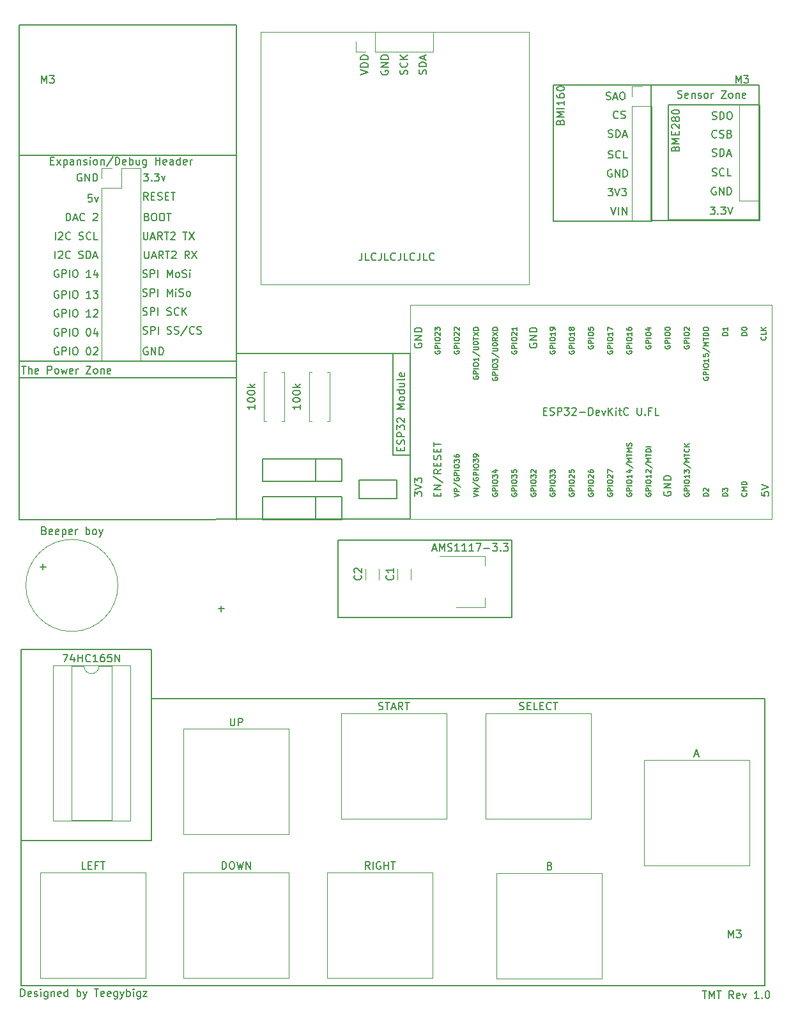
<source format=gbr>
%TF.GenerationSoftware,KiCad,Pcbnew,(6.0.4)*%
%TF.CreationDate,2023-05-02T15:22:56-04:00*%
%TF.ProjectId,Tomogatchi PCB,546f6d6f-6761-4746-9368-69205043422e,rev?*%
%TF.SameCoordinates,Original*%
%TF.FileFunction,Legend,Top*%
%TF.FilePolarity,Positive*%
%FSLAX46Y46*%
G04 Gerber Fmt 4.6, Leading zero omitted, Abs format (unit mm)*
G04 Created by KiCad (PCBNEW (6.0.4)) date 2023-05-02 15:22:56*
%MOMM*%
%LPD*%
G01*
G04 APERTURE LIST*
%ADD10C,0.150000*%
%ADD11C,0.120000*%
G04 APERTURE END LIST*
D10*
X68375000Y-128000000D02*
X50750000Y-128000000D01*
X131250000Y-46750000D02*
X104000000Y-46700000D01*
X85040000Y-104199999D02*
X85000000Y-95750000D01*
X65500000Y-101250000D02*
X76000000Y-101250000D01*
X76000000Y-101250000D02*
X76000000Y-104250000D01*
X76000000Y-104250000D02*
X65500000Y-104250000D01*
X65500000Y-104250000D02*
X65500000Y-101250000D01*
X62000000Y-85500000D02*
X62000000Y-104250000D01*
X33250000Y-38750000D02*
X62000000Y-38750000D01*
X82750000Y-95750000D02*
X82750000Y-82250000D01*
X62000000Y-83250000D02*
X33250000Y-83250000D01*
X103993108Y-46734323D02*
X116993108Y-46734323D01*
X116993108Y-46734323D02*
X116993108Y-64734323D01*
X116993108Y-64734323D02*
X103993108Y-64734323D01*
X103993108Y-64734323D02*
X103993108Y-46734323D01*
X85000000Y-82250000D02*
X85000000Y-95750000D01*
X33500000Y-121500000D02*
X33500000Y-166000000D01*
X65500000Y-96250000D02*
X76000000Y-96250000D01*
X76000000Y-96250000D02*
X76000000Y-99250000D01*
X76000000Y-99250000D02*
X65500000Y-99250000D01*
X65500000Y-99250000D02*
X65500000Y-96250000D01*
X33250000Y-85500000D02*
X33250000Y-83250000D01*
X82750000Y-82250000D02*
X85000000Y-82250000D01*
X33250000Y-83250000D02*
X33250000Y-56000000D01*
X33250000Y-85500000D02*
X33250000Y-104250000D01*
X72500000Y-99250000D02*
X72500000Y-96250000D01*
X50750000Y-128000000D02*
X50750000Y-121500000D01*
X117000000Y-64700000D02*
X131330000Y-64680000D01*
X98500000Y-107000000D02*
X75500000Y-107000000D01*
X75500000Y-107000000D02*
X75500000Y-117250000D01*
X75500000Y-117250000D02*
X98500000Y-117250000D01*
X98500000Y-117250000D02*
X98500000Y-107000000D01*
X33500000Y-166000000D02*
X132000000Y-166000000D01*
X62000000Y-82250000D02*
X62000000Y-85500000D01*
X78250000Y-99000000D02*
X83250000Y-99000000D01*
X83250000Y-99000000D02*
X83250000Y-101500000D01*
X83250000Y-101500000D02*
X78250000Y-101500000D01*
X78250000Y-101500000D02*
X78250000Y-99000000D01*
X62000000Y-38750000D02*
X62000000Y-56000000D01*
X131330000Y-64680000D02*
X131250000Y-46750000D01*
X85000000Y-95750000D02*
X82750000Y-95750000D01*
X50750000Y-146750000D02*
X33500000Y-146750000D01*
X50750000Y-128000000D02*
X50750000Y-146750000D01*
X62000000Y-85500000D02*
X33250000Y-85500000D01*
X33250000Y-56000000D02*
X33250000Y-38750000D01*
X82750000Y-82250000D02*
X62000000Y-82250000D01*
X132000000Y-166000000D02*
X132000000Y-128000000D01*
X132000000Y-128000000D02*
X68375000Y-128000000D01*
X131276825Y-64557604D02*
X119276825Y-64557604D01*
X119276825Y-64557604D02*
X119276825Y-49307604D01*
X119276825Y-49307604D02*
X131276825Y-49307604D01*
X131276825Y-49307604D02*
X131276825Y-64557604D01*
X50750000Y-121500000D02*
X33500000Y-121500000D01*
X62000000Y-56000000D02*
X62000000Y-83250000D01*
X33250000Y-56000000D02*
X62000000Y-56000000D01*
X33250000Y-104250000D02*
X85040000Y-104199999D01*
X72500000Y-104250000D02*
X72500000Y-101250000D01*
X60380952Y-116071428D02*
X59619047Y-116071428D01*
X60000000Y-116452380D02*
X60000000Y-115690476D01*
X49607142Y-74654761D02*
X49750000Y-74702380D01*
X49988095Y-74702380D01*
X50083333Y-74654761D01*
X50130952Y-74607142D01*
X50178571Y-74511904D01*
X50178571Y-74416666D01*
X50130952Y-74321428D01*
X50083333Y-74273809D01*
X49988095Y-74226190D01*
X49797619Y-74178571D01*
X49702380Y-74130952D01*
X49654761Y-74083333D01*
X49607142Y-73988095D01*
X49607142Y-73892857D01*
X49654761Y-73797619D01*
X49702380Y-73750000D01*
X49797619Y-73702380D01*
X50035714Y-73702380D01*
X50178571Y-73750000D01*
X50607142Y-74702380D02*
X50607142Y-73702380D01*
X50988095Y-73702380D01*
X51083333Y-73750000D01*
X51130952Y-73797619D01*
X51178571Y-73892857D01*
X51178571Y-74035714D01*
X51130952Y-74130952D01*
X51083333Y-74178571D01*
X50988095Y-74226190D01*
X50607142Y-74226190D01*
X51607142Y-74702380D02*
X51607142Y-73702380D01*
X52845238Y-74702380D02*
X52845238Y-73702380D01*
X53178571Y-74416666D01*
X53511904Y-73702380D01*
X53511904Y-74702380D01*
X53988095Y-74702380D02*
X53988095Y-74035714D01*
X53988095Y-73702380D02*
X53940476Y-73750000D01*
X53988095Y-73797619D01*
X54035714Y-73750000D01*
X53988095Y-73702380D01*
X53988095Y-73797619D01*
X54416666Y-74654761D02*
X54559523Y-74702380D01*
X54797619Y-74702380D01*
X54892857Y-74654761D01*
X54940476Y-74607142D01*
X54988095Y-74511904D01*
X54988095Y-74416666D01*
X54940476Y-74321428D01*
X54892857Y-74273809D01*
X54797619Y-74226190D01*
X54607142Y-74178571D01*
X54511904Y-74130952D01*
X54464285Y-74083333D01*
X54416666Y-73988095D01*
X54416666Y-73892857D01*
X54464285Y-73797619D01*
X54511904Y-73750000D01*
X54607142Y-73702380D01*
X54845238Y-73702380D01*
X54988095Y-73750000D01*
X55559523Y-74702380D02*
X55464285Y-74654761D01*
X55416666Y-74607142D01*
X55369047Y-74511904D01*
X55369047Y-74226190D01*
X55416666Y-74130952D01*
X55464285Y-74083333D01*
X55559523Y-74035714D01*
X55702380Y-74035714D01*
X55797619Y-74083333D01*
X55845238Y-74130952D01*
X55892857Y-74226190D01*
X55892857Y-74511904D01*
X55845238Y-74607142D01*
X55797619Y-74654761D01*
X55702380Y-74702380D01*
X55559523Y-74702380D01*
X49821428Y-68702380D02*
X49821428Y-69511904D01*
X49869047Y-69607142D01*
X49916666Y-69654761D01*
X50011904Y-69702380D01*
X50202380Y-69702380D01*
X50297619Y-69654761D01*
X50345238Y-69607142D01*
X50392857Y-69511904D01*
X50392857Y-68702380D01*
X50821428Y-69416666D02*
X51297619Y-69416666D01*
X50726190Y-69702380D02*
X51059523Y-68702380D01*
X51392857Y-69702380D01*
X52297619Y-69702380D02*
X51964285Y-69226190D01*
X51726190Y-69702380D02*
X51726190Y-68702380D01*
X52107142Y-68702380D01*
X52202380Y-68750000D01*
X52250000Y-68797619D01*
X52297619Y-68892857D01*
X52297619Y-69035714D01*
X52250000Y-69130952D01*
X52202380Y-69178571D01*
X52107142Y-69226190D01*
X51726190Y-69226190D01*
X52583333Y-68702380D02*
X53154761Y-68702380D01*
X52869047Y-69702380D02*
X52869047Y-68702380D01*
X53440476Y-68797619D02*
X53488095Y-68750000D01*
X53583333Y-68702380D01*
X53821428Y-68702380D01*
X53916666Y-68750000D01*
X53964285Y-68797619D01*
X54011904Y-68892857D01*
X54011904Y-68988095D01*
X53964285Y-69130952D01*
X53392857Y-69702380D01*
X54011904Y-69702380D01*
X55773809Y-69702380D02*
X55440476Y-69226190D01*
X55202380Y-69702380D02*
X55202380Y-68702380D01*
X55583333Y-68702380D01*
X55678571Y-68750000D01*
X55726190Y-68797619D01*
X55773809Y-68892857D01*
X55773809Y-69035714D01*
X55726190Y-69130952D01*
X55678571Y-69178571D01*
X55583333Y-69226190D01*
X55202380Y-69226190D01*
X56107142Y-68702380D02*
X56773809Y-69702380D01*
X56773809Y-68702380D02*
X56107142Y-69702380D01*
X125075025Y-58701980D02*
X125217882Y-58749599D01*
X125455978Y-58749599D01*
X125551216Y-58701980D01*
X125598835Y-58654361D01*
X125646454Y-58559123D01*
X125646454Y-58463885D01*
X125598835Y-58368647D01*
X125551216Y-58321028D01*
X125455978Y-58273409D01*
X125265502Y-58225790D01*
X125170263Y-58178171D01*
X125122644Y-58130552D01*
X125075025Y-58035314D01*
X125075025Y-57940076D01*
X125122644Y-57844838D01*
X125170263Y-57797219D01*
X125265502Y-57749599D01*
X125503597Y-57749599D01*
X125646454Y-57797219D01*
X126646454Y-58654361D02*
X126598835Y-58701980D01*
X126455978Y-58749599D01*
X126360740Y-58749599D01*
X126217882Y-58701980D01*
X126122644Y-58606742D01*
X126075025Y-58511504D01*
X126027406Y-58321028D01*
X126027406Y-58178171D01*
X126075025Y-57987695D01*
X126122644Y-57892457D01*
X126217882Y-57797219D01*
X126360740Y-57749599D01*
X126455978Y-57749599D01*
X126598835Y-57797219D01*
X126646454Y-57844838D01*
X127551216Y-58749599D02*
X127075025Y-58749599D01*
X127075025Y-57749599D01*
X78630952Y-68952380D02*
X78630952Y-69666666D01*
X78583333Y-69809523D01*
X78488095Y-69904761D01*
X78345238Y-69952380D01*
X78250000Y-69952380D01*
X79583333Y-69952380D02*
X79107142Y-69952380D01*
X79107142Y-68952380D01*
X80488095Y-69857142D02*
X80440476Y-69904761D01*
X80297619Y-69952380D01*
X80202380Y-69952380D01*
X80059523Y-69904761D01*
X79964285Y-69809523D01*
X79916666Y-69714285D01*
X79869047Y-69523809D01*
X79869047Y-69380952D01*
X79916666Y-69190476D01*
X79964285Y-69095238D01*
X80059523Y-69000000D01*
X80202380Y-68952380D01*
X80297619Y-68952380D01*
X80440476Y-69000000D01*
X80488095Y-69047619D01*
X81202380Y-68952380D02*
X81202380Y-69666666D01*
X81154761Y-69809523D01*
X81059523Y-69904761D01*
X80916666Y-69952380D01*
X80821428Y-69952380D01*
X82154761Y-69952380D02*
X81678571Y-69952380D01*
X81678571Y-68952380D01*
X83059523Y-69857142D02*
X83011904Y-69904761D01*
X82869047Y-69952380D01*
X82773809Y-69952380D01*
X82630952Y-69904761D01*
X82535714Y-69809523D01*
X82488095Y-69714285D01*
X82440476Y-69523809D01*
X82440476Y-69380952D01*
X82488095Y-69190476D01*
X82535714Y-69095238D01*
X82630952Y-69000000D01*
X82773809Y-68952380D01*
X82869047Y-68952380D01*
X83011904Y-69000000D01*
X83059523Y-69047619D01*
X83773809Y-68952380D02*
X83773809Y-69666666D01*
X83726190Y-69809523D01*
X83630952Y-69904761D01*
X83488095Y-69952380D01*
X83392857Y-69952380D01*
X84726190Y-69952380D02*
X84250000Y-69952380D01*
X84250000Y-68952380D01*
X85630952Y-69857142D02*
X85583333Y-69904761D01*
X85440476Y-69952380D01*
X85345238Y-69952380D01*
X85202380Y-69904761D01*
X85107142Y-69809523D01*
X85059523Y-69714285D01*
X85011904Y-69523809D01*
X85011904Y-69380952D01*
X85059523Y-69190476D01*
X85107142Y-69095238D01*
X85202380Y-69000000D01*
X85345238Y-68952380D01*
X85440476Y-68952380D01*
X85583333Y-69000000D01*
X85630952Y-69047619D01*
X86345238Y-68952380D02*
X86345238Y-69666666D01*
X86297619Y-69809523D01*
X86202380Y-69904761D01*
X86059523Y-69952380D01*
X85964285Y-69952380D01*
X87297619Y-69952380D02*
X86821428Y-69952380D01*
X86821428Y-68952380D01*
X88202380Y-69857142D02*
X88154761Y-69904761D01*
X88011904Y-69952380D01*
X87916666Y-69952380D01*
X87773809Y-69904761D01*
X87678571Y-69809523D01*
X87630952Y-69714285D01*
X87583333Y-69523809D01*
X87583333Y-69380952D01*
X87630952Y-69190476D01*
X87678571Y-69095238D01*
X87773809Y-69000000D01*
X87916666Y-68952380D01*
X88011904Y-68952380D01*
X88154761Y-69000000D01*
X88202380Y-69047619D01*
X38416666Y-76500000D02*
X38321428Y-76452380D01*
X38178571Y-76452380D01*
X38035714Y-76500000D01*
X37940476Y-76595238D01*
X37892857Y-76690476D01*
X37845238Y-76880952D01*
X37845238Y-77023809D01*
X37892857Y-77214285D01*
X37940476Y-77309523D01*
X38035714Y-77404761D01*
X38178571Y-77452380D01*
X38273809Y-77452380D01*
X38416666Y-77404761D01*
X38464285Y-77357142D01*
X38464285Y-77023809D01*
X38273809Y-77023809D01*
X38892857Y-77452380D02*
X38892857Y-76452380D01*
X39273809Y-76452380D01*
X39369047Y-76500000D01*
X39416666Y-76547619D01*
X39464285Y-76642857D01*
X39464285Y-76785714D01*
X39416666Y-76880952D01*
X39369047Y-76928571D01*
X39273809Y-76976190D01*
X38892857Y-76976190D01*
X39892857Y-77452380D02*
X39892857Y-76452380D01*
X40559523Y-76452380D02*
X40750000Y-76452380D01*
X40845238Y-76500000D01*
X40940476Y-76595238D01*
X40988095Y-76785714D01*
X40988095Y-77119047D01*
X40940476Y-77309523D01*
X40845238Y-77404761D01*
X40750000Y-77452380D01*
X40559523Y-77452380D01*
X40464285Y-77404761D01*
X40369047Y-77309523D01*
X40321428Y-77119047D01*
X40321428Y-76785714D01*
X40369047Y-76595238D01*
X40464285Y-76500000D01*
X40559523Y-76452380D01*
X42702380Y-77452380D02*
X42130952Y-77452380D01*
X42416666Y-77452380D02*
X42416666Y-76452380D01*
X42321428Y-76595238D01*
X42226190Y-76690476D01*
X42130952Y-76738095D01*
X43083333Y-76547619D02*
X43130952Y-76500000D01*
X43226190Y-76452380D01*
X43464285Y-76452380D01*
X43559523Y-76500000D01*
X43607142Y-76547619D01*
X43654761Y-76642857D01*
X43654761Y-76738095D01*
X43607142Y-76880952D01*
X43035714Y-77452380D01*
X43654761Y-77452380D01*
X49690476Y-66202380D02*
X49690476Y-67011904D01*
X49738095Y-67107142D01*
X49785714Y-67154761D01*
X49880952Y-67202380D01*
X50071428Y-67202380D01*
X50166666Y-67154761D01*
X50214285Y-67107142D01*
X50261904Y-67011904D01*
X50261904Y-66202380D01*
X50690476Y-66916666D02*
X51166666Y-66916666D01*
X50595238Y-67202380D02*
X50928571Y-66202380D01*
X51261904Y-67202380D01*
X52166666Y-67202380D02*
X51833333Y-66726190D01*
X51595238Y-67202380D02*
X51595238Y-66202380D01*
X51976190Y-66202380D01*
X52071428Y-66250000D01*
X52119047Y-66297619D01*
X52166666Y-66392857D01*
X52166666Y-66535714D01*
X52119047Y-66630952D01*
X52071428Y-66678571D01*
X51976190Y-66726190D01*
X51595238Y-66726190D01*
X52452380Y-66202380D02*
X53023809Y-66202380D01*
X52738095Y-67202380D02*
X52738095Y-66202380D01*
X53309523Y-66297619D02*
X53357142Y-66250000D01*
X53452380Y-66202380D01*
X53690476Y-66202380D01*
X53785714Y-66250000D01*
X53833333Y-66297619D01*
X53880952Y-66392857D01*
X53880952Y-66488095D01*
X53833333Y-66630952D01*
X53261904Y-67202380D01*
X53880952Y-67202380D01*
X54928571Y-66202380D02*
X55500000Y-66202380D01*
X55214285Y-67202380D02*
X55214285Y-66202380D01*
X55738095Y-66202380D02*
X56404761Y-67202380D01*
X56404761Y-66202380D02*
X55738095Y-67202380D01*
X111261904Y-60402380D02*
X111880952Y-60402380D01*
X111547619Y-60783333D01*
X111690476Y-60783333D01*
X111785714Y-60830952D01*
X111833333Y-60878571D01*
X111880952Y-60973809D01*
X111880952Y-61211904D01*
X111833333Y-61307142D01*
X111785714Y-61354761D01*
X111690476Y-61402380D01*
X111404761Y-61402380D01*
X111309523Y-61354761D01*
X111261904Y-61307142D01*
X112166666Y-60402380D02*
X112500000Y-61402380D01*
X112833333Y-60402380D01*
X113071428Y-60402380D02*
X113690476Y-60402380D01*
X113357142Y-60783333D01*
X113500000Y-60783333D01*
X113595238Y-60830952D01*
X113642857Y-60878571D01*
X113690476Y-60973809D01*
X113690476Y-61211904D01*
X113642857Y-61307142D01*
X113595238Y-61354761D01*
X113500000Y-61402380D01*
X113214285Y-61402380D01*
X113119047Y-61354761D01*
X113071428Y-61307142D01*
X33416666Y-167452380D02*
X33416666Y-166452380D01*
X33654761Y-166452380D01*
X33797619Y-166500000D01*
X33892857Y-166595238D01*
X33940476Y-166690476D01*
X33988095Y-166880952D01*
X33988095Y-167023809D01*
X33940476Y-167214285D01*
X33892857Y-167309523D01*
X33797619Y-167404761D01*
X33654761Y-167452380D01*
X33416666Y-167452380D01*
X34797619Y-167404761D02*
X34702380Y-167452380D01*
X34511904Y-167452380D01*
X34416666Y-167404761D01*
X34369047Y-167309523D01*
X34369047Y-166928571D01*
X34416666Y-166833333D01*
X34511904Y-166785714D01*
X34702380Y-166785714D01*
X34797619Y-166833333D01*
X34845238Y-166928571D01*
X34845238Y-167023809D01*
X34369047Y-167119047D01*
X35226190Y-167404761D02*
X35321428Y-167452380D01*
X35511904Y-167452380D01*
X35607142Y-167404761D01*
X35654761Y-167309523D01*
X35654761Y-167261904D01*
X35607142Y-167166666D01*
X35511904Y-167119047D01*
X35369047Y-167119047D01*
X35273809Y-167071428D01*
X35226190Y-166976190D01*
X35226190Y-166928571D01*
X35273809Y-166833333D01*
X35369047Y-166785714D01*
X35511904Y-166785714D01*
X35607142Y-166833333D01*
X36083333Y-167452380D02*
X36083333Y-166785714D01*
X36083333Y-166452380D02*
X36035714Y-166500000D01*
X36083333Y-166547619D01*
X36130952Y-166500000D01*
X36083333Y-166452380D01*
X36083333Y-166547619D01*
X36988095Y-166785714D02*
X36988095Y-167595238D01*
X36940476Y-167690476D01*
X36892857Y-167738095D01*
X36797619Y-167785714D01*
X36654761Y-167785714D01*
X36559523Y-167738095D01*
X36988095Y-167404761D02*
X36892857Y-167452380D01*
X36702380Y-167452380D01*
X36607142Y-167404761D01*
X36559523Y-167357142D01*
X36511904Y-167261904D01*
X36511904Y-166976190D01*
X36559523Y-166880952D01*
X36607142Y-166833333D01*
X36702380Y-166785714D01*
X36892857Y-166785714D01*
X36988095Y-166833333D01*
X37464285Y-166785714D02*
X37464285Y-167452380D01*
X37464285Y-166880952D02*
X37511904Y-166833333D01*
X37607142Y-166785714D01*
X37750000Y-166785714D01*
X37845238Y-166833333D01*
X37892857Y-166928571D01*
X37892857Y-167452380D01*
X38750000Y-167404761D02*
X38654761Y-167452380D01*
X38464285Y-167452380D01*
X38369047Y-167404761D01*
X38321428Y-167309523D01*
X38321428Y-166928571D01*
X38369047Y-166833333D01*
X38464285Y-166785714D01*
X38654761Y-166785714D01*
X38750000Y-166833333D01*
X38797619Y-166928571D01*
X38797619Y-167023809D01*
X38321428Y-167119047D01*
X39654761Y-167452380D02*
X39654761Y-166452380D01*
X39654761Y-167404761D02*
X39559523Y-167452380D01*
X39369047Y-167452380D01*
X39273809Y-167404761D01*
X39226190Y-167357142D01*
X39178571Y-167261904D01*
X39178571Y-166976190D01*
X39226190Y-166880952D01*
X39273809Y-166833333D01*
X39369047Y-166785714D01*
X39559523Y-166785714D01*
X39654761Y-166833333D01*
X40892857Y-167452380D02*
X40892857Y-166452380D01*
X40892857Y-166833333D02*
X40988095Y-166785714D01*
X41178571Y-166785714D01*
X41273809Y-166833333D01*
X41321428Y-166880952D01*
X41369047Y-166976190D01*
X41369047Y-167261904D01*
X41321428Y-167357142D01*
X41273809Y-167404761D01*
X41178571Y-167452380D01*
X40988095Y-167452380D01*
X40892857Y-167404761D01*
X41702380Y-166785714D02*
X41940476Y-167452380D01*
X42178571Y-166785714D02*
X41940476Y-167452380D01*
X41845238Y-167690476D01*
X41797619Y-167738095D01*
X41702380Y-167785714D01*
X43178571Y-166452380D02*
X43750000Y-166452380D01*
X43464285Y-167452380D02*
X43464285Y-166452380D01*
X44464285Y-167404761D02*
X44369047Y-167452380D01*
X44178571Y-167452380D01*
X44083333Y-167404761D01*
X44035714Y-167309523D01*
X44035714Y-166928571D01*
X44083333Y-166833333D01*
X44178571Y-166785714D01*
X44369047Y-166785714D01*
X44464285Y-166833333D01*
X44511904Y-166928571D01*
X44511904Y-167023809D01*
X44035714Y-167119047D01*
X45321428Y-167404761D02*
X45226190Y-167452380D01*
X45035714Y-167452380D01*
X44940476Y-167404761D01*
X44892857Y-167309523D01*
X44892857Y-166928571D01*
X44940476Y-166833333D01*
X45035714Y-166785714D01*
X45226190Y-166785714D01*
X45321428Y-166833333D01*
X45369047Y-166928571D01*
X45369047Y-167023809D01*
X44892857Y-167119047D01*
X46226190Y-166785714D02*
X46226190Y-167595238D01*
X46178571Y-167690476D01*
X46130952Y-167738095D01*
X46035714Y-167785714D01*
X45892857Y-167785714D01*
X45797619Y-167738095D01*
X46226190Y-167404761D02*
X46130952Y-167452380D01*
X45940476Y-167452380D01*
X45845238Y-167404761D01*
X45797619Y-167357142D01*
X45749999Y-167261904D01*
X45749999Y-166976190D01*
X45797619Y-166880952D01*
X45845238Y-166833333D01*
X45940476Y-166785714D01*
X46130952Y-166785714D01*
X46226190Y-166833333D01*
X46607142Y-166785714D02*
X46845238Y-167452380D01*
X47083333Y-166785714D02*
X46845238Y-167452380D01*
X46749999Y-167690476D01*
X46702380Y-167738095D01*
X46607142Y-167785714D01*
X47464285Y-167452380D02*
X47464285Y-166452380D01*
X47464285Y-166833333D02*
X47559523Y-166785714D01*
X47749999Y-166785714D01*
X47845238Y-166833333D01*
X47892857Y-166880952D01*
X47940476Y-166976190D01*
X47940476Y-167261904D01*
X47892857Y-167357142D01*
X47845238Y-167404761D01*
X47749999Y-167452380D01*
X47559523Y-167452380D01*
X47464285Y-167404761D01*
X48369047Y-167452380D02*
X48369047Y-166785714D01*
X48369047Y-166452380D02*
X48321428Y-166500000D01*
X48369047Y-166547619D01*
X48416666Y-166500000D01*
X48369047Y-166452380D01*
X48369047Y-166547619D01*
X49273809Y-166785714D02*
X49273809Y-167595238D01*
X49226190Y-167690476D01*
X49178571Y-167738095D01*
X49083333Y-167785714D01*
X48940476Y-167785714D01*
X48845238Y-167738095D01*
X49273809Y-167404761D02*
X49178571Y-167452380D01*
X48988095Y-167452380D01*
X48892857Y-167404761D01*
X48845238Y-167357142D01*
X48797619Y-167261904D01*
X48797619Y-166976190D01*
X48845238Y-166880952D01*
X48892857Y-166833333D01*
X48988095Y-166785714D01*
X49178571Y-166785714D01*
X49273809Y-166833333D01*
X49654761Y-166785714D02*
X50178571Y-166785714D01*
X49654761Y-167452380D01*
X50178571Y-167452380D01*
X111654761Y-62902380D02*
X111988095Y-63902380D01*
X112321428Y-62902380D01*
X112654761Y-63902380D02*
X112654761Y-62902380D01*
X113130952Y-63902380D02*
X113130952Y-62902380D01*
X113702380Y-63902380D01*
X113702380Y-62902380D01*
X38416666Y-79000000D02*
X38321428Y-78952380D01*
X38178571Y-78952380D01*
X38035714Y-79000000D01*
X37940476Y-79095238D01*
X37892857Y-79190476D01*
X37845238Y-79380952D01*
X37845238Y-79523809D01*
X37892857Y-79714285D01*
X37940476Y-79809523D01*
X38035714Y-79904761D01*
X38178571Y-79952380D01*
X38273809Y-79952380D01*
X38416666Y-79904761D01*
X38464285Y-79857142D01*
X38464285Y-79523809D01*
X38273809Y-79523809D01*
X38892857Y-79952380D02*
X38892857Y-78952380D01*
X39273809Y-78952380D01*
X39369047Y-79000000D01*
X39416666Y-79047619D01*
X39464285Y-79142857D01*
X39464285Y-79285714D01*
X39416666Y-79380952D01*
X39369047Y-79428571D01*
X39273809Y-79476190D01*
X38892857Y-79476190D01*
X39892857Y-79952380D02*
X39892857Y-78952380D01*
X40559523Y-78952380D02*
X40750000Y-78952380D01*
X40845238Y-79000000D01*
X40940476Y-79095238D01*
X40988095Y-79285714D01*
X40988095Y-79619047D01*
X40940476Y-79809523D01*
X40845238Y-79904761D01*
X40750000Y-79952380D01*
X40559523Y-79952380D01*
X40464285Y-79904761D01*
X40369047Y-79809523D01*
X40321428Y-79619047D01*
X40321428Y-79285714D01*
X40369047Y-79095238D01*
X40464285Y-79000000D01*
X40559523Y-78952380D01*
X42369047Y-78952380D02*
X42464285Y-78952380D01*
X42559523Y-79000000D01*
X42607142Y-79047619D01*
X42654761Y-79142857D01*
X42702380Y-79333333D01*
X42702380Y-79571428D01*
X42654761Y-79761904D01*
X42607142Y-79857142D01*
X42559523Y-79904761D01*
X42464285Y-79952380D01*
X42369047Y-79952380D01*
X42273809Y-79904761D01*
X42226190Y-79857142D01*
X42178571Y-79761904D01*
X42130952Y-79571428D01*
X42130952Y-79333333D01*
X42178571Y-79142857D01*
X42226190Y-79047619D01*
X42273809Y-79000000D01*
X42369047Y-78952380D01*
X43559523Y-79285714D02*
X43559523Y-79952380D01*
X43321428Y-78904761D02*
X43083333Y-79619047D01*
X43702380Y-79619047D01*
X49642857Y-79654761D02*
X49785714Y-79702380D01*
X50023809Y-79702380D01*
X50119047Y-79654761D01*
X50166666Y-79607142D01*
X50214285Y-79511904D01*
X50214285Y-79416666D01*
X50166666Y-79321428D01*
X50119047Y-79273809D01*
X50023809Y-79226190D01*
X49833333Y-79178571D01*
X49738095Y-79130952D01*
X49690476Y-79083333D01*
X49642857Y-78988095D01*
X49642857Y-78892857D01*
X49690476Y-78797619D01*
X49738095Y-78750000D01*
X49833333Y-78702380D01*
X50071428Y-78702380D01*
X50214285Y-78750000D01*
X50642857Y-79702380D02*
X50642857Y-78702380D01*
X51023809Y-78702380D01*
X51119047Y-78750000D01*
X51166666Y-78797619D01*
X51214285Y-78892857D01*
X51214285Y-79035714D01*
X51166666Y-79130952D01*
X51119047Y-79178571D01*
X51023809Y-79226190D01*
X50642857Y-79226190D01*
X51642857Y-79702380D02*
X51642857Y-78702380D01*
X52833333Y-79654761D02*
X52976190Y-79702380D01*
X53214285Y-79702380D01*
X53309523Y-79654761D01*
X53357142Y-79607142D01*
X53404761Y-79511904D01*
X53404761Y-79416666D01*
X53357142Y-79321428D01*
X53309523Y-79273809D01*
X53214285Y-79226190D01*
X53023809Y-79178571D01*
X52928571Y-79130952D01*
X52880952Y-79083333D01*
X52833333Y-78988095D01*
X52833333Y-78892857D01*
X52880952Y-78797619D01*
X52928571Y-78750000D01*
X53023809Y-78702380D01*
X53261904Y-78702380D01*
X53404761Y-78750000D01*
X53785714Y-79654761D02*
X53928571Y-79702380D01*
X54166666Y-79702380D01*
X54261904Y-79654761D01*
X54309523Y-79607142D01*
X54357142Y-79511904D01*
X54357142Y-79416666D01*
X54309523Y-79321428D01*
X54261904Y-79273809D01*
X54166666Y-79226190D01*
X53976190Y-79178571D01*
X53880952Y-79130952D01*
X53833333Y-79083333D01*
X53785714Y-78988095D01*
X53785714Y-78892857D01*
X53833333Y-78797619D01*
X53880952Y-78750000D01*
X53976190Y-78702380D01*
X54214285Y-78702380D01*
X54357142Y-78750000D01*
X55500000Y-78654761D02*
X54642857Y-79940476D01*
X56404761Y-79607142D02*
X56357142Y-79654761D01*
X56214285Y-79702380D01*
X56119047Y-79702380D01*
X55976190Y-79654761D01*
X55880952Y-79559523D01*
X55833333Y-79464285D01*
X55785714Y-79273809D01*
X55785714Y-79130952D01*
X55833333Y-78940476D01*
X55880952Y-78845238D01*
X55976190Y-78750000D01*
X56119047Y-78702380D01*
X56214285Y-78702380D01*
X56357142Y-78750000D01*
X56404761Y-78797619D01*
X56785714Y-79654761D02*
X56928571Y-79702380D01*
X57166666Y-79702380D01*
X57261904Y-79654761D01*
X57309523Y-79607142D01*
X57357142Y-79511904D01*
X57357142Y-79416666D01*
X57309523Y-79321428D01*
X57261904Y-79273809D01*
X57166666Y-79226190D01*
X56976190Y-79178571D01*
X56880952Y-79130952D01*
X56833333Y-79083333D01*
X56785714Y-78988095D01*
X56785714Y-78892857D01*
X56833333Y-78797619D01*
X56880952Y-78750000D01*
X56976190Y-78702380D01*
X57214285Y-78702380D01*
X57357142Y-78750000D01*
X125525699Y-60294797D02*
X125430461Y-60247177D01*
X125287604Y-60247177D01*
X125144746Y-60294797D01*
X125049508Y-60390035D01*
X125001889Y-60485273D01*
X124954270Y-60675749D01*
X124954270Y-60818606D01*
X125001889Y-61009082D01*
X125049508Y-61104320D01*
X125144746Y-61199558D01*
X125287604Y-61247177D01*
X125382842Y-61247177D01*
X125525699Y-61199558D01*
X125573318Y-61151939D01*
X125573318Y-60818606D01*
X125382842Y-60818606D01*
X126001889Y-61247177D02*
X126001889Y-60247177D01*
X126573318Y-61247177D01*
X126573318Y-60247177D01*
X127049508Y-61247177D02*
X127049508Y-60247177D01*
X127287604Y-60247177D01*
X127430461Y-60294797D01*
X127525699Y-60390035D01*
X127573318Y-60485273D01*
X127620937Y-60675749D01*
X127620937Y-60818606D01*
X127573318Y-61009082D01*
X127525699Y-61104320D01*
X127430461Y-61199558D01*
X127287604Y-61247177D01*
X127049508Y-61247177D01*
X125065536Y-51218084D02*
X125208393Y-51265703D01*
X125446488Y-51265703D01*
X125541726Y-51218084D01*
X125589345Y-51170465D01*
X125636964Y-51075227D01*
X125636964Y-50979989D01*
X125589345Y-50884751D01*
X125541726Y-50837132D01*
X125446488Y-50789513D01*
X125256012Y-50741894D01*
X125160774Y-50694275D01*
X125113155Y-50646656D01*
X125065536Y-50551418D01*
X125065536Y-50456180D01*
X125113155Y-50360942D01*
X125160774Y-50313323D01*
X125256012Y-50265703D01*
X125494107Y-50265703D01*
X125636964Y-50313323D01*
X126065536Y-51265703D02*
X126065536Y-50265703D01*
X126303631Y-50265703D01*
X126446488Y-50313323D01*
X126541726Y-50408561D01*
X126589345Y-50503799D01*
X126636964Y-50694275D01*
X126636964Y-50837132D01*
X126589345Y-51027608D01*
X126541726Y-51122846D01*
X126446488Y-51218084D01*
X126303631Y-51265703D01*
X126065536Y-51265703D01*
X127256012Y-50265703D02*
X127446488Y-50265703D01*
X127541726Y-50313323D01*
X127636964Y-50408561D01*
X127684583Y-50599037D01*
X127684583Y-50932370D01*
X127636964Y-51122846D01*
X127541726Y-51218084D01*
X127446488Y-51265703D01*
X127256012Y-51265703D01*
X127160774Y-51218084D01*
X127065536Y-51122846D01*
X127017917Y-50932370D01*
X127017917Y-50599037D01*
X127065536Y-50408561D01*
X127160774Y-50313323D01*
X127256012Y-50265703D01*
X38416666Y-71250000D02*
X38321428Y-71202380D01*
X38178571Y-71202380D01*
X38035714Y-71250000D01*
X37940476Y-71345238D01*
X37892857Y-71440476D01*
X37845238Y-71630952D01*
X37845238Y-71773809D01*
X37892857Y-71964285D01*
X37940476Y-72059523D01*
X38035714Y-72154761D01*
X38178571Y-72202380D01*
X38273809Y-72202380D01*
X38416666Y-72154761D01*
X38464285Y-72107142D01*
X38464285Y-71773809D01*
X38273809Y-71773809D01*
X38892857Y-72202380D02*
X38892857Y-71202380D01*
X39273809Y-71202380D01*
X39369047Y-71250000D01*
X39416666Y-71297619D01*
X39464285Y-71392857D01*
X39464285Y-71535714D01*
X39416666Y-71630952D01*
X39369047Y-71678571D01*
X39273809Y-71726190D01*
X38892857Y-71726190D01*
X39892857Y-72202380D02*
X39892857Y-71202380D01*
X40559523Y-71202380D02*
X40750000Y-71202380D01*
X40845238Y-71250000D01*
X40940476Y-71345238D01*
X40988095Y-71535714D01*
X40988095Y-71869047D01*
X40940476Y-72059523D01*
X40845238Y-72154761D01*
X40750000Y-72202380D01*
X40559523Y-72202380D01*
X40464285Y-72154761D01*
X40369047Y-72059523D01*
X40321428Y-71869047D01*
X40321428Y-71535714D01*
X40369047Y-71345238D01*
X40464285Y-71250000D01*
X40559523Y-71202380D01*
X42702380Y-72202380D02*
X42130952Y-72202380D01*
X42416666Y-72202380D02*
X42416666Y-71202380D01*
X42321428Y-71345238D01*
X42226190Y-71440476D01*
X42130952Y-71488095D01*
X43559523Y-71535714D02*
X43559523Y-72202380D01*
X43321428Y-71154761D02*
X43083333Y-71869047D01*
X43702380Y-71869047D01*
X125643040Y-53615001D02*
X125595421Y-53662620D01*
X125452564Y-53710239D01*
X125357326Y-53710239D01*
X125214468Y-53662620D01*
X125119230Y-53567382D01*
X125071611Y-53472144D01*
X125023992Y-53281668D01*
X125023992Y-53138811D01*
X125071611Y-52948335D01*
X125119230Y-52853097D01*
X125214468Y-52757859D01*
X125357326Y-52710239D01*
X125452564Y-52710239D01*
X125595421Y-52757859D01*
X125643040Y-52805478D01*
X126023992Y-53662620D02*
X126166849Y-53710239D01*
X126404945Y-53710239D01*
X126500183Y-53662620D01*
X126547802Y-53615001D01*
X126595421Y-53519763D01*
X126595421Y-53424525D01*
X126547802Y-53329287D01*
X126500183Y-53281668D01*
X126404945Y-53234049D01*
X126214468Y-53186430D01*
X126119230Y-53138811D01*
X126071611Y-53091192D01*
X126023992Y-52995954D01*
X126023992Y-52900716D01*
X126071611Y-52805478D01*
X126119230Y-52757859D01*
X126214468Y-52710239D01*
X126452564Y-52710239D01*
X126595421Y-52757859D01*
X127357326Y-53186430D02*
X127500183Y-53234049D01*
X127547802Y-53281668D01*
X127595421Y-53376906D01*
X127595421Y-53519763D01*
X127547802Y-53615001D01*
X127500183Y-53662620D01*
X127404945Y-53710239D01*
X127023992Y-53710239D01*
X127023992Y-52710239D01*
X127357326Y-52710239D01*
X127452564Y-52757859D01*
X127500183Y-52805478D01*
X127547802Y-52900716D01*
X127547802Y-52995954D01*
X127500183Y-53091192D01*
X127452564Y-53138811D01*
X127357326Y-53186430D01*
X127023992Y-53186430D01*
X49704266Y-58445488D02*
X50323314Y-58445488D01*
X49989980Y-58826441D01*
X50132838Y-58826441D01*
X50228076Y-58874060D01*
X50275695Y-58921679D01*
X50323314Y-59016917D01*
X50323314Y-59255012D01*
X50275695Y-59350250D01*
X50228076Y-59397869D01*
X50132838Y-59445488D01*
X49847123Y-59445488D01*
X49751885Y-59397869D01*
X49704266Y-59350250D01*
X50751885Y-59350250D02*
X50799504Y-59397869D01*
X50751885Y-59445488D01*
X50704266Y-59397869D01*
X50751885Y-59350250D01*
X50751885Y-59445488D01*
X51132838Y-58445488D02*
X51751885Y-58445488D01*
X51418552Y-58826441D01*
X51561409Y-58826441D01*
X51656647Y-58874060D01*
X51704266Y-58921679D01*
X51751885Y-59016917D01*
X51751885Y-59255012D01*
X51704266Y-59350250D01*
X51656647Y-59397869D01*
X51561409Y-59445488D01*
X51275695Y-59445488D01*
X51180457Y-59397869D01*
X51132838Y-59350250D01*
X52085218Y-58778822D02*
X52323314Y-59445488D01*
X52561409Y-58778822D01*
X111011904Y-48604761D02*
X111154761Y-48652380D01*
X111392857Y-48652380D01*
X111488095Y-48604761D01*
X111535714Y-48557142D01*
X111583333Y-48461904D01*
X111583333Y-48366666D01*
X111535714Y-48271428D01*
X111488095Y-48223809D01*
X111392857Y-48176190D01*
X111202380Y-48128571D01*
X111107142Y-48080952D01*
X111059523Y-48033333D01*
X111011904Y-47938095D01*
X111011904Y-47842857D01*
X111059523Y-47747619D01*
X111107142Y-47700000D01*
X111202380Y-47652380D01*
X111440476Y-47652380D01*
X111583333Y-47700000D01*
X111964285Y-48366666D02*
X112440476Y-48366666D01*
X111869047Y-48652380D02*
X112202380Y-47652380D01*
X112535714Y-48652380D01*
X113059523Y-47652380D02*
X113250000Y-47652380D01*
X113345238Y-47700000D01*
X113440476Y-47795238D01*
X113488095Y-47985714D01*
X113488095Y-48319047D01*
X113440476Y-48509523D01*
X113345238Y-48604761D01*
X113250000Y-48652380D01*
X113059523Y-48652380D01*
X112964285Y-48604761D01*
X112869047Y-48509523D01*
X112821428Y-48319047D01*
X112821428Y-47985714D01*
X112869047Y-47795238D01*
X112964285Y-47700000D01*
X113059523Y-47652380D01*
X50297619Y-61952380D02*
X49964285Y-61476190D01*
X49726190Y-61952380D02*
X49726190Y-60952380D01*
X50107142Y-60952380D01*
X50202380Y-61000000D01*
X50250000Y-61047619D01*
X50297619Y-61142857D01*
X50297619Y-61285714D01*
X50250000Y-61380952D01*
X50202380Y-61428571D01*
X50107142Y-61476190D01*
X49726190Y-61476190D01*
X50726190Y-61428571D02*
X51059523Y-61428571D01*
X51202380Y-61952380D02*
X50726190Y-61952380D01*
X50726190Y-60952380D01*
X51202380Y-60952380D01*
X51583333Y-61904761D02*
X51726190Y-61952380D01*
X51964285Y-61952380D01*
X52059523Y-61904761D01*
X52107142Y-61857142D01*
X52154761Y-61761904D01*
X52154761Y-61666666D01*
X52107142Y-61571428D01*
X52059523Y-61523809D01*
X51964285Y-61476190D01*
X51773809Y-61428571D01*
X51678571Y-61380952D01*
X51630952Y-61333333D01*
X51583333Y-61238095D01*
X51583333Y-61142857D01*
X51630952Y-61047619D01*
X51678571Y-61000000D01*
X51773809Y-60952380D01*
X52011904Y-60952380D01*
X52154761Y-61000000D01*
X52583333Y-61428571D02*
X52916666Y-61428571D01*
X53059523Y-61952380D02*
X52583333Y-61952380D01*
X52583333Y-60952380D01*
X53059523Y-60952380D01*
X53345238Y-60952380D02*
X53916666Y-60952380D01*
X53630952Y-61952380D02*
X53630952Y-60952380D01*
X111309523Y-56354761D02*
X111452380Y-56402380D01*
X111690476Y-56402380D01*
X111785714Y-56354761D01*
X111833333Y-56307142D01*
X111880952Y-56211904D01*
X111880952Y-56116666D01*
X111833333Y-56021428D01*
X111785714Y-55973809D01*
X111690476Y-55926190D01*
X111500000Y-55878571D01*
X111404761Y-55830952D01*
X111357142Y-55783333D01*
X111309523Y-55688095D01*
X111309523Y-55592857D01*
X111357142Y-55497619D01*
X111404761Y-55450000D01*
X111500000Y-55402380D01*
X111738095Y-55402380D01*
X111880952Y-55450000D01*
X112880952Y-56307142D02*
X112833333Y-56354761D01*
X112690476Y-56402380D01*
X112595238Y-56402380D01*
X112452380Y-56354761D01*
X112357142Y-56259523D01*
X112309523Y-56164285D01*
X112261904Y-55973809D01*
X112261904Y-55830952D01*
X112309523Y-55640476D01*
X112357142Y-55545238D01*
X112452380Y-55450000D01*
X112595238Y-55402380D01*
X112690476Y-55402380D01*
X112833333Y-55450000D01*
X112880952Y-55497619D01*
X113785714Y-56402380D02*
X113309523Y-56402380D01*
X113309523Y-55402380D01*
X37988095Y-69702380D02*
X37988095Y-68702380D01*
X38416666Y-68797619D02*
X38464285Y-68750000D01*
X38559523Y-68702380D01*
X38797619Y-68702380D01*
X38892857Y-68750000D01*
X38940476Y-68797619D01*
X38988095Y-68892857D01*
X38988095Y-68988095D01*
X38940476Y-69130952D01*
X38369047Y-69702380D01*
X38988095Y-69702380D01*
X39988095Y-69607142D02*
X39940476Y-69654761D01*
X39797619Y-69702380D01*
X39702380Y-69702380D01*
X39559523Y-69654761D01*
X39464285Y-69559523D01*
X39416666Y-69464285D01*
X39369047Y-69273809D01*
X39369047Y-69130952D01*
X39416666Y-68940476D01*
X39464285Y-68845238D01*
X39559523Y-68750000D01*
X39702380Y-68702380D01*
X39797619Y-68702380D01*
X39940476Y-68750000D01*
X39988095Y-68797619D01*
X41130952Y-69654761D02*
X41273809Y-69702380D01*
X41511904Y-69702380D01*
X41607142Y-69654761D01*
X41654761Y-69607142D01*
X41702380Y-69511904D01*
X41702380Y-69416666D01*
X41654761Y-69321428D01*
X41607142Y-69273809D01*
X41511904Y-69226190D01*
X41321428Y-69178571D01*
X41226190Y-69130952D01*
X41178571Y-69083333D01*
X41130952Y-68988095D01*
X41130952Y-68892857D01*
X41178571Y-68797619D01*
X41226190Y-68750000D01*
X41321428Y-68702380D01*
X41559523Y-68702380D01*
X41702380Y-68750000D01*
X42130952Y-69702380D02*
X42130952Y-68702380D01*
X42369047Y-68702380D01*
X42511904Y-68750000D01*
X42607142Y-68845238D01*
X42654761Y-68940476D01*
X42702380Y-69130952D01*
X42702380Y-69273809D01*
X42654761Y-69464285D01*
X42607142Y-69559523D01*
X42511904Y-69654761D01*
X42369047Y-69702380D01*
X42130952Y-69702380D01*
X43083333Y-69416666D02*
X43559523Y-69416666D01*
X42988095Y-69702380D02*
X43321428Y-68702380D01*
X43654761Y-69702380D01*
X38416666Y-81500000D02*
X38321428Y-81452380D01*
X38178571Y-81452380D01*
X38035714Y-81500000D01*
X37940476Y-81595238D01*
X37892857Y-81690476D01*
X37845238Y-81880952D01*
X37845238Y-82023809D01*
X37892857Y-82214285D01*
X37940476Y-82309523D01*
X38035714Y-82404761D01*
X38178571Y-82452380D01*
X38273809Y-82452380D01*
X38416666Y-82404761D01*
X38464285Y-82357142D01*
X38464285Y-82023809D01*
X38273809Y-82023809D01*
X38892857Y-82452380D02*
X38892857Y-81452380D01*
X39273809Y-81452380D01*
X39369047Y-81500000D01*
X39416666Y-81547619D01*
X39464285Y-81642857D01*
X39464285Y-81785714D01*
X39416666Y-81880952D01*
X39369047Y-81928571D01*
X39273809Y-81976190D01*
X38892857Y-81976190D01*
X39892857Y-82452380D02*
X39892857Y-81452380D01*
X40559523Y-81452380D02*
X40750000Y-81452380D01*
X40845238Y-81500000D01*
X40940476Y-81595238D01*
X40988095Y-81785714D01*
X40988095Y-82119047D01*
X40940476Y-82309523D01*
X40845238Y-82404761D01*
X40750000Y-82452380D01*
X40559523Y-82452380D01*
X40464285Y-82404761D01*
X40369047Y-82309523D01*
X40321428Y-82119047D01*
X40321428Y-81785714D01*
X40369047Y-81595238D01*
X40464285Y-81500000D01*
X40559523Y-81452380D01*
X42369047Y-81452380D02*
X42464285Y-81452380D01*
X42559523Y-81500000D01*
X42607142Y-81547619D01*
X42654761Y-81642857D01*
X42702380Y-81833333D01*
X42702380Y-82071428D01*
X42654761Y-82261904D01*
X42607142Y-82357142D01*
X42559523Y-82404761D01*
X42464285Y-82452380D01*
X42369047Y-82452380D01*
X42273809Y-82404761D01*
X42226190Y-82357142D01*
X42178571Y-82261904D01*
X42130952Y-82071428D01*
X42130952Y-81833333D01*
X42178571Y-81642857D01*
X42226190Y-81547619D01*
X42273809Y-81500000D01*
X42369047Y-81452380D01*
X43083333Y-81547619D02*
X43130952Y-81500000D01*
X43226190Y-81452380D01*
X43464285Y-81452380D01*
X43559523Y-81500000D01*
X43607142Y-81547619D01*
X43654761Y-81642857D01*
X43654761Y-81738095D01*
X43607142Y-81880952D01*
X43035714Y-82452380D01*
X43654761Y-82452380D01*
X49619047Y-77154761D02*
X49761904Y-77202380D01*
X50000000Y-77202380D01*
X50095238Y-77154761D01*
X50142857Y-77107142D01*
X50190476Y-77011904D01*
X50190476Y-76916666D01*
X50142857Y-76821428D01*
X50095238Y-76773809D01*
X50000000Y-76726190D01*
X49809523Y-76678571D01*
X49714285Y-76630952D01*
X49666666Y-76583333D01*
X49619047Y-76488095D01*
X49619047Y-76392857D01*
X49666666Y-76297619D01*
X49714285Y-76250000D01*
X49809523Y-76202380D01*
X50047619Y-76202380D01*
X50190476Y-76250000D01*
X50619047Y-77202380D02*
X50619047Y-76202380D01*
X51000000Y-76202380D01*
X51095238Y-76250000D01*
X51142857Y-76297619D01*
X51190476Y-76392857D01*
X51190476Y-76535714D01*
X51142857Y-76630952D01*
X51095238Y-76678571D01*
X51000000Y-76726190D01*
X50619047Y-76726190D01*
X51619047Y-77202380D02*
X51619047Y-76202380D01*
X52809523Y-77154761D02*
X52952380Y-77202380D01*
X53190476Y-77202380D01*
X53285714Y-77154761D01*
X53333333Y-77107142D01*
X53380952Y-77011904D01*
X53380952Y-76916666D01*
X53333333Y-76821428D01*
X53285714Y-76773809D01*
X53190476Y-76726190D01*
X53000000Y-76678571D01*
X52904761Y-76630952D01*
X52857142Y-76583333D01*
X52809523Y-76488095D01*
X52809523Y-76392857D01*
X52857142Y-76297619D01*
X52904761Y-76250000D01*
X53000000Y-76202380D01*
X53238095Y-76202380D01*
X53380952Y-76250000D01*
X54380952Y-77107142D02*
X54333333Y-77154761D01*
X54190476Y-77202380D01*
X54095238Y-77202380D01*
X53952380Y-77154761D01*
X53857142Y-77059523D01*
X53809523Y-76964285D01*
X53761904Y-76773809D01*
X53761904Y-76630952D01*
X53809523Y-76440476D01*
X53857142Y-76345238D01*
X53952380Y-76250000D01*
X54095238Y-76202380D01*
X54190476Y-76202380D01*
X54333333Y-76250000D01*
X54380952Y-76297619D01*
X54809523Y-77202380D02*
X54809523Y-76202380D01*
X55380952Y-77202380D02*
X54952380Y-76630952D01*
X55380952Y-76202380D02*
X54809523Y-76773809D01*
X42857142Y-61202380D02*
X42380952Y-61202380D01*
X42333333Y-61678571D01*
X42380952Y-61630952D01*
X42476190Y-61583333D01*
X42714285Y-61583333D01*
X42809523Y-61630952D01*
X42857142Y-61678571D01*
X42904761Y-61773809D01*
X42904761Y-62011904D01*
X42857142Y-62107142D01*
X42809523Y-62154761D01*
X42714285Y-62202380D01*
X42476190Y-62202380D01*
X42380952Y-62154761D01*
X42333333Y-62107142D01*
X43238095Y-61535714D02*
X43476190Y-62202380D01*
X43714285Y-61535714D01*
X39452380Y-64702380D02*
X39452380Y-63702380D01*
X39690476Y-63702380D01*
X39833333Y-63750000D01*
X39928571Y-63845238D01*
X39976190Y-63940476D01*
X40023809Y-64130952D01*
X40023809Y-64273809D01*
X39976190Y-64464285D01*
X39928571Y-64559523D01*
X39833333Y-64654761D01*
X39690476Y-64702380D01*
X39452380Y-64702380D01*
X40404761Y-64416666D02*
X40880952Y-64416666D01*
X40309523Y-64702380D02*
X40642857Y-63702380D01*
X40976190Y-64702380D01*
X41880952Y-64607142D02*
X41833333Y-64654761D01*
X41690476Y-64702380D01*
X41595238Y-64702380D01*
X41452380Y-64654761D01*
X41357142Y-64559523D01*
X41309523Y-64464285D01*
X41261904Y-64273809D01*
X41261904Y-64130952D01*
X41309523Y-63940476D01*
X41357142Y-63845238D01*
X41452380Y-63750000D01*
X41595238Y-63702380D01*
X41690476Y-63702380D01*
X41833333Y-63750000D01*
X41880952Y-63797619D01*
X43023809Y-63797619D02*
X43071428Y-63750000D01*
X43166666Y-63702380D01*
X43404761Y-63702380D01*
X43500000Y-63750000D01*
X43547619Y-63797619D01*
X43595238Y-63892857D01*
X43595238Y-63988095D01*
X43547619Y-64130952D01*
X42976190Y-64702380D01*
X43595238Y-64702380D01*
X111285714Y-53604761D02*
X111428571Y-53652380D01*
X111666666Y-53652380D01*
X111761904Y-53604761D01*
X111809523Y-53557142D01*
X111857142Y-53461904D01*
X111857142Y-53366666D01*
X111809523Y-53271428D01*
X111761904Y-53223809D01*
X111666666Y-53176190D01*
X111476190Y-53128571D01*
X111380952Y-53080952D01*
X111333333Y-53033333D01*
X111285714Y-52938095D01*
X111285714Y-52842857D01*
X111333333Y-52747619D01*
X111380952Y-52700000D01*
X111476190Y-52652380D01*
X111714285Y-52652380D01*
X111857142Y-52700000D01*
X112285714Y-53652380D02*
X112285714Y-52652380D01*
X112523809Y-52652380D01*
X112666666Y-52700000D01*
X112761904Y-52795238D01*
X112809523Y-52890476D01*
X112857142Y-53080952D01*
X112857142Y-53223809D01*
X112809523Y-53414285D01*
X112761904Y-53509523D01*
X112666666Y-53604761D01*
X112523809Y-53652380D01*
X112285714Y-53652380D01*
X113238095Y-53366666D02*
X113714285Y-53366666D01*
X113142857Y-53652380D02*
X113476190Y-52652380D01*
X113809523Y-53652380D01*
X50238095Y-81500000D02*
X50142857Y-81452380D01*
X50000000Y-81452380D01*
X49857142Y-81500000D01*
X49761904Y-81595238D01*
X49714285Y-81690476D01*
X49666666Y-81880952D01*
X49666666Y-82023809D01*
X49714285Y-82214285D01*
X49761904Y-82309523D01*
X49857142Y-82404761D01*
X50000000Y-82452380D01*
X50095238Y-82452380D01*
X50238095Y-82404761D01*
X50285714Y-82357142D01*
X50285714Y-82023809D01*
X50095238Y-82023809D01*
X50714285Y-82452380D02*
X50714285Y-81452380D01*
X51285714Y-82452380D01*
X51285714Y-81452380D01*
X51761904Y-82452380D02*
X51761904Y-81452380D01*
X52000000Y-81452380D01*
X52142857Y-81500000D01*
X52238095Y-81595238D01*
X52285714Y-81690476D01*
X52333333Y-81880952D01*
X52333333Y-82023809D01*
X52285714Y-82214285D01*
X52238095Y-82309523D01*
X52142857Y-82404761D01*
X52000000Y-82452380D01*
X51761904Y-82452380D01*
X120476190Y-48404761D02*
X120619047Y-48452380D01*
X120857142Y-48452380D01*
X120952380Y-48404761D01*
X121000000Y-48357142D01*
X121047619Y-48261904D01*
X121047619Y-48166666D01*
X121000000Y-48071428D01*
X120952380Y-48023809D01*
X120857142Y-47976190D01*
X120666666Y-47928571D01*
X120571428Y-47880952D01*
X120523809Y-47833333D01*
X120476190Y-47738095D01*
X120476190Y-47642857D01*
X120523809Y-47547619D01*
X120571428Y-47500000D01*
X120666666Y-47452380D01*
X120904761Y-47452380D01*
X121047619Y-47500000D01*
X121857142Y-48404761D02*
X121761904Y-48452380D01*
X121571428Y-48452380D01*
X121476190Y-48404761D01*
X121428571Y-48309523D01*
X121428571Y-47928571D01*
X121476190Y-47833333D01*
X121571428Y-47785714D01*
X121761904Y-47785714D01*
X121857142Y-47833333D01*
X121904761Y-47928571D01*
X121904761Y-48023809D01*
X121428571Y-48119047D01*
X122333333Y-47785714D02*
X122333333Y-48452380D01*
X122333333Y-47880952D02*
X122380952Y-47833333D01*
X122476190Y-47785714D01*
X122619047Y-47785714D01*
X122714285Y-47833333D01*
X122761904Y-47928571D01*
X122761904Y-48452380D01*
X123190476Y-48404761D02*
X123285714Y-48452380D01*
X123476190Y-48452380D01*
X123571428Y-48404761D01*
X123619047Y-48309523D01*
X123619047Y-48261904D01*
X123571428Y-48166666D01*
X123476190Y-48119047D01*
X123333333Y-48119047D01*
X123238095Y-48071428D01*
X123190476Y-47976190D01*
X123190476Y-47928571D01*
X123238095Y-47833333D01*
X123333333Y-47785714D01*
X123476190Y-47785714D01*
X123571428Y-47833333D01*
X124190476Y-48452380D02*
X124095238Y-48404761D01*
X124047619Y-48357142D01*
X124000000Y-48261904D01*
X124000000Y-47976190D01*
X124047619Y-47880952D01*
X124095238Y-47833333D01*
X124190476Y-47785714D01*
X124333333Y-47785714D01*
X124428571Y-47833333D01*
X124476190Y-47880952D01*
X124523809Y-47976190D01*
X124523809Y-48261904D01*
X124476190Y-48357142D01*
X124428571Y-48404761D01*
X124333333Y-48452380D01*
X124190476Y-48452380D01*
X124952380Y-48452380D02*
X124952380Y-47785714D01*
X124952380Y-47976190D02*
X125000000Y-47880952D01*
X125047619Y-47833333D01*
X125142857Y-47785714D01*
X125238095Y-47785714D01*
X126238095Y-47452380D02*
X126904761Y-47452380D01*
X126238095Y-48452380D01*
X126904761Y-48452380D01*
X127428571Y-48452380D02*
X127333333Y-48404761D01*
X127285714Y-48357142D01*
X127238095Y-48261904D01*
X127238095Y-47976190D01*
X127285714Y-47880952D01*
X127333333Y-47833333D01*
X127428571Y-47785714D01*
X127571428Y-47785714D01*
X127666666Y-47833333D01*
X127714285Y-47880952D01*
X127761904Y-47976190D01*
X127761904Y-48261904D01*
X127714285Y-48357142D01*
X127666666Y-48404761D01*
X127571428Y-48452380D01*
X127428571Y-48452380D01*
X128190476Y-47785714D02*
X128190476Y-48452380D01*
X128190476Y-47880952D02*
X128238095Y-47833333D01*
X128333333Y-47785714D01*
X128476190Y-47785714D01*
X128571428Y-47833333D01*
X128619047Y-47928571D01*
X128619047Y-48452380D01*
X129476190Y-48404761D02*
X129380952Y-48452380D01*
X129190476Y-48452380D01*
X129095238Y-48404761D01*
X129047619Y-48309523D01*
X129047619Y-47928571D01*
X129095238Y-47833333D01*
X129190476Y-47785714D01*
X129380952Y-47785714D01*
X129476190Y-47833333D01*
X129523809Y-47928571D01*
X129523809Y-48023809D01*
X129047619Y-48119047D01*
X124789311Y-62855267D02*
X125408359Y-62855267D01*
X125075025Y-63236220D01*
X125217882Y-63236220D01*
X125313121Y-63283839D01*
X125360740Y-63331458D01*
X125408359Y-63426696D01*
X125408359Y-63664791D01*
X125360740Y-63760029D01*
X125313121Y-63807648D01*
X125217882Y-63855267D01*
X124932168Y-63855267D01*
X124836930Y-63807648D01*
X124789311Y-63760029D01*
X125836930Y-63760029D02*
X125884549Y-63807648D01*
X125836930Y-63855267D01*
X125789311Y-63807648D01*
X125836930Y-63760029D01*
X125836930Y-63855267D01*
X126217882Y-62855267D02*
X126836930Y-62855267D01*
X126503597Y-63236220D01*
X126646454Y-63236220D01*
X126741692Y-63283839D01*
X126789311Y-63331458D01*
X126836930Y-63426696D01*
X126836930Y-63664791D01*
X126789311Y-63760029D01*
X126741692Y-63807648D01*
X126646454Y-63855267D01*
X126360740Y-63855267D01*
X126265502Y-63807648D01*
X126217882Y-63760029D01*
X127122644Y-62855267D02*
X127455978Y-63855267D01*
X127789311Y-62855267D01*
X33547619Y-83952380D02*
X34119047Y-83952380D01*
X33833333Y-84952380D02*
X33833333Y-83952380D01*
X34452380Y-84952380D02*
X34452380Y-83952380D01*
X34880952Y-84952380D02*
X34880952Y-84428571D01*
X34833333Y-84333333D01*
X34738095Y-84285714D01*
X34595238Y-84285714D01*
X34500000Y-84333333D01*
X34452380Y-84380952D01*
X35738095Y-84904761D02*
X35642857Y-84952380D01*
X35452380Y-84952380D01*
X35357142Y-84904761D01*
X35309523Y-84809523D01*
X35309523Y-84428571D01*
X35357142Y-84333333D01*
X35452380Y-84285714D01*
X35642857Y-84285714D01*
X35738095Y-84333333D01*
X35785714Y-84428571D01*
X35785714Y-84523809D01*
X35309523Y-84619047D01*
X36976190Y-84952380D02*
X36976190Y-83952380D01*
X37357142Y-83952380D01*
X37452380Y-84000000D01*
X37500000Y-84047619D01*
X37547619Y-84142857D01*
X37547619Y-84285714D01*
X37500000Y-84380952D01*
X37452380Y-84428571D01*
X37357142Y-84476190D01*
X36976190Y-84476190D01*
X38119047Y-84952380D02*
X38023809Y-84904761D01*
X37976190Y-84857142D01*
X37928571Y-84761904D01*
X37928571Y-84476190D01*
X37976190Y-84380952D01*
X38023809Y-84333333D01*
X38119047Y-84285714D01*
X38261904Y-84285714D01*
X38357142Y-84333333D01*
X38404761Y-84380952D01*
X38452380Y-84476190D01*
X38452380Y-84761904D01*
X38404761Y-84857142D01*
X38357142Y-84904761D01*
X38261904Y-84952380D01*
X38119047Y-84952380D01*
X38785714Y-84285714D02*
X38976190Y-84952380D01*
X39166666Y-84476190D01*
X39357142Y-84952380D01*
X39547619Y-84285714D01*
X40309523Y-84904761D02*
X40214285Y-84952380D01*
X40023809Y-84952380D01*
X39928571Y-84904761D01*
X39880952Y-84809523D01*
X39880952Y-84428571D01*
X39928571Y-84333333D01*
X40023809Y-84285714D01*
X40214285Y-84285714D01*
X40309523Y-84333333D01*
X40357142Y-84428571D01*
X40357142Y-84523809D01*
X39880952Y-84619047D01*
X40785714Y-84952380D02*
X40785714Y-84285714D01*
X40785714Y-84476190D02*
X40833333Y-84380952D01*
X40880952Y-84333333D01*
X40976190Y-84285714D01*
X41071428Y-84285714D01*
X42071428Y-83952380D02*
X42738095Y-83952380D01*
X42071428Y-84952380D01*
X42738095Y-84952380D01*
X43261904Y-84952380D02*
X43166666Y-84904761D01*
X43119047Y-84857142D01*
X43071428Y-84761904D01*
X43071428Y-84476190D01*
X43119047Y-84380952D01*
X43166666Y-84333333D01*
X43261904Y-84285714D01*
X43404761Y-84285714D01*
X43500000Y-84333333D01*
X43547619Y-84380952D01*
X43595238Y-84476190D01*
X43595238Y-84761904D01*
X43547619Y-84857142D01*
X43500000Y-84904761D01*
X43404761Y-84952380D01*
X43261904Y-84952380D01*
X44023809Y-84285714D02*
X44023809Y-84952380D01*
X44023809Y-84380952D02*
X44071428Y-84333333D01*
X44166666Y-84285714D01*
X44309523Y-84285714D01*
X44404761Y-84333333D01*
X44452380Y-84428571D01*
X44452380Y-84952380D01*
X45309523Y-84904761D02*
X45214285Y-84952380D01*
X45023809Y-84952380D01*
X44928571Y-84904761D01*
X44880952Y-84809523D01*
X44880952Y-84428571D01*
X44928571Y-84333333D01*
X45023809Y-84285714D01*
X45214285Y-84285714D01*
X45309523Y-84333333D01*
X45357142Y-84428571D01*
X45357142Y-84523809D01*
X44880952Y-84619047D01*
X41488095Y-58500000D02*
X41392857Y-58452380D01*
X41250000Y-58452380D01*
X41107142Y-58500000D01*
X41011904Y-58595238D01*
X40964285Y-58690476D01*
X40916666Y-58880952D01*
X40916666Y-59023809D01*
X40964285Y-59214285D01*
X41011904Y-59309523D01*
X41107142Y-59404761D01*
X41250000Y-59452380D01*
X41345238Y-59452380D01*
X41488095Y-59404761D01*
X41535714Y-59357142D01*
X41535714Y-59023809D01*
X41345238Y-59023809D01*
X41964285Y-59452380D02*
X41964285Y-58452380D01*
X42535714Y-59452380D01*
X42535714Y-58452380D01*
X43011904Y-59452380D02*
X43011904Y-58452380D01*
X43250000Y-58452380D01*
X43392857Y-58500000D01*
X43488095Y-58595238D01*
X43535714Y-58690476D01*
X43583333Y-58880952D01*
X43583333Y-59023809D01*
X43535714Y-59214285D01*
X43488095Y-59309523D01*
X43392857Y-59404761D01*
X43250000Y-59452380D01*
X43011904Y-59452380D01*
X123750000Y-166702380D02*
X124321428Y-166702380D01*
X124035714Y-167702380D02*
X124035714Y-166702380D01*
X124654761Y-167702380D02*
X124654761Y-166702380D01*
X124988095Y-167416666D01*
X125321428Y-166702380D01*
X125321428Y-167702380D01*
X125654761Y-166702380D02*
X126226190Y-166702380D01*
X125940476Y-167702380D02*
X125940476Y-166702380D01*
X127892857Y-167702380D02*
X127559523Y-167226190D01*
X127321428Y-167702380D02*
X127321428Y-166702380D01*
X127702380Y-166702380D01*
X127797619Y-166750000D01*
X127845238Y-166797619D01*
X127892857Y-166892857D01*
X127892857Y-167035714D01*
X127845238Y-167130952D01*
X127797619Y-167178571D01*
X127702380Y-167226190D01*
X127321428Y-167226190D01*
X128702380Y-167654761D02*
X128607142Y-167702380D01*
X128416666Y-167702380D01*
X128321428Y-167654761D01*
X128273809Y-167559523D01*
X128273809Y-167178571D01*
X128321428Y-167083333D01*
X128416666Y-167035714D01*
X128607142Y-167035714D01*
X128702380Y-167083333D01*
X128750000Y-167178571D01*
X128750000Y-167273809D01*
X128273809Y-167369047D01*
X129083333Y-167035714D02*
X129321428Y-167702380D01*
X129559523Y-167035714D01*
X131226190Y-167702380D02*
X130654761Y-167702380D01*
X130940476Y-167702380D02*
X130940476Y-166702380D01*
X130845238Y-166845238D01*
X130750000Y-166940476D01*
X130654761Y-166988095D01*
X131654761Y-167607142D02*
X131702380Y-167654761D01*
X131654761Y-167702380D01*
X131607142Y-167654761D01*
X131654761Y-167607142D01*
X131654761Y-167702380D01*
X132321428Y-166702380D02*
X132416666Y-166702380D01*
X132511904Y-166750000D01*
X132559523Y-166797619D01*
X132607142Y-166892857D01*
X132654761Y-167083333D01*
X132654761Y-167321428D01*
X132607142Y-167511904D01*
X132559523Y-167607142D01*
X132511904Y-167654761D01*
X132416666Y-167702380D01*
X132321428Y-167702380D01*
X132226190Y-167654761D01*
X132178571Y-167607142D01*
X132130952Y-167511904D01*
X132083333Y-167321428D01*
X132083333Y-167083333D01*
X132130952Y-166892857D01*
X132178571Y-166797619D01*
X132226190Y-166750000D01*
X132321428Y-166702380D01*
X50142857Y-64178571D02*
X50285714Y-64226190D01*
X50333333Y-64273809D01*
X50380952Y-64369047D01*
X50380952Y-64511904D01*
X50333333Y-64607142D01*
X50285714Y-64654761D01*
X50190476Y-64702380D01*
X49809523Y-64702380D01*
X49809523Y-63702380D01*
X50142857Y-63702380D01*
X50238095Y-63750000D01*
X50285714Y-63797619D01*
X50333333Y-63892857D01*
X50333333Y-63988095D01*
X50285714Y-64083333D01*
X50238095Y-64130952D01*
X50142857Y-64178571D01*
X49809523Y-64178571D01*
X51000000Y-63702380D02*
X51190476Y-63702380D01*
X51285714Y-63750000D01*
X51380952Y-63845238D01*
X51428571Y-64035714D01*
X51428571Y-64369047D01*
X51380952Y-64559523D01*
X51285714Y-64654761D01*
X51190476Y-64702380D01*
X51000000Y-64702380D01*
X50904761Y-64654761D01*
X50809523Y-64559523D01*
X50761904Y-64369047D01*
X50761904Y-64035714D01*
X50809523Y-63845238D01*
X50904761Y-63750000D01*
X51000000Y-63702380D01*
X52047619Y-63702380D02*
X52238095Y-63702380D01*
X52333333Y-63750000D01*
X52428571Y-63845238D01*
X52476190Y-64035714D01*
X52476190Y-64369047D01*
X52428571Y-64559523D01*
X52333333Y-64654761D01*
X52238095Y-64702380D01*
X52047619Y-64702380D01*
X51952380Y-64654761D01*
X51857142Y-64559523D01*
X51809523Y-64369047D01*
X51809523Y-64035714D01*
X51857142Y-63845238D01*
X51952380Y-63750000D01*
X52047619Y-63702380D01*
X52761904Y-63702380D02*
X53333333Y-63702380D01*
X53047619Y-64702380D02*
X53047619Y-63702380D01*
X38416666Y-74000000D02*
X38321428Y-73952380D01*
X38178571Y-73952380D01*
X38035714Y-74000000D01*
X37940476Y-74095238D01*
X37892857Y-74190476D01*
X37845238Y-74380952D01*
X37845238Y-74523809D01*
X37892857Y-74714285D01*
X37940476Y-74809523D01*
X38035714Y-74904761D01*
X38178571Y-74952380D01*
X38273809Y-74952380D01*
X38416666Y-74904761D01*
X38464285Y-74857142D01*
X38464285Y-74523809D01*
X38273809Y-74523809D01*
X38892857Y-74952380D02*
X38892857Y-73952380D01*
X39273809Y-73952380D01*
X39369047Y-74000000D01*
X39416666Y-74047619D01*
X39464285Y-74142857D01*
X39464285Y-74285714D01*
X39416666Y-74380952D01*
X39369047Y-74428571D01*
X39273809Y-74476190D01*
X38892857Y-74476190D01*
X39892857Y-74952380D02*
X39892857Y-73952380D01*
X40559523Y-73952380D02*
X40750000Y-73952380D01*
X40845238Y-74000000D01*
X40940476Y-74095238D01*
X40988095Y-74285714D01*
X40988095Y-74619047D01*
X40940476Y-74809523D01*
X40845238Y-74904761D01*
X40750000Y-74952380D01*
X40559523Y-74952380D01*
X40464285Y-74904761D01*
X40369047Y-74809523D01*
X40321428Y-74619047D01*
X40321428Y-74285714D01*
X40369047Y-74095238D01*
X40464285Y-74000000D01*
X40559523Y-73952380D01*
X42702380Y-74952380D02*
X42130952Y-74952380D01*
X42416666Y-74952380D02*
X42416666Y-73952380D01*
X42321428Y-74095238D01*
X42226190Y-74190476D01*
X42130952Y-74238095D01*
X43035714Y-73952380D02*
X43654761Y-73952380D01*
X43321428Y-74333333D01*
X43464285Y-74333333D01*
X43559523Y-74380952D01*
X43607142Y-74428571D01*
X43654761Y-74523809D01*
X43654761Y-74761904D01*
X43607142Y-74857142D01*
X43559523Y-74904761D01*
X43464285Y-74952380D01*
X43178571Y-74952380D01*
X43083333Y-74904761D01*
X43035714Y-74857142D01*
X111738095Y-57950000D02*
X111642857Y-57902380D01*
X111500000Y-57902380D01*
X111357142Y-57950000D01*
X111261904Y-58045238D01*
X111214285Y-58140476D01*
X111166666Y-58330952D01*
X111166666Y-58473809D01*
X111214285Y-58664285D01*
X111261904Y-58759523D01*
X111357142Y-58854761D01*
X111500000Y-58902380D01*
X111595238Y-58902380D01*
X111738095Y-58854761D01*
X111785714Y-58807142D01*
X111785714Y-58473809D01*
X111595238Y-58473809D01*
X112214285Y-58902380D02*
X112214285Y-57902380D01*
X112785714Y-58902380D01*
X112785714Y-57902380D01*
X113261904Y-58902380D02*
X113261904Y-57902380D01*
X113500000Y-57902380D01*
X113642857Y-57950000D01*
X113738095Y-58045238D01*
X113785714Y-58140476D01*
X113833333Y-58330952D01*
X113833333Y-58473809D01*
X113785714Y-58664285D01*
X113738095Y-58759523D01*
X113642857Y-58854761D01*
X113500000Y-58902380D01*
X113261904Y-58902380D01*
X49607142Y-72154761D02*
X49750000Y-72202380D01*
X49988095Y-72202380D01*
X50083333Y-72154761D01*
X50130952Y-72107142D01*
X50178571Y-72011904D01*
X50178571Y-71916666D01*
X50130952Y-71821428D01*
X50083333Y-71773809D01*
X49988095Y-71726190D01*
X49797619Y-71678571D01*
X49702380Y-71630952D01*
X49654761Y-71583333D01*
X49607142Y-71488095D01*
X49607142Y-71392857D01*
X49654761Y-71297619D01*
X49702380Y-71250000D01*
X49797619Y-71202380D01*
X50035714Y-71202380D01*
X50178571Y-71250000D01*
X50607142Y-72202380D02*
X50607142Y-71202380D01*
X50988095Y-71202380D01*
X51083333Y-71250000D01*
X51130952Y-71297619D01*
X51178571Y-71392857D01*
X51178571Y-71535714D01*
X51130952Y-71630952D01*
X51083333Y-71678571D01*
X50988095Y-71726190D01*
X50607142Y-71726190D01*
X51607142Y-72202380D02*
X51607142Y-71202380D01*
X52845238Y-72202380D02*
X52845238Y-71202380D01*
X53178571Y-71916666D01*
X53511904Y-71202380D01*
X53511904Y-72202380D01*
X54130952Y-72202380D02*
X54035714Y-72154761D01*
X53988095Y-72107142D01*
X53940476Y-72011904D01*
X53940476Y-71726190D01*
X53988095Y-71630952D01*
X54035714Y-71583333D01*
X54130952Y-71535714D01*
X54273809Y-71535714D01*
X54369047Y-71583333D01*
X54416666Y-71630952D01*
X54464285Y-71726190D01*
X54464285Y-72011904D01*
X54416666Y-72107142D01*
X54369047Y-72154761D01*
X54273809Y-72202380D01*
X54130952Y-72202380D01*
X54845238Y-72154761D02*
X54988095Y-72202380D01*
X55226190Y-72202380D01*
X55321428Y-72154761D01*
X55369047Y-72107142D01*
X55416666Y-72011904D01*
X55416666Y-71916666D01*
X55369047Y-71821428D01*
X55321428Y-71773809D01*
X55226190Y-71726190D01*
X55035714Y-71678571D01*
X54940476Y-71630952D01*
X54892857Y-71583333D01*
X54845238Y-71488095D01*
X54845238Y-71392857D01*
X54892857Y-71297619D01*
X54940476Y-71250000D01*
X55035714Y-71202380D01*
X55273809Y-71202380D01*
X55416666Y-71250000D01*
X55845238Y-72202380D02*
X55845238Y-71535714D01*
X55845238Y-71202380D02*
X55797619Y-71250000D01*
X55845238Y-71297619D01*
X55892857Y-71250000D01*
X55845238Y-71202380D01*
X55845238Y-71297619D01*
X125073318Y-56115993D02*
X125216175Y-56163612D01*
X125454270Y-56163612D01*
X125549508Y-56115993D01*
X125597127Y-56068374D01*
X125644746Y-55973136D01*
X125644746Y-55877898D01*
X125597127Y-55782660D01*
X125549508Y-55735041D01*
X125454270Y-55687422D01*
X125263794Y-55639803D01*
X125168556Y-55592184D01*
X125120937Y-55544565D01*
X125073318Y-55449327D01*
X125073318Y-55354089D01*
X125120937Y-55258851D01*
X125168556Y-55211232D01*
X125263794Y-55163612D01*
X125501889Y-55163612D01*
X125644746Y-55211232D01*
X126073318Y-56163612D02*
X126073318Y-55163612D01*
X126311413Y-55163612D01*
X126454270Y-55211232D01*
X126549508Y-55306470D01*
X126597127Y-55401708D01*
X126644746Y-55592184D01*
X126644746Y-55735041D01*
X126597127Y-55925517D01*
X126549508Y-56020755D01*
X126454270Y-56115993D01*
X126311413Y-56163612D01*
X126073318Y-56163612D01*
X127025699Y-55877898D02*
X127501889Y-55877898D01*
X126930461Y-56163612D02*
X127263794Y-55163612D01*
X127597127Y-56163612D01*
X112583333Y-51057142D02*
X112535714Y-51104761D01*
X112392857Y-51152380D01*
X112297619Y-51152380D01*
X112154761Y-51104761D01*
X112059523Y-51009523D01*
X112011904Y-50914285D01*
X111964285Y-50723809D01*
X111964285Y-50580952D01*
X112011904Y-50390476D01*
X112059523Y-50295238D01*
X112154761Y-50200000D01*
X112297619Y-50152380D01*
X112392857Y-50152380D01*
X112535714Y-50200000D01*
X112583333Y-50247619D01*
X112964285Y-51104761D02*
X113107142Y-51152380D01*
X113345238Y-51152380D01*
X113440476Y-51104761D01*
X113488095Y-51057142D01*
X113535714Y-50961904D01*
X113535714Y-50866666D01*
X113488095Y-50771428D01*
X113440476Y-50723809D01*
X113345238Y-50676190D01*
X113154761Y-50628571D01*
X113059523Y-50580952D01*
X113011904Y-50533333D01*
X112964285Y-50438095D01*
X112964285Y-50342857D01*
X113011904Y-50247619D01*
X113059523Y-50200000D01*
X113154761Y-50152380D01*
X113392857Y-50152380D01*
X113535714Y-50200000D01*
X38011904Y-67202380D02*
X38011904Y-66202380D01*
X38440476Y-66297619D02*
X38488095Y-66250000D01*
X38583333Y-66202380D01*
X38821428Y-66202380D01*
X38916666Y-66250000D01*
X38964285Y-66297619D01*
X39011904Y-66392857D01*
X39011904Y-66488095D01*
X38964285Y-66630952D01*
X38392857Y-67202380D01*
X39011904Y-67202380D01*
X40011904Y-67107142D02*
X39964285Y-67154761D01*
X39821428Y-67202380D01*
X39726190Y-67202380D01*
X39583333Y-67154761D01*
X39488095Y-67059523D01*
X39440476Y-66964285D01*
X39392857Y-66773809D01*
X39392857Y-66630952D01*
X39440476Y-66440476D01*
X39488095Y-66345238D01*
X39583333Y-66250000D01*
X39726190Y-66202380D01*
X39821428Y-66202380D01*
X39964285Y-66250000D01*
X40011904Y-66297619D01*
X41154761Y-67154761D02*
X41297619Y-67202380D01*
X41535714Y-67202380D01*
X41630952Y-67154761D01*
X41678571Y-67107142D01*
X41726190Y-67011904D01*
X41726190Y-66916666D01*
X41678571Y-66821428D01*
X41630952Y-66773809D01*
X41535714Y-66726190D01*
X41345238Y-66678571D01*
X41250000Y-66630952D01*
X41202380Y-66583333D01*
X41154761Y-66488095D01*
X41154761Y-66392857D01*
X41202380Y-66297619D01*
X41250000Y-66250000D01*
X41345238Y-66202380D01*
X41583333Y-66202380D01*
X41726190Y-66250000D01*
X42726190Y-67107142D02*
X42678571Y-67154761D01*
X42535714Y-67202380D01*
X42440476Y-67202380D01*
X42297619Y-67154761D01*
X42202380Y-67059523D01*
X42154761Y-66964285D01*
X42107142Y-66773809D01*
X42107142Y-66630952D01*
X42154761Y-66440476D01*
X42202380Y-66345238D01*
X42297619Y-66250000D01*
X42440476Y-66202380D01*
X42535714Y-66202380D01*
X42678571Y-66250000D01*
X42726190Y-66297619D01*
X43630952Y-67202380D02*
X43154761Y-67202380D01*
X43154761Y-66202380D01*
%TO.C,Expansion/Debug Header*%
X37396642Y-56745909D02*
X37729975Y-56745909D01*
X37872832Y-57269718D02*
X37396642Y-57269718D01*
X37396642Y-56269718D01*
X37872832Y-56269718D01*
X38206166Y-57269718D02*
X38729975Y-56603052D01*
X38206166Y-56603052D02*
X38729975Y-57269718D01*
X39110927Y-56603052D02*
X39110927Y-57603052D01*
X39110927Y-56650671D02*
X39206166Y-56603052D01*
X39396642Y-56603052D01*
X39491880Y-56650671D01*
X39539499Y-56698290D01*
X39587118Y-56793528D01*
X39587118Y-57079242D01*
X39539499Y-57174480D01*
X39491880Y-57222099D01*
X39396642Y-57269718D01*
X39206166Y-57269718D01*
X39110927Y-57222099D01*
X40444261Y-57269718D02*
X40444261Y-56745909D01*
X40396642Y-56650671D01*
X40301404Y-56603052D01*
X40110927Y-56603052D01*
X40015689Y-56650671D01*
X40444261Y-57222099D02*
X40349023Y-57269718D01*
X40110927Y-57269718D01*
X40015689Y-57222099D01*
X39968070Y-57126861D01*
X39968070Y-57031623D01*
X40015689Y-56936385D01*
X40110927Y-56888766D01*
X40349023Y-56888766D01*
X40444261Y-56841147D01*
X40920451Y-56603052D02*
X40920451Y-57269718D01*
X40920451Y-56698290D02*
X40968070Y-56650671D01*
X41063308Y-56603052D01*
X41206166Y-56603052D01*
X41301404Y-56650671D01*
X41349023Y-56745909D01*
X41349023Y-57269718D01*
X41777594Y-57222099D02*
X41872832Y-57269718D01*
X42063308Y-57269718D01*
X42158546Y-57222099D01*
X42206166Y-57126861D01*
X42206166Y-57079242D01*
X42158546Y-56984004D01*
X42063308Y-56936385D01*
X41920451Y-56936385D01*
X41825213Y-56888766D01*
X41777594Y-56793528D01*
X41777594Y-56745909D01*
X41825213Y-56650671D01*
X41920451Y-56603052D01*
X42063308Y-56603052D01*
X42158546Y-56650671D01*
X42634737Y-57269718D02*
X42634737Y-56603052D01*
X42634737Y-56269718D02*
X42587118Y-56317338D01*
X42634737Y-56364957D01*
X42682356Y-56317338D01*
X42634737Y-56269718D01*
X42634737Y-56364957D01*
X43253785Y-57269718D02*
X43158546Y-57222099D01*
X43110927Y-57174480D01*
X43063308Y-57079242D01*
X43063308Y-56793528D01*
X43110927Y-56698290D01*
X43158546Y-56650671D01*
X43253785Y-56603052D01*
X43396642Y-56603052D01*
X43491880Y-56650671D01*
X43539499Y-56698290D01*
X43587118Y-56793528D01*
X43587118Y-57079242D01*
X43539499Y-57174480D01*
X43491880Y-57222099D01*
X43396642Y-57269718D01*
X43253785Y-57269718D01*
X44015689Y-56603052D02*
X44015689Y-57269718D01*
X44015689Y-56698290D02*
X44063308Y-56650671D01*
X44158546Y-56603052D01*
X44301404Y-56603052D01*
X44396642Y-56650671D01*
X44444261Y-56745909D01*
X44444261Y-57269718D01*
X45634737Y-56222099D02*
X44777594Y-57507814D01*
X45968070Y-57269718D02*
X45968070Y-56269718D01*
X46206166Y-56269718D01*
X46349023Y-56317338D01*
X46444261Y-56412576D01*
X46491880Y-56507814D01*
X46539499Y-56698290D01*
X46539499Y-56841147D01*
X46491880Y-57031623D01*
X46444261Y-57126861D01*
X46349023Y-57222099D01*
X46206166Y-57269718D01*
X45968070Y-57269718D01*
X47349023Y-57222099D02*
X47253785Y-57269718D01*
X47063308Y-57269718D01*
X46968070Y-57222099D01*
X46920451Y-57126861D01*
X46920451Y-56745909D01*
X46968070Y-56650671D01*
X47063308Y-56603052D01*
X47253785Y-56603052D01*
X47349023Y-56650671D01*
X47396642Y-56745909D01*
X47396642Y-56841147D01*
X46920451Y-56936385D01*
X47825213Y-57269718D02*
X47825213Y-56269718D01*
X47825213Y-56650671D02*
X47920451Y-56603052D01*
X48110927Y-56603052D01*
X48206166Y-56650671D01*
X48253785Y-56698290D01*
X48301404Y-56793528D01*
X48301404Y-57079242D01*
X48253785Y-57174480D01*
X48206166Y-57222099D01*
X48110927Y-57269718D01*
X47920451Y-57269718D01*
X47825213Y-57222099D01*
X49158546Y-56603052D02*
X49158546Y-57269718D01*
X48729975Y-56603052D02*
X48729975Y-57126861D01*
X48777594Y-57222099D01*
X48872832Y-57269718D01*
X49015689Y-57269718D01*
X49110927Y-57222099D01*
X49158546Y-57174480D01*
X50063308Y-56603052D02*
X50063308Y-57412576D01*
X50015689Y-57507814D01*
X49968070Y-57555433D01*
X49872832Y-57603052D01*
X49729975Y-57603052D01*
X49634737Y-57555433D01*
X50063308Y-57222099D02*
X49968070Y-57269718D01*
X49777594Y-57269718D01*
X49682356Y-57222099D01*
X49634737Y-57174480D01*
X49587118Y-57079242D01*
X49587118Y-56793528D01*
X49634737Y-56698290D01*
X49682356Y-56650671D01*
X49777594Y-56603052D01*
X49968070Y-56603052D01*
X50063308Y-56650671D01*
X51301404Y-57269718D02*
X51301404Y-56269718D01*
X51301404Y-56745909D02*
X51872832Y-56745909D01*
X51872832Y-57269718D02*
X51872832Y-56269718D01*
X52729975Y-57222099D02*
X52634737Y-57269718D01*
X52444261Y-57269718D01*
X52349023Y-57222099D01*
X52301404Y-57126861D01*
X52301404Y-56745909D01*
X52349023Y-56650671D01*
X52444261Y-56603052D01*
X52634737Y-56603052D01*
X52729975Y-56650671D01*
X52777594Y-56745909D01*
X52777594Y-56841147D01*
X52301404Y-56936385D01*
X53634737Y-57269718D02*
X53634737Y-56745909D01*
X53587118Y-56650671D01*
X53491880Y-56603052D01*
X53301404Y-56603052D01*
X53206166Y-56650671D01*
X53634737Y-57222099D02*
X53539499Y-57269718D01*
X53301404Y-57269718D01*
X53206166Y-57222099D01*
X53158546Y-57126861D01*
X53158546Y-57031623D01*
X53206166Y-56936385D01*
X53301404Y-56888766D01*
X53539499Y-56888766D01*
X53634737Y-56841147D01*
X54539499Y-57269718D02*
X54539499Y-56269718D01*
X54539499Y-57222099D02*
X54444261Y-57269718D01*
X54253785Y-57269718D01*
X54158546Y-57222099D01*
X54110927Y-57174480D01*
X54063308Y-57079242D01*
X54063308Y-56793528D01*
X54110927Y-56698290D01*
X54158546Y-56650671D01*
X54253785Y-56603052D01*
X54444261Y-56603052D01*
X54539499Y-56650671D01*
X55396642Y-57222099D02*
X55301404Y-57269718D01*
X55110927Y-57269718D01*
X55015689Y-57222099D01*
X54968070Y-57126861D01*
X54968070Y-56745909D01*
X55015689Y-56650671D01*
X55110927Y-56603052D01*
X55301404Y-56603052D01*
X55396642Y-56650671D01*
X55444261Y-56745909D01*
X55444261Y-56841147D01*
X54968070Y-56936385D01*
X55872832Y-57269718D02*
X55872832Y-56603052D01*
X55872832Y-56793528D02*
X55920451Y-56698290D01*
X55968070Y-56650671D01*
X56063308Y-56603052D01*
X56158546Y-56603052D01*
%TO.C,B*%
X103531428Y-150134571D02*
X103674285Y-150182190D01*
X103721904Y-150229809D01*
X103769523Y-150325047D01*
X103769523Y-150467904D01*
X103721904Y-150563142D01*
X103674285Y-150610761D01*
X103579047Y-150658380D01*
X103198095Y-150658380D01*
X103198095Y-149658380D01*
X103531428Y-149658380D01*
X103626666Y-149706000D01*
X103674285Y-149753619D01*
X103721904Y-149848857D01*
X103721904Y-149944095D01*
X103674285Y-150039333D01*
X103626666Y-150086952D01*
X103531428Y-150134571D01*
X103198095Y-150134571D01*
%TO.C,START*%
X80860238Y-129428067D02*
X81003095Y-129475686D01*
X81241190Y-129475686D01*
X81336429Y-129428067D01*
X81384048Y-129380448D01*
X81431667Y-129285210D01*
X81431667Y-129189972D01*
X81384048Y-129094734D01*
X81336429Y-129047115D01*
X81241190Y-128999496D01*
X81050714Y-128951877D01*
X80955476Y-128904258D01*
X80907857Y-128856639D01*
X80860238Y-128761401D01*
X80860238Y-128666163D01*
X80907857Y-128570925D01*
X80955476Y-128523306D01*
X81050714Y-128475686D01*
X81288809Y-128475686D01*
X81431667Y-128523306D01*
X81717381Y-128475686D02*
X82288809Y-128475686D01*
X82003095Y-129475686D02*
X82003095Y-128475686D01*
X82574524Y-129189972D02*
X83050714Y-129189972D01*
X82479286Y-129475686D02*
X82812619Y-128475686D01*
X83145952Y-129475686D01*
X84050714Y-129475686D02*
X83717381Y-128999496D01*
X83479286Y-129475686D02*
X83479286Y-128475686D01*
X83860238Y-128475686D01*
X83955476Y-128523306D01*
X84003095Y-128570925D01*
X84050714Y-128666163D01*
X84050714Y-128809020D01*
X84003095Y-128904258D01*
X83955476Y-128951877D01*
X83860238Y-128999496D01*
X83479286Y-128999496D01*
X84336429Y-128475686D02*
X84907857Y-128475686D01*
X84622143Y-129475686D02*
X84622143Y-128475686D01*
%TO.C,AMS1117-3.3*%
X88000000Y-108166666D02*
X88476190Y-108166666D01*
X87904761Y-108452380D02*
X88238095Y-107452380D01*
X88571428Y-108452380D01*
X88904761Y-108452380D02*
X88904761Y-107452380D01*
X89238095Y-108166666D01*
X89571428Y-107452380D01*
X89571428Y-108452380D01*
X90000000Y-108404761D02*
X90142857Y-108452380D01*
X90380952Y-108452380D01*
X90476190Y-108404761D01*
X90523809Y-108357142D01*
X90571428Y-108261904D01*
X90571428Y-108166666D01*
X90523809Y-108071428D01*
X90476190Y-108023809D01*
X90380952Y-107976190D01*
X90190476Y-107928571D01*
X90095238Y-107880952D01*
X90047619Y-107833333D01*
X90000000Y-107738095D01*
X90000000Y-107642857D01*
X90047619Y-107547619D01*
X90095238Y-107500000D01*
X90190476Y-107452380D01*
X90428571Y-107452380D01*
X90571428Y-107500000D01*
X91523809Y-108452380D02*
X90952380Y-108452380D01*
X91238095Y-108452380D02*
X91238095Y-107452380D01*
X91142857Y-107595238D01*
X91047619Y-107690476D01*
X90952380Y-107738095D01*
X92476190Y-108452380D02*
X91904761Y-108452380D01*
X92190476Y-108452380D02*
X92190476Y-107452380D01*
X92095238Y-107595238D01*
X92000000Y-107690476D01*
X91904761Y-107738095D01*
X93428571Y-108452380D02*
X92857142Y-108452380D01*
X93142857Y-108452380D02*
X93142857Y-107452380D01*
X93047619Y-107595238D01*
X92952380Y-107690476D01*
X92857142Y-107738095D01*
X93761904Y-107452380D02*
X94428571Y-107452380D01*
X94000000Y-108452380D01*
X94809523Y-108071428D02*
X95571428Y-108071428D01*
X95952380Y-107452380D02*
X96571428Y-107452380D01*
X96238095Y-107833333D01*
X96380952Y-107833333D01*
X96476190Y-107880952D01*
X96523809Y-107928571D01*
X96571428Y-108023809D01*
X96571428Y-108261904D01*
X96523809Y-108357142D01*
X96476190Y-108404761D01*
X96380952Y-108452380D01*
X96095238Y-108452380D01*
X96000000Y-108404761D01*
X95952380Y-108357142D01*
X97000000Y-108357142D02*
X97047619Y-108404761D01*
X97000000Y-108452380D01*
X96952380Y-108404761D01*
X97000000Y-108357142D01*
X97000000Y-108452380D01*
X97380952Y-107452380D02*
X98000000Y-107452380D01*
X97666666Y-107833333D01*
X97809523Y-107833333D01*
X97904761Y-107880952D01*
X97952380Y-107928571D01*
X98000000Y-108023809D01*
X98000000Y-108261904D01*
X97952380Y-108357142D01*
X97904761Y-108404761D01*
X97809523Y-108452380D01*
X97523809Y-108452380D01*
X97428571Y-108404761D01*
X97380952Y-108357142D01*
%TO.C,74HC165N*%
X39024285Y-122122380D02*
X39690952Y-122122380D01*
X39262380Y-123122380D01*
X40500476Y-122455714D02*
X40500476Y-123122380D01*
X40262380Y-122074761D02*
X40024285Y-122789047D01*
X40643333Y-122789047D01*
X41024285Y-123122380D02*
X41024285Y-122122380D01*
X41024285Y-122598571D02*
X41595714Y-122598571D01*
X41595714Y-123122380D02*
X41595714Y-122122380D01*
X42643333Y-123027142D02*
X42595714Y-123074761D01*
X42452857Y-123122380D01*
X42357619Y-123122380D01*
X42214761Y-123074761D01*
X42119523Y-122979523D01*
X42071904Y-122884285D01*
X42024285Y-122693809D01*
X42024285Y-122550952D01*
X42071904Y-122360476D01*
X42119523Y-122265238D01*
X42214761Y-122170000D01*
X42357619Y-122122380D01*
X42452857Y-122122380D01*
X42595714Y-122170000D01*
X42643333Y-122217619D01*
X43595714Y-123122380D02*
X43024285Y-123122380D01*
X43310000Y-123122380D02*
X43310000Y-122122380D01*
X43214761Y-122265238D01*
X43119523Y-122360476D01*
X43024285Y-122408095D01*
X44452857Y-122122380D02*
X44262380Y-122122380D01*
X44167142Y-122170000D01*
X44119523Y-122217619D01*
X44024285Y-122360476D01*
X43976666Y-122550952D01*
X43976666Y-122931904D01*
X44024285Y-123027142D01*
X44071904Y-123074761D01*
X44167142Y-123122380D01*
X44357619Y-123122380D01*
X44452857Y-123074761D01*
X44500476Y-123027142D01*
X44548095Y-122931904D01*
X44548095Y-122693809D01*
X44500476Y-122598571D01*
X44452857Y-122550952D01*
X44357619Y-122503333D01*
X44167142Y-122503333D01*
X44071904Y-122550952D01*
X44024285Y-122598571D01*
X43976666Y-122693809D01*
X45452857Y-122122380D02*
X44976666Y-122122380D01*
X44929047Y-122598571D01*
X44976666Y-122550952D01*
X45071904Y-122503333D01*
X45310000Y-122503333D01*
X45405238Y-122550952D01*
X45452857Y-122598571D01*
X45500476Y-122693809D01*
X45500476Y-122931904D01*
X45452857Y-123027142D01*
X45405238Y-123074761D01*
X45310000Y-123122380D01*
X45071904Y-123122380D01*
X44976666Y-123074761D01*
X44929047Y-123027142D01*
X45929047Y-123122380D02*
X45929047Y-122122380D01*
X46500476Y-123122380D01*
X46500476Y-122122380D01*
%TO.C,LEFT*%
X42047619Y-150578380D02*
X41571428Y-150578380D01*
X41571428Y-149578380D01*
X42380952Y-150054571D02*
X42714285Y-150054571D01*
X42857142Y-150578380D02*
X42380952Y-150578380D01*
X42380952Y-149578380D01*
X42857142Y-149578380D01*
X43619047Y-150054571D02*
X43285714Y-150054571D01*
X43285714Y-150578380D02*
X43285714Y-149578380D01*
X43761904Y-149578380D01*
X44000000Y-149578380D02*
X44571428Y-149578380D01*
X44285714Y-150578380D02*
X44285714Y-149578380D01*
%TO.C,100k*%
X64452380Y-89071428D02*
X64452380Y-89642857D01*
X64452380Y-89357142D02*
X63452380Y-89357142D01*
X63595238Y-89452380D01*
X63690476Y-89547619D01*
X63738095Y-89642857D01*
X63452380Y-88452380D02*
X63452380Y-88357142D01*
X63500000Y-88261904D01*
X63547619Y-88214285D01*
X63642857Y-88166666D01*
X63833333Y-88119047D01*
X64071428Y-88119047D01*
X64261904Y-88166666D01*
X64357142Y-88214285D01*
X64404761Y-88261904D01*
X64452380Y-88357142D01*
X64452380Y-88452380D01*
X64404761Y-88547619D01*
X64357142Y-88595238D01*
X64261904Y-88642857D01*
X64071428Y-88690476D01*
X63833333Y-88690476D01*
X63642857Y-88642857D01*
X63547619Y-88595238D01*
X63500000Y-88547619D01*
X63452380Y-88452380D01*
X63452380Y-87500000D02*
X63452380Y-87404761D01*
X63500000Y-87309523D01*
X63547619Y-87261904D01*
X63642857Y-87214285D01*
X63833333Y-87166666D01*
X64071428Y-87166666D01*
X64261904Y-87214285D01*
X64357142Y-87261904D01*
X64404761Y-87309523D01*
X64452380Y-87404761D01*
X64452380Y-87500000D01*
X64404761Y-87595238D01*
X64357142Y-87642857D01*
X64261904Y-87690476D01*
X64071428Y-87738095D01*
X63833333Y-87738095D01*
X63642857Y-87690476D01*
X63547619Y-87642857D01*
X63500000Y-87595238D01*
X63452380Y-87500000D01*
X64452380Y-86738095D02*
X63452380Y-86738095D01*
X64071428Y-86642857D02*
X64452380Y-86357142D01*
X63785714Y-86357142D02*
X64166666Y-86738095D01*
%TO.C,A*%
X122761904Y-135372666D02*
X123238095Y-135372666D01*
X122666666Y-135658380D02*
X123000000Y-134658380D01*
X123333333Y-135658380D01*
%TO.C,BME280*%
X120178571Y-55130952D02*
X120226190Y-54988095D01*
X120273809Y-54940476D01*
X120369047Y-54892857D01*
X120511904Y-54892857D01*
X120607142Y-54940476D01*
X120654761Y-54988095D01*
X120702380Y-55083333D01*
X120702380Y-55464285D01*
X119702380Y-55464285D01*
X119702380Y-55130952D01*
X119750000Y-55035714D01*
X119797619Y-54988095D01*
X119892857Y-54940476D01*
X119988095Y-54940476D01*
X120083333Y-54988095D01*
X120130952Y-55035714D01*
X120178571Y-55130952D01*
X120178571Y-55464285D01*
X120702380Y-54464285D02*
X119702380Y-54464285D01*
X120416666Y-54130952D01*
X119702380Y-53797619D01*
X120702380Y-53797619D01*
X120178571Y-53321428D02*
X120178571Y-52988095D01*
X120702380Y-52845238D02*
X120702380Y-53321428D01*
X119702380Y-53321428D01*
X119702380Y-52845238D01*
X119797619Y-52464285D02*
X119750000Y-52416666D01*
X119702380Y-52321428D01*
X119702380Y-52083333D01*
X119750000Y-51988095D01*
X119797619Y-51940476D01*
X119892857Y-51892857D01*
X119988095Y-51892857D01*
X120130952Y-51940476D01*
X120702380Y-52511904D01*
X120702380Y-51892857D01*
X120130952Y-51321428D02*
X120083333Y-51416666D01*
X120035714Y-51464285D01*
X119940476Y-51511904D01*
X119892857Y-51511904D01*
X119797619Y-51464285D01*
X119750000Y-51416666D01*
X119702380Y-51321428D01*
X119702380Y-51130952D01*
X119750000Y-51035714D01*
X119797619Y-50988095D01*
X119892857Y-50940476D01*
X119940476Y-50940476D01*
X120035714Y-50988095D01*
X120083333Y-51035714D01*
X120130952Y-51130952D01*
X120130952Y-51321428D01*
X120178571Y-51416666D01*
X120226190Y-51464285D01*
X120321428Y-51511904D01*
X120511904Y-51511904D01*
X120607142Y-51464285D01*
X120654761Y-51416666D01*
X120702380Y-51321428D01*
X120702380Y-51130952D01*
X120654761Y-51035714D01*
X120607142Y-50988095D01*
X120511904Y-50940476D01*
X120321428Y-50940476D01*
X120226190Y-50988095D01*
X120178571Y-51035714D01*
X120130952Y-51130952D01*
X119702380Y-50321428D02*
X119702380Y-50226190D01*
X119750000Y-50130952D01*
X119797619Y-50083333D01*
X119892857Y-50035714D01*
X120083333Y-49988095D01*
X120321428Y-49988095D01*
X120511904Y-50035714D01*
X120607142Y-50083333D01*
X120654761Y-50130952D01*
X120702380Y-50226190D01*
X120702380Y-50321428D01*
X120654761Y-50416666D01*
X120607142Y-50464285D01*
X120511904Y-50511904D01*
X120321428Y-50559523D01*
X120083333Y-50559523D01*
X119892857Y-50511904D01*
X119797619Y-50464285D01*
X119750000Y-50416666D01*
X119702380Y-50321428D01*
%TO.C,C2*%
X78507142Y-111666666D02*
X78554761Y-111714285D01*
X78602380Y-111857142D01*
X78602380Y-111952380D01*
X78554761Y-112095238D01*
X78459523Y-112190476D01*
X78364285Y-112238095D01*
X78173809Y-112285714D01*
X78030952Y-112285714D01*
X77840476Y-112238095D01*
X77745238Y-112190476D01*
X77650000Y-112095238D01*
X77602380Y-111952380D01*
X77602380Y-111857142D01*
X77650000Y-111714285D01*
X77697619Y-111666666D01*
X77697619Y-111285714D02*
X77650000Y-111238095D01*
X77602380Y-111142857D01*
X77602380Y-110904761D01*
X77650000Y-110809523D01*
X77697619Y-110761904D01*
X77792857Y-110714285D01*
X77888095Y-110714285D01*
X78030952Y-110761904D01*
X78602380Y-111333333D01*
X78602380Y-110714285D01*
%TO.C,M3*%
X36190476Y-46452380D02*
X36190476Y-45452380D01*
X36523809Y-46166666D01*
X36857142Y-45452380D01*
X36857142Y-46452380D01*
X37238095Y-45452380D02*
X37857142Y-45452380D01*
X37523809Y-45833333D01*
X37666666Y-45833333D01*
X37761904Y-45880952D01*
X37809523Y-45928571D01*
X37857142Y-46023809D01*
X37857142Y-46261904D01*
X37809523Y-46357142D01*
X37761904Y-46404761D01*
X37666666Y-46452380D01*
X37380952Y-46452380D01*
X37285714Y-46404761D01*
X37238095Y-46357142D01*
%TO.C,Beeper boy*%
X36557142Y-105728571D02*
X36700000Y-105776190D01*
X36747619Y-105823809D01*
X36795238Y-105919047D01*
X36795238Y-106061904D01*
X36747619Y-106157142D01*
X36700000Y-106204761D01*
X36604761Y-106252380D01*
X36223809Y-106252380D01*
X36223809Y-105252380D01*
X36557142Y-105252380D01*
X36652380Y-105300000D01*
X36700000Y-105347619D01*
X36747619Y-105442857D01*
X36747619Y-105538095D01*
X36700000Y-105633333D01*
X36652380Y-105680952D01*
X36557142Y-105728571D01*
X36223809Y-105728571D01*
X37604761Y-106204761D02*
X37509523Y-106252380D01*
X37319047Y-106252380D01*
X37223809Y-106204761D01*
X37176190Y-106109523D01*
X37176190Y-105728571D01*
X37223809Y-105633333D01*
X37319047Y-105585714D01*
X37509523Y-105585714D01*
X37604761Y-105633333D01*
X37652380Y-105728571D01*
X37652380Y-105823809D01*
X37176190Y-105919047D01*
X38461904Y-106204761D02*
X38366666Y-106252380D01*
X38176190Y-106252380D01*
X38080952Y-106204761D01*
X38033333Y-106109523D01*
X38033333Y-105728571D01*
X38080952Y-105633333D01*
X38176190Y-105585714D01*
X38366666Y-105585714D01*
X38461904Y-105633333D01*
X38509523Y-105728571D01*
X38509523Y-105823809D01*
X38033333Y-105919047D01*
X38938095Y-105585714D02*
X38938095Y-106585714D01*
X38938095Y-105633333D02*
X39033333Y-105585714D01*
X39223809Y-105585714D01*
X39319047Y-105633333D01*
X39366666Y-105680952D01*
X39414285Y-105776190D01*
X39414285Y-106061904D01*
X39366666Y-106157142D01*
X39319047Y-106204761D01*
X39223809Y-106252380D01*
X39033333Y-106252380D01*
X38938095Y-106204761D01*
X40223809Y-106204761D02*
X40128571Y-106252380D01*
X39938095Y-106252380D01*
X39842857Y-106204761D01*
X39795238Y-106109523D01*
X39795238Y-105728571D01*
X39842857Y-105633333D01*
X39938095Y-105585714D01*
X40128571Y-105585714D01*
X40223809Y-105633333D01*
X40271428Y-105728571D01*
X40271428Y-105823809D01*
X39795238Y-105919047D01*
X40700000Y-106252380D02*
X40700000Y-105585714D01*
X40700000Y-105776190D02*
X40747619Y-105680952D01*
X40795238Y-105633333D01*
X40890476Y-105585714D01*
X40985714Y-105585714D01*
X42080952Y-106252380D02*
X42080952Y-105252380D01*
X42080952Y-105633333D02*
X42176190Y-105585714D01*
X42366666Y-105585714D01*
X42461904Y-105633333D01*
X42509523Y-105680952D01*
X42557142Y-105776190D01*
X42557142Y-106061904D01*
X42509523Y-106157142D01*
X42461904Y-106204761D01*
X42366666Y-106252380D01*
X42176190Y-106252380D01*
X42080952Y-106204761D01*
X43128571Y-106252380D02*
X43033333Y-106204761D01*
X42985714Y-106157142D01*
X42938095Y-106061904D01*
X42938095Y-105776190D01*
X42985714Y-105680952D01*
X43033333Y-105633333D01*
X43128571Y-105585714D01*
X43271428Y-105585714D01*
X43366666Y-105633333D01*
X43414285Y-105680952D01*
X43461904Y-105776190D01*
X43461904Y-106061904D01*
X43414285Y-106157142D01*
X43366666Y-106204761D01*
X43271428Y-106252380D01*
X43128571Y-106252380D01*
X43795238Y-105585714D02*
X44033333Y-106252380D01*
X44271428Y-105585714D02*
X44033333Y-106252380D01*
X43938095Y-106490476D01*
X43890476Y-106538095D01*
X43795238Y-106585714D01*
X36009047Y-110531428D02*
X36770952Y-110531428D01*
X36390000Y-110912380D02*
X36390000Y-110150476D01*
%TO.C,ESP32 Module*%
X83768571Y-95142856D02*
X83768571Y-94809522D01*
X84292380Y-94666665D02*
X84292380Y-95142856D01*
X83292380Y-95142856D01*
X83292380Y-94666665D01*
X84244761Y-94285713D02*
X84292380Y-94142856D01*
X84292380Y-93904760D01*
X84244761Y-93809522D01*
X84197142Y-93761903D01*
X84101904Y-93714284D01*
X84006666Y-93714284D01*
X83911428Y-93761903D01*
X83863809Y-93809522D01*
X83816190Y-93904760D01*
X83768571Y-94095237D01*
X83720952Y-94190475D01*
X83673333Y-94238094D01*
X83578095Y-94285713D01*
X83482857Y-94285713D01*
X83387619Y-94238094D01*
X83340000Y-94190475D01*
X83292380Y-94095237D01*
X83292380Y-93857141D01*
X83340000Y-93714284D01*
X84292380Y-93285713D02*
X83292380Y-93285713D01*
X83292380Y-92904760D01*
X83340000Y-92809522D01*
X83387619Y-92761903D01*
X83482857Y-92714284D01*
X83625714Y-92714284D01*
X83720952Y-92761903D01*
X83768571Y-92809522D01*
X83816190Y-92904760D01*
X83816190Y-93285713D01*
X83292380Y-92380951D02*
X83292380Y-91761903D01*
X83673333Y-92095237D01*
X83673333Y-91952379D01*
X83720952Y-91857141D01*
X83768571Y-91809522D01*
X83863809Y-91761903D01*
X84101904Y-91761903D01*
X84197142Y-91809522D01*
X84244761Y-91857141D01*
X84292380Y-91952379D01*
X84292380Y-92238094D01*
X84244761Y-92333332D01*
X84197142Y-92380951D01*
X83387619Y-91380951D02*
X83340000Y-91333332D01*
X83292380Y-91238094D01*
X83292380Y-90999999D01*
X83340000Y-90904760D01*
X83387619Y-90857141D01*
X83482857Y-90809522D01*
X83578095Y-90809522D01*
X83720952Y-90857141D01*
X84292380Y-91428570D01*
X84292380Y-90809522D01*
X84292380Y-89619046D02*
X83292380Y-89619046D01*
X84006666Y-89285713D01*
X83292380Y-88952379D01*
X84292380Y-88952379D01*
X84292380Y-88333332D02*
X84244761Y-88428570D01*
X84197142Y-88476189D01*
X84101904Y-88523808D01*
X83816190Y-88523808D01*
X83720952Y-88476189D01*
X83673333Y-88428570D01*
X83625714Y-88333332D01*
X83625714Y-88190475D01*
X83673333Y-88095237D01*
X83720952Y-88047618D01*
X83816190Y-87999999D01*
X84101904Y-87999999D01*
X84197142Y-88047618D01*
X84244761Y-88095237D01*
X84292380Y-88190475D01*
X84292380Y-88333332D01*
X84292380Y-87142856D02*
X83292380Y-87142856D01*
X84244761Y-87142856D02*
X84292380Y-87238094D01*
X84292380Y-87428570D01*
X84244761Y-87523808D01*
X84197142Y-87571427D01*
X84101904Y-87619046D01*
X83816190Y-87619046D01*
X83720952Y-87571427D01*
X83673333Y-87523808D01*
X83625714Y-87428570D01*
X83625714Y-87238094D01*
X83673333Y-87142856D01*
X83625714Y-86238094D02*
X84292380Y-86238094D01*
X83625714Y-86666665D02*
X84149523Y-86666665D01*
X84244761Y-86619046D01*
X84292380Y-86523808D01*
X84292380Y-86380951D01*
X84244761Y-86285713D01*
X84197142Y-86238094D01*
X84292380Y-85619046D02*
X84244761Y-85714284D01*
X84149523Y-85761903D01*
X83292380Y-85761903D01*
X84244761Y-84857141D02*
X84292380Y-84952379D01*
X84292380Y-85142856D01*
X84244761Y-85238094D01*
X84149523Y-85285713D01*
X83768571Y-85285713D01*
X83673333Y-85238094D01*
X83625714Y-85142856D01*
X83625714Y-84952379D01*
X83673333Y-84857141D01*
X83768571Y-84809522D01*
X83863809Y-84809522D01*
X83959047Y-85285713D01*
X102698571Y-89928571D02*
X103031904Y-89928571D01*
X103174761Y-90452380D02*
X102698571Y-90452380D01*
X102698571Y-89452380D01*
X103174761Y-89452380D01*
X103555714Y-90404761D02*
X103698571Y-90452380D01*
X103936666Y-90452380D01*
X104031904Y-90404761D01*
X104079523Y-90357142D01*
X104127142Y-90261904D01*
X104127142Y-90166666D01*
X104079523Y-90071428D01*
X104031904Y-90023809D01*
X103936666Y-89976190D01*
X103746190Y-89928571D01*
X103650952Y-89880952D01*
X103603333Y-89833333D01*
X103555714Y-89738095D01*
X103555714Y-89642857D01*
X103603333Y-89547619D01*
X103650952Y-89500000D01*
X103746190Y-89452380D01*
X103984285Y-89452380D01*
X104127142Y-89500000D01*
X104555714Y-90452380D02*
X104555714Y-89452380D01*
X104936666Y-89452380D01*
X105031904Y-89500000D01*
X105079523Y-89547619D01*
X105127142Y-89642857D01*
X105127142Y-89785714D01*
X105079523Y-89880952D01*
X105031904Y-89928571D01*
X104936666Y-89976190D01*
X104555714Y-89976190D01*
X105460476Y-89452380D02*
X106079523Y-89452380D01*
X105746190Y-89833333D01*
X105889047Y-89833333D01*
X105984285Y-89880952D01*
X106031904Y-89928571D01*
X106079523Y-90023809D01*
X106079523Y-90261904D01*
X106031904Y-90357142D01*
X105984285Y-90404761D01*
X105889047Y-90452380D01*
X105603333Y-90452380D01*
X105508095Y-90404761D01*
X105460476Y-90357142D01*
X106460476Y-89547619D02*
X106508095Y-89500000D01*
X106603333Y-89452380D01*
X106841428Y-89452380D01*
X106936666Y-89500000D01*
X106984285Y-89547619D01*
X107031904Y-89642857D01*
X107031904Y-89738095D01*
X106984285Y-89880952D01*
X106412857Y-90452380D01*
X107031904Y-90452380D01*
X107460476Y-90071428D02*
X108222380Y-90071428D01*
X108698571Y-90452380D02*
X108698571Y-89452380D01*
X108936666Y-89452380D01*
X109079523Y-89500000D01*
X109174761Y-89595238D01*
X109222380Y-89690476D01*
X109270000Y-89880952D01*
X109270000Y-90023809D01*
X109222380Y-90214285D01*
X109174761Y-90309523D01*
X109079523Y-90404761D01*
X108936666Y-90452380D01*
X108698571Y-90452380D01*
X110079523Y-90404761D02*
X109984285Y-90452380D01*
X109793809Y-90452380D01*
X109698571Y-90404761D01*
X109650952Y-90309523D01*
X109650952Y-89928571D01*
X109698571Y-89833333D01*
X109793809Y-89785714D01*
X109984285Y-89785714D01*
X110079523Y-89833333D01*
X110127142Y-89928571D01*
X110127142Y-90023809D01*
X109650952Y-90119047D01*
X110460476Y-89785714D02*
X110698571Y-90452380D01*
X110936666Y-89785714D01*
X111317619Y-90452380D02*
X111317619Y-89452380D01*
X111889047Y-90452380D02*
X111460476Y-89880952D01*
X111889047Y-89452380D02*
X111317619Y-90023809D01*
X112317619Y-90452380D02*
X112317619Y-89785714D01*
X112317619Y-89452380D02*
X112270000Y-89500000D01*
X112317619Y-89547619D01*
X112365238Y-89500000D01*
X112317619Y-89452380D01*
X112317619Y-89547619D01*
X112650952Y-89785714D02*
X113031904Y-89785714D01*
X112793809Y-89452380D02*
X112793809Y-90309523D01*
X112841428Y-90404761D01*
X112936666Y-90452380D01*
X113031904Y-90452380D01*
X113936666Y-90357142D02*
X113889047Y-90404761D01*
X113746190Y-90452380D01*
X113650952Y-90452380D01*
X113508095Y-90404761D01*
X113412857Y-90309523D01*
X113365238Y-90214285D01*
X113317619Y-90023809D01*
X113317619Y-89880952D01*
X113365238Y-89690476D01*
X113412857Y-89595238D01*
X113508095Y-89500000D01*
X113650952Y-89452380D01*
X113746190Y-89452380D01*
X113889047Y-89500000D01*
X113936666Y-89547619D01*
X115127142Y-89452380D02*
X115127142Y-90261904D01*
X115174761Y-90357142D01*
X115222380Y-90404761D01*
X115317619Y-90452380D01*
X115508095Y-90452380D01*
X115603333Y-90404761D01*
X115650952Y-90357142D01*
X115698571Y-90261904D01*
X115698571Y-89452380D01*
X116174761Y-90357142D02*
X116222380Y-90404761D01*
X116174761Y-90452380D01*
X116127142Y-90404761D01*
X116174761Y-90357142D01*
X116174761Y-90452380D01*
X116984285Y-89928571D02*
X116650952Y-89928571D01*
X116650952Y-90452380D02*
X116650952Y-89452380D01*
X117127142Y-89452380D01*
X117984285Y-90452380D02*
X117508095Y-90452380D01*
X117508095Y-89452380D01*
X93410000Y-85300833D02*
X93376666Y-85367500D01*
X93376666Y-85467500D01*
X93410000Y-85567500D01*
X93476666Y-85634166D01*
X93543333Y-85667500D01*
X93676666Y-85700833D01*
X93776666Y-85700833D01*
X93910000Y-85667500D01*
X93976666Y-85634166D01*
X94043333Y-85567500D01*
X94076666Y-85467500D01*
X94076666Y-85400833D01*
X94043333Y-85300833D01*
X94010000Y-85267500D01*
X93776666Y-85267500D01*
X93776666Y-85400833D01*
X94076666Y-84967500D02*
X93376666Y-84967500D01*
X93376666Y-84700833D01*
X93410000Y-84634166D01*
X93443333Y-84600833D01*
X93510000Y-84567500D01*
X93610000Y-84567500D01*
X93676666Y-84600833D01*
X93710000Y-84634166D01*
X93743333Y-84700833D01*
X93743333Y-84967500D01*
X94076666Y-84267500D02*
X93376666Y-84267500D01*
X93376666Y-83800833D02*
X93376666Y-83667500D01*
X93410000Y-83600833D01*
X93476666Y-83534166D01*
X93610000Y-83500833D01*
X93843333Y-83500833D01*
X93976666Y-83534166D01*
X94043333Y-83600833D01*
X94076666Y-83667500D01*
X94076666Y-83800833D01*
X94043333Y-83867500D01*
X93976666Y-83934166D01*
X93843333Y-83967500D01*
X93610000Y-83967500D01*
X93476666Y-83934166D01*
X93410000Y-83867500D01*
X93376666Y-83800833D01*
X94076666Y-82834166D02*
X94076666Y-83234166D01*
X94076666Y-83034166D02*
X93376666Y-83034166D01*
X93476666Y-83100833D01*
X93543333Y-83167500D01*
X93576666Y-83234166D01*
X93343333Y-82034166D02*
X94243333Y-82634166D01*
X93376666Y-81800833D02*
X93943333Y-81800833D01*
X94010000Y-81767500D01*
X94043333Y-81734166D01*
X94076666Y-81667500D01*
X94076666Y-81534166D01*
X94043333Y-81467500D01*
X94010000Y-81434166D01*
X93943333Y-81400833D01*
X93376666Y-81400833D01*
X93376666Y-80934166D02*
X93376666Y-80867500D01*
X93410000Y-80800833D01*
X93443333Y-80767500D01*
X93510000Y-80734166D01*
X93643333Y-80700833D01*
X93810000Y-80700833D01*
X93943333Y-80734166D01*
X94010000Y-80767500D01*
X94043333Y-80800833D01*
X94076666Y-80867500D01*
X94076666Y-80934166D01*
X94043333Y-81000833D01*
X94010000Y-81034166D01*
X93943333Y-81067500D01*
X93810000Y-81100833D01*
X93643333Y-81100833D01*
X93510000Y-81067500D01*
X93443333Y-81034166D01*
X93410000Y-81000833D01*
X93376666Y-80934166D01*
X93376666Y-80500833D02*
X93376666Y-80100833D01*
X94076666Y-80300833D02*
X93376666Y-80300833D01*
X93376666Y-79934166D02*
X94076666Y-79467500D01*
X93376666Y-79467500D02*
X94076666Y-79934166D01*
X94076666Y-79200833D02*
X93376666Y-79200833D01*
X93376666Y-79034166D01*
X93410000Y-78934166D01*
X93476666Y-78867500D01*
X93543333Y-78834166D01*
X93676666Y-78800833D01*
X93776666Y-78800833D01*
X93910000Y-78834166D01*
X93976666Y-78867500D01*
X94043333Y-78934166D01*
X94076666Y-79034166D01*
X94076666Y-79200833D01*
X100880000Y-80953214D02*
X100832380Y-81048452D01*
X100832380Y-81191309D01*
X100880000Y-81334166D01*
X100975238Y-81429404D01*
X101070476Y-81477023D01*
X101260952Y-81524642D01*
X101403809Y-81524642D01*
X101594285Y-81477023D01*
X101689523Y-81429404D01*
X101784761Y-81334166D01*
X101832380Y-81191309D01*
X101832380Y-81096071D01*
X101784761Y-80953214D01*
X101737142Y-80905595D01*
X101403809Y-80905595D01*
X101403809Y-81096071D01*
X101832380Y-80477023D02*
X100832380Y-80477023D01*
X101832380Y-79905595D01*
X100832380Y-79905595D01*
X101832380Y-79429404D02*
X100832380Y-79429404D01*
X100832380Y-79191309D01*
X100880000Y-79048452D01*
X100975238Y-78953214D01*
X101070476Y-78905595D01*
X101260952Y-78857976D01*
X101403809Y-78857976D01*
X101594285Y-78905595D01*
X101689523Y-78953214D01*
X101784761Y-79048452D01*
X101832380Y-79191309D01*
X101832380Y-79429404D01*
X132110000Y-80067500D02*
X132143333Y-80100833D01*
X132176666Y-80200833D01*
X132176666Y-80267500D01*
X132143333Y-80367500D01*
X132076666Y-80434166D01*
X132010000Y-80467500D01*
X131876666Y-80500833D01*
X131776666Y-80500833D01*
X131643333Y-80467500D01*
X131576666Y-80434166D01*
X131510000Y-80367500D01*
X131476666Y-80267500D01*
X131476666Y-80200833D01*
X131510000Y-80100833D01*
X131543333Y-80067500D01*
X132176666Y-79434166D02*
X132176666Y-79767500D01*
X131476666Y-79767500D01*
X132176666Y-79200833D02*
X131476666Y-79200833D01*
X132176666Y-78800833D02*
X131776666Y-79100833D01*
X131476666Y-78800833D02*
X131876666Y-79200833D01*
X93376666Y-101265833D02*
X94076666Y-101032500D01*
X93376666Y-100799166D01*
X94076666Y-100565833D02*
X93376666Y-100565833D01*
X94076666Y-100165833D01*
X93376666Y-100165833D01*
X93343333Y-99332500D02*
X94243333Y-99932500D01*
X93410000Y-98732500D02*
X93376666Y-98799166D01*
X93376666Y-98899166D01*
X93410000Y-98999166D01*
X93476666Y-99065833D01*
X93543333Y-99099166D01*
X93676666Y-99132500D01*
X93776666Y-99132500D01*
X93910000Y-99099166D01*
X93976666Y-99065833D01*
X94043333Y-98999166D01*
X94076666Y-98899166D01*
X94076666Y-98832500D01*
X94043333Y-98732500D01*
X94010000Y-98699166D01*
X93776666Y-98699166D01*
X93776666Y-98832500D01*
X94076666Y-98399166D02*
X93376666Y-98399166D01*
X93376666Y-98132500D01*
X93410000Y-98065833D01*
X93443333Y-98032500D01*
X93510000Y-97999166D01*
X93610000Y-97999166D01*
X93676666Y-98032500D01*
X93710000Y-98065833D01*
X93743333Y-98132500D01*
X93743333Y-98399166D01*
X94076666Y-97699166D02*
X93376666Y-97699166D01*
X93376666Y-97232500D02*
X93376666Y-97099166D01*
X93410000Y-97032500D01*
X93476666Y-96965833D01*
X93610000Y-96932500D01*
X93843333Y-96932500D01*
X93976666Y-96965833D01*
X94043333Y-97032500D01*
X94076666Y-97099166D01*
X94076666Y-97232500D01*
X94043333Y-97299166D01*
X93976666Y-97365833D01*
X93843333Y-97399166D01*
X93610000Y-97399166D01*
X93476666Y-97365833D01*
X93410000Y-97299166D01*
X93376666Y-97232500D01*
X93376666Y-96699166D02*
X93376666Y-96265833D01*
X93643333Y-96499166D01*
X93643333Y-96399166D01*
X93676666Y-96332500D01*
X93710000Y-96299166D01*
X93776666Y-96265833D01*
X93943333Y-96265833D01*
X94010000Y-96299166D01*
X94043333Y-96332500D01*
X94076666Y-96399166D01*
X94076666Y-96599166D01*
X94043333Y-96665833D01*
X94010000Y-96699166D01*
X94076666Y-95932500D02*
X94076666Y-95799166D01*
X94043333Y-95732500D01*
X94010000Y-95699166D01*
X93910000Y-95632500D01*
X93776666Y-95599166D01*
X93510000Y-95599166D01*
X93443333Y-95632500D01*
X93410000Y-95665833D01*
X93376666Y-95732500D01*
X93376666Y-95865833D01*
X93410000Y-95932500D01*
X93443333Y-95965833D01*
X93510000Y-95999166D01*
X93676666Y-95999166D01*
X93743333Y-95965833D01*
X93776666Y-95932500D01*
X93810000Y-95865833D01*
X93810000Y-95732500D01*
X93776666Y-95665833D01*
X93743333Y-95632500D01*
X93676666Y-95599166D01*
X95950000Y-100799166D02*
X95916666Y-100865833D01*
X95916666Y-100965833D01*
X95950000Y-101065833D01*
X96016666Y-101132500D01*
X96083333Y-101165833D01*
X96216666Y-101199166D01*
X96316666Y-101199166D01*
X96450000Y-101165833D01*
X96516666Y-101132500D01*
X96583333Y-101065833D01*
X96616666Y-100965833D01*
X96616666Y-100899166D01*
X96583333Y-100799166D01*
X96550000Y-100765833D01*
X96316666Y-100765833D01*
X96316666Y-100899166D01*
X96616666Y-100465833D02*
X95916666Y-100465833D01*
X95916666Y-100199166D01*
X95950000Y-100132500D01*
X95983333Y-100099166D01*
X96050000Y-100065833D01*
X96150000Y-100065833D01*
X96216666Y-100099166D01*
X96250000Y-100132500D01*
X96283333Y-100199166D01*
X96283333Y-100465833D01*
X96616666Y-99765833D02*
X95916666Y-99765833D01*
X95916666Y-99299166D02*
X95916666Y-99165833D01*
X95950000Y-99099166D01*
X96016666Y-99032500D01*
X96150000Y-98999166D01*
X96383333Y-98999166D01*
X96516666Y-99032500D01*
X96583333Y-99099166D01*
X96616666Y-99165833D01*
X96616666Y-99299166D01*
X96583333Y-99365833D01*
X96516666Y-99432500D01*
X96383333Y-99465833D01*
X96150000Y-99465833D01*
X96016666Y-99432500D01*
X95950000Y-99365833D01*
X95916666Y-99299166D01*
X95916666Y-98765833D02*
X95916666Y-98332500D01*
X96183333Y-98565833D01*
X96183333Y-98465833D01*
X96216666Y-98399166D01*
X96250000Y-98365833D01*
X96316666Y-98332500D01*
X96483333Y-98332500D01*
X96550000Y-98365833D01*
X96583333Y-98399166D01*
X96616666Y-98465833D01*
X96616666Y-98665833D01*
X96583333Y-98732500D01*
X96550000Y-98765833D01*
X96150000Y-97732500D02*
X96616666Y-97732500D01*
X95883333Y-97899166D02*
X96383333Y-98065833D01*
X96383333Y-97632500D01*
X127096666Y-79867500D02*
X126396666Y-79867500D01*
X126396666Y-79700833D01*
X126430000Y-79600833D01*
X126496666Y-79534166D01*
X126563333Y-79500833D01*
X126696666Y-79467500D01*
X126796666Y-79467500D01*
X126930000Y-79500833D01*
X126996666Y-79534166D01*
X127063333Y-79600833D01*
X127096666Y-79700833D01*
X127096666Y-79867500D01*
X127096666Y-78800833D02*
X127096666Y-79200833D01*
X127096666Y-79000833D02*
X126396666Y-79000833D01*
X126496666Y-79067500D01*
X126563333Y-79134166D01*
X126596666Y-79200833D01*
X103570000Y-100799166D02*
X103536666Y-100865833D01*
X103536666Y-100965833D01*
X103570000Y-101065833D01*
X103636666Y-101132500D01*
X103703333Y-101165833D01*
X103836666Y-101199166D01*
X103936666Y-101199166D01*
X104070000Y-101165833D01*
X104136666Y-101132500D01*
X104203333Y-101065833D01*
X104236666Y-100965833D01*
X104236666Y-100899166D01*
X104203333Y-100799166D01*
X104170000Y-100765833D01*
X103936666Y-100765833D01*
X103936666Y-100899166D01*
X104236666Y-100465833D02*
X103536666Y-100465833D01*
X103536666Y-100199166D01*
X103570000Y-100132500D01*
X103603333Y-100099166D01*
X103670000Y-100065833D01*
X103770000Y-100065833D01*
X103836666Y-100099166D01*
X103870000Y-100132500D01*
X103903333Y-100199166D01*
X103903333Y-100465833D01*
X104236666Y-99765833D02*
X103536666Y-99765833D01*
X103536666Y-99299166D02*
X103536666Y-99165833D01*
X103570000Y-99099166D01*
X103636666Y-99032500D01*
X103770000Y-98999166D01*
X104003333Y-98999166D01*
X104136666Y-99032500D01*
X104203333Y-99099166D01*
X104236666Y-99165833D01*
X104236666Y-99299166D01*
X104203333Y-99365833D01*
X104136666Y-99432500D01*
X104003333Y-99465833D01*
X103770000Y-99465833D01*
X103636666Y-99432500D01*
X103570000Y-99365833D01*
X103536666Y-99299166D01*
X103536666Y-98765833D02*
X103536666Y-98332500D01*
X103803333Y-98565833D01*
X103803333Y-98465833D01*
X103836666Y-98399166D01*
X103870000Y-98365833D01*
X103936666Y-98332500D01*
X104103333Y-98332500D01*
X104170000Y-98365833D01*
X104203333Y-98399166D01*
X104236666Y-98465833D01*
X104236666Y-98665833D01*
X104203333Y-98732500D01*
X104170000Y-98765833D01*
X103536666Y-98099166D02*
X103536666Y-97665833D01*
X103803333Y-97899166D01*
X103803333Y-97799166D01*
X103836666Y-97732500D01*
X103870000Y-97699166D01*
X103936666Y-97665833D01*
X104103333Y-97665833D01*
X104170000Y-97699166D01*
X104203333Y-97732500D01*
X104236666Y-97799166D01*
X104236666Y-97999166D01*
X104203333Y-98065833D01*
X104170000Y-98099166D01*
X85592380Y-101189642D02*
X85592380Y-100570595D01*
X85973333Y-100903928D01*
X85973333Y-100761071D01*
X86020952Y-100665833D01*
X86068571Y-100618214D01*
X86163809Y-100570595D01*
X86401904Y-100570595D01*
X86497142Y-100618214D01*
X86544761Y-100665833D01*
X86592380Y-100761071D01*
X86592380Y-101046785D01*
X86544761Y-101142023D01*
X86497142Y-101189642D01*
X85592380Y-100284880D02*
X86592380Y-99951547D01*
X85592380Y-99618214D01*
X85592380Y-99380119D02*
X85592380Y-98761071D01*
X85973333Y-99094404D01*
X85973333Y-98951547D01*
X86020952Y-98856309D01*
X86068571Y-98808690D01*
X86163809Y-98761071D01*
X86401904Y-98761071D01*
X86497142Y-98808690D01*
X86544761Y-98856309D01*
X86592380Y-98951547D01*
X86592380Y-99237261D01*
X86544761Y-99332500D01*
X86497142Y-99380119D01*
X106110000Y-81934166D02*
X106076666Y-82000833D01*
X106076666Y-82100833D01*
X106110000Y-82200833D01*
X106176666Y-82267500D01*
X106243333Y-82300833D01*
X106376666Y-82334166D01*
X106476666Y-82334166D01*
X106610000Y-82300833D01*
X106676666Y-82267500D01*
X106743333Y-82200833D01*
X106776666Y-82100833D01*
X106776666Y-82034166D01*
X106743333Y-81934166D01*
X106710000Y-81900833D01*
X106476666Y-81900833D01*
X106476666Y-82034166D01*
X106776666Y-81600833D02*
X106076666Y-81600833D01*
X106076666Y-81334166D01*
X106110000Y-81267500D01*
X106143333Y-81234166D01*
X106210000Y-81200833D01*
X106310000Y-81200833D01*
X106376666Y-81234166D01*
X106410000Y-81267500D01*
X106443333Y-81334166D01*
X106443333Y-81600833D01*
X106776666Y-80900833D02*
X106076666Y-80900833D01*
X106076666Y-80434166D02*
X106076666Y-80300833D01*
X106110000Y-80234166D01*
X106176666Y-80167500D01*
X106310000Y-80134166D01*
X106543333Y-80134166D01*
X106676666Y-80167500D01*
X106743333Y-80234166D01*
X106776666Y-80300833D01*
X106776666Y-80434166D01*
X106743333Y-80500833D01*
X106676666Y-80567500D01*
X106543333Y-80600833D01*
X106310000Y-80600833D01*
X106176666Y-80567500D01*
X106110000Y-80500833D01*
X106076666Y-80434166D01*
X106776666Y-79467500D02*
X106776666Y-79867500D01*
X106776666Y-79667500D02*
X106076666Y-79667500D01*
X106176666Y-79734166D01*
X106243333Y-79800833D01*
X106276666Y-79867500D01*
X106376666Y-79067500D02*
X106343333Y-79134166D01*
X106310000Y-79167500D01*
X106243333Y-79200833D01*
X106210000Y-79200833D01*
X106143333Y-79167500D01*
X106110000Y-79134166D01*
X106076666Y-79067500D01*
X106076666Y-78934166D01*
X106110000Y-78867500D01*
X106143333Y-78834166D01*
X106210000Y-78800833D01*
X106243333Y-78800833D01*
X106310000Y-78834166D01*
X106343333Y-78867500D01*
X106376666Y-78934166D01*
X106376666Y-79067500D01*
X106410000Y-79134166D01*
X106443333Y-79167500D01*
X106510000Y-79200833D01*
X106643333Y-79200833D01*
X106710000Y-79167500D01*
X106743333Y-79134166D01*
X106776666Y-79067500D01*
X106776666Y-78934166D01*
X106743333Y-78867500D01*
X106710000Y-78834166D01*
X106643333Y-78800833D01*
X106510000Y-78800833D01*
X106443333Y-78834166D01*
X106410000Y-78867500D01*
X106376666Y-78934166D01*
X118810000Y-81267500D02*
X118776666Y-81334166D01*
X118776666Y-81434166D01*
X118810000Y-81534166D01*
X118876666Y-81600833D01*
X118943333Y-81634166D01*
X119076666Y-81667500D01*
X119176666Y-81667500D01*
X119310000Y-81634166D01*
X119376666Y-81600833D01*
X119443333Y-81534166D01*
X119476666Y-81434166D01*
X119476666Y-81367500D01*
X119443333Y-81267500D01*
X119410000Y-81234166D01*
X119176666Y-81234166D01*
X119176666Y-81367500D01*
X119476666Y-80934166D02*
X118776666Y-80934166D01*
X118776666Y-80667500D01*
X118810000Y-80600833D01*
X118843333Y-80567500D01*
X118910000Y-80534166D01*
X119010000Y-80534166D01*
X119076666Y-80567500D01*
X119110000Y-80600833D01*
X119143333Y-80667500D01*
X119143333Y-80934166D01*
X119476666Y-80234166D02*
X118776666Y-80234166D01*
X118776666Y-79767500D02*
X118776666Y-79634166D01*
X118810000Y-79567500D01*
X118876666Y-79500833D01*
X119010000Y-79467500D01*
X119243333Y-79467500D01*
X119376666Y-79500833D01*
X119443333Y-79567500D01*
X119476666Y-79634166D01*
X119476666Y-79767500D01*
X119443333Y-79834166D01*
X119376666Y-79900833D01*
X119243333Y-79934166D01*
X119010000Y-79934166D01*
X118876666Y-79900833D01*
X118810000Y-79834166D01*
X118776666Y-79767500D01*
X118776666Y-79034166D02*
X118776666Y-78967500D01*
X118810000Y-78900833D01*
X118843333Y-78867500D01*
X118910000Y-78834166D01*
X119043333Y-78800833D01*
X119210000Y-78800833D01*
X119343333Y-78834166D01*
X119410000Y-78867500D01*
X119443333Y-78900833D01*
X119476666Y-78967500D01*
X119476666Y-79034166D01*
X119443333Y-79100833D01*
X119410000Y-79134166D01*
X119343333Y-79167500D01*
X119210000Y-79200833D01*
X119043333Y-79200833D01*
X118910000Y-79167500D01*
X118843333Y-79134166D01*
X118810000Y-79100833D01*
X118776666Y-79034166D01*
X106110000Y-100799166D02*
X106076666Y-100865833D01*
X106076666Y-100965833D01*
X106110000Y-101065833D01*
X106176666Y-101132500D01*
X106243333Y-101165833D01*
X106376666Y-101199166D01*
X106476666Y-101199166D01*
X106610000Y-101165833D01*
X106676666Y-101132500D01*
X106743333Y-101065833D01*
X106776666Y-100965833D01*
X106776666Y-100899166D01*
X106743333Y-100799166D01*
X106710000Y-100765833D01*
X106476666Y-100765833D01*
X106476666Y-100899166D01*
X106776666Y-100465833D02*
X106076666Y-100465833D01*
X106076666Y-100199166D01*
X106110000Y-100132500D01*
X106143333Y-100099166D01*
X106210000Y-100065833D01*
X106310000Y-100065833D01*
X106376666Y-100099166D01*
X106410000Y-100132500D01*
X106443333Y-100199166D01*
X106443333Y-100465833D01*
X106776666Y-99765833D02*
X106076666Y-99765833D01*
X106076666Y-99299166D02*
X106076666Y-99165833D01*
X106110000Y-99099166D01*
X106176666Y-99032500D01*
X106310000Y-98999166D01*
X106543333Y-98999166D01*
X106676666Y-99032500D01*
X106743333Y-99099166D01*
X106776666Y-99165833D01*
X106776666Y-99299166D01*
X106743333Y-99365833D01*
X106676666Y-99432500D01*
X106543333Y-99465833D01*
X106310000Y-99465833D01*
X106176666Y-99432500D01*
X106110000Y-99365833D01*
X106076666Y-99299166D01*
X106143333Y-98732500D02*
X106110000Y-98699166D01*
X106076666Y-98632500D01*
X106076666Y-98465833D01*
X106110000Y-98399166D01*
X106143333Y-98365833D01*
X106210000Y-98332500D01*
X106276666Y-98332500D01*
X106376666Y-98365833D01*
X106776666Y-98765833D01*
X106776666Y-98332500D01*
X106076666Y-97699166D02*
X106076666Y-98032500D01*
X106410000Y-98065833D01*
X106376666Y-98032500D01*
X106343333Y-97965833D01*
X106343333Y-97799166D01*
X106376666Y-97732500D01*
X106410000Y-97699166D01*
X106476666Y-97665833D01*
X106643333Y-97665833D01*
X106710000Y-97699166D01*
X106743333Y-97732500D01*
X106776666Y-97799166D01*
X106776666Y-97965833D01*
X106743333Y-98032500D01*
X106710000Y-98065833D01*
X103570000Y-81934166D02*
X103536666Y-82000833D01*
X103536666Y-82100833D01*
X103570000Y-82200833D01*
X103636666Y-82267500D01*
X103703333Y-82300833D01*
X103836666Y-82334166D01*
X103936666Y-82334166D01*
X104070000Y-82300833D01*
X104136666Y-82267500D01*
X104203333Y-82200833D01*
X104236666Y-82100833D01*
X104236666Y-82034166D01*
X104203333Y-81934166D01*
X104170000Y-81900833D01*
X103936666Y-81900833D01*
X103936666Y-82034166D01*
X104236666Y-81600833D02*
X103536666Y-81600833D01*
X103536666Y-81334166D01*
X103570000Y-81267500D01*
X103603333Y-81234166D01*
X103670000Y-81200833D01*
X103770000Y-81200833D01*
X103836666Y-81234166D01*
X103870000Y-81267500D01*
X103903333Y-81334166D01*
X103903333Y-81600833D01*
X104236666Y-80900833D02*
X103536666Y-80900833D01*
X103536666Y-80434166D02*
X103536666Y-80300833D01*
X103570000Y-80234166D01*
X103636666Y-80167500D01*
X103770000Y-80134166D01*
X104003333Y-80134166D01*
X104136666Y-80167500D01*
X104203333Y-80234166D01*
X104236666Y-80300833D01*
X104236666Y-80434166D01*
X104203333Y-80500833D01*
X104136666Y-80567500D01*
X104003333Y-80600833D01*
X103770000Y-80600833D01*
X103636666Y-80567500D01*
X103570000Y-80500833D01*
X103536666Y-80434166D01*
X104236666Y-79467500D02*
X104236666Y-79867500D01*
X104236666Y-79667500D02*
X103536666Y-79667500D01*
X103636666Y-79734166D01*
X103703333Y-79800833D01*
X103736666Y-79867500D01*
X104236666Y-79134166D02*
X104236666Y-79000833D01*
X104203333Y-78934166D01*
X104170000Y-78900833D01*
X104070000Y-78834166D01*
X103936666Y-78800833D01*
X103670000Y-78800833D01*
X103603333Y-78834166D01*
X103570000Y-78867500D01*
X103536666Y-78934166D01*
X103536666Y-79067500D01*
X103570000Y-79134166D01*
X103603333Y-79167500D01*
X103670000Y-79200833D01*
X103836666Y-79200833D01*
X103903333Y-79167500D01*
X103936666Y-79134166D01*
X103970000Y-79067500D01*
X103970000Y-78934166D01*
X103936666Y-78867500D01*
X103903333Y-78834166D01*
X103836666Y-78800833D01*
X111190000Y-81934166D02*
X111156666Y-82000833D01*
X111156666Y-82100833D01*
X111190000Y-82200833D01*
X111256666Y-82267500D01*
X111323333Y-82300833D01*
X111456666Y-82334166D01*
X111556666Y-82334166D01*
X111690000Y-82300833D01*
X111756666Y-82267500D01*
X111823333Y-82200833D01*
X111856666Y-82100833D01*
X111856666Y-82034166D01*
X111823333Y-81934166D01*
X111790000Y-81900833D01*
X111556666Y-81900833D01*
X111556666Y-82034166D01*
X111856666Y-81600833D02*
X111156666Y-81600833D01*
X111156666Y-81334166D01*
X111190000Y-81267500D01*
X111223333Y-81234166D01*
X111290000Y-81200833D01*
X111390000Y-81200833D01*
X111456666Y-81234166D01*
X111490000Y-81267500D01*
X111523333Y-81334166D01*
X111523333Y-81600833D01*
X111856666Y-80900833D02*
X111156666Y-80900833D01*
X111156666Y-80434166D02*
X111156666Y-80300833D01*
X111190000Y-80234166D01*
X111256666Y-80167500D01*
X111390000Y-80134166D01*
X111623333Y-80134166D01*
X111756666Y-80167500D01*
X111823333Y-80234166D01*
X111856666Y-80300833D01*
X111856666Y-80434166D01*
X111823333Y-80500833D01*
X111756666Y-80567500D01*
X111623333Y-80600833D01*
X111390000Y-80600833D01*
X111256666Y-80567500D01*
X111190000Y-80500833D01*
X111156666Y-80434166D01*
X111856666Y-79467500D02*
X111856666Y-79867500D01*
X111856666Y-79667500D02*
X111156666Y-79667500D01*
X111256666Y-79734166D01*
X111323333Y-79800833D01*
X111356666Y-79867500D01*
X111156666Y-79234166D02*
X111156666Y-78767500D01*
X111856666Y-79067500D01*
X95950000Y-85467500D02*
X95916666Y-85534166D01*
X95916666Y-85634166D01*
X95950000Y-85734166D01*
X96016666Y-85800833D01*
X96083333Y-85834166D01*
X96216666Y-85867500D01*
X96316666Y-85867500D01*
X96450000Y-85834166D01*
X96516666Y-85800833D01*
X96583333Y-85734166D01*
X96616666Y-85634166D01*
X96616666Y-85567500D01*
X96583333Y-85467500D01*
X96550000Y-85434166D01*
X96316666Y-85434166D01*
X96316666Y-85567500D01*
X96616666Y-85134166D02*
X95916666Y-85134166D01*
X95916666Y-84867500D01*
X95950000Y-84800833D01*
X95983333Y-84767500D01*
X96050000Y-84734166D01*
X96150000Y-84734166D01*
X96216666Y-84767500D01*
X96250000Y-84800833D01*
X96283333Y-84867500D01*
X96283333Y-85134166D01*
X96616666Y-84434166D02*
X95916666Y-84434166D01*
X95916666Y-83967500D02*
X95916666Y-83834166D01*
X95950000Y-83767500D01*
X96016666Y-83700833D01*
X96150000Y-83667500D01*
X96383333Y-83667500D01*
X96516666Y-83700833D01*
X96583333Y-83767500D01*
X96616666Y-83834166D01*
X96616666Y-83967500D01*
X96583333Y-84034166D01*
X96516666Y-84100833D01*
X96383333Y-84134166D01*
X96150000Y-84134166D01*
X96016666Y-84100833D01*
X95950000Y-84034166D01*
X95916666Y-83967500D01*
X95916666Y-83434166D02*
X95916666Y-83000833D01*
X96183333Y-83234166D01*
X96183333Y-83134166D01*
X96216666Y-83067500D01*
X96250000Y-83034166D01*
X96316666Y-83000833D01*
X96483333Y-83000833D01*
X96550000Y-83034166D01*
X96583333Y-83067500D01*
X96616666Y-83134166D01*
X96616666Y-83334166D01*
X96583333Y-83400833D01*
X96550000Y-83434166D01*
X95883333Y-82200833D02*
X96783333Y-82800833D01*
X95916666Y-81967500D02*
X96483333Y-81967500D01*
X96550000Y-81934166D01*
X96583333Y-81900833D01*
X96616666Y-81834166D01*
X96616666Y-81700833D01*
X96583333Y-81634166D01*
X96550000Y-81600833D01*
X96483333Y-81567500D01*
X95916666Y-81567500D01*
X95916666Y-81100833D02*
X95916666Y-81034166D01*
X95950000Y-80967500D01*
X95983333Y-80934166D01*
X96050000Y-80900833D01*
X96183333Y-80867500D01*
X96350000Y-80867500D01*
X96483333Y-80900833D01*
X96550000Y-80934166D01*
X96583333Y-80967500D01*
X96616666Y-81034166D01*
X96616666Y-81100833D01*
X96583333Y-81167500D01*
X96550000Y-81200833D01*
X96483333Y-81234166D01*
X96350000Y-81267500D01*
X96183333Y-81267500D01*
X96050000Y-81234166D01*
X95983333Y-81200833D01*
X95950000Y-81167500D01*
X95916666Y-81100833D01*
X96616666Y-80167500D02*
X96283333Y-80400833D01*
X96616666Y-80567500D02*
X95916666Y-80567500D01*
X95916666Y-80300833D01*
X95950000Y-80234166D01*
X95983333Y-80200833D01*
X96050000Y-80167500D01*
X96150000Y-80167500D01*
X96216666Y-80200833D01*
X96250000Y-80234166D01*
X96283333Y-80300833D01*
X96283333Y-80567500D01*
X95916666Y-79934166D02*
X96616666Y-79467500D01*
X95916666Y-79467500D02*
X96616666Y-79934166D01*
X96616666Y-79200833D02*
X95916666Y-79200833D01*
X95916666Y-79034166D01*
X95950000Y-78934166D01*
X96016666Y-78867500D01*
X96083333Y-78834166D01*
X96216666Y-78800833D01*
X96316666Y-78800833D01*
X96450000Y-78834166D01*
X96516666Y-78867500D01*
X96583333Y-78934166D01*
X96616666Y-79034166D01*
X96616666Y-79200833D01*
X113730000Y-100799166D02*
X113696666Y-100865833D01*
X113696666Y-100965833D01*
X113730000Y-101065833D01*
X113796666Y-101132500D01*
X113863333Y-101165833D01*
X113996666Y-101199166D01*
X114096666Y-101199166D01*
X114230000Y-101165833D01*
X114296666Y-101132500D01*
X114363333Y-101065833D01*
X114396666Y-100965833D01*
X114396666Y-100899166D01*
X114363333Y-100799166D01*
X114330000Y-100765833D01*
X114096666Y-100765833D01*
X114096666Y-100899166D01*
X114396666Y-100465833D02*
X113696666Y-100465833D01*
X113696666Y-100199166D01*
X113730000Y-100132500D01*
X113763333Y-100099166D01*
X113830000Y-100065833D01*
X113930000Y-100065833D01*
X113996666Y-100099166D01*
X114030000Y-100132500D01*
X114063333Y-100199166D01*
X114063333Y-100465833D01*
X114396666Y-99765833D02*
X113696666Y-99765833D01*
X113696666Y-99299166D02*
X113696666Y-99165833D01*
X113730000Y-99099166D01*
X113796666Y-99032500D01*
X113930000Y-98999166D01*
X114163333Y-98999166D01*
X114296666Y-99032500D01*
X114363333Y-99099166D01*
X114396666Y-99165833D01*
X114396666Y-99299166D01*
X114363333Y-99365833D01*
X114296666Y-99432500D01*
X114163333Y-99465833D01*
X113930000Y-99465833D01*
X113796666Y-99432500D01*
X113730000Y-99365833D01*
X113696666Y-99299166D01*
X114396666Y-98332500D02*
X114396666Y-98732500D01*
X114396666Y-98532500D02*
X113696666Y-98532500D01*
X113796666Y-98599166D01*
X113863333Y-98665833D01*
X113896666Y-98732500D01*
X113930000Y-97732500D02*
X114396666Y-97732500D01*
X113663333Y-97899166D02*
X114163333Y-98065833D01*
X114163333Y-97632500D01*
X113663333Y-96865833D02*
X114563333Y-97465833D01*
X114396666Y-96632500D02*
X113696666Y-96632500D01*
X114196666Y-96399166D01*
X113696666Y-96165833D01*
X114396666Y-96165833D01*
X113696666Y-95932500D02*
X113696666Y-95532500D01*
X114396666Y-95732500D02*
X113696666Y-95732500D01*
X114396666Y-95299166D02*
X113696666Y-95299166D01*
X114196666Y-95065833D01*
X113696666Y-94832500D01*
X114396666Y-94832500D01*
X114363333Y-94532500D02*
X114396666Y-94432500D01*
X114396666Y-94265833D01*
X114363333Y-94199166D01*
X114330000Y-94165833D01*
X114263333Y-94132500D01*
X114196666Y-94132500D01*
X114130000Y-94165833D01*
X114096666Y-94199166D01*
X114063333Y-94265833D01*
X114030000Y-94399166D01*
X113996666Y-94465833D01*
X113963333Y-94499166D01*
X113896666Y-94532500D01*
X113830000Y-94532500D01*
X113763333Y-94499166D01*
X113730000Y-94465833D01*
X113696666Y-94399166D01*
X113696666Y-94232500D01*
X113730000Y-94132500D01*
X123890000Y-85434166D02*
X123856666Y-85500833D01*
X123856666Y-85600833D01*
X123890000Y-85700833D01*
X123956666Y-85767500D01*
X124023333Y-85800833D01*
X124156666Y-85834166D01*
X124256666Y-85834166D01*
X124390000Y-85800833D01*
X124456666Y-85767500D01*
X124523333Y-85700833D01*
X124556666Y-85600833D01*
X124556666Y-85534166D01*
X124523333Y-85434166D01*
X124490000Y-85400833D01*
X124256666Y-85400833D01*
X124256666Y-85534166D01*
X124556666Y-85100833D02*
X123856666Y-85100833D01*
X123856666Y-84834166D01*
X123890000Y-84767500D01*
X123923333Y-84734166D01*
X123990000Y-84700833D01*
X124090000Y-84700833D01*
X124156666Y-84734166D01*
X124190000Y-84767500D01*
X124223333Y-84834166D01*
X124223333Y-85100833D01*
X124556666Y-84400833D02*
X123856666Y-84400833D01*
X123856666Y-83934166D02*
X123856666Y-83800833D01*
X123890000Y-83734166D01*
X123956666Y-83667500D01*
X124090000Y-83634166D01*
X124323333Y-83634166D01*
X124456666Y-83667500D01*
X124523333Y-83734166D01*
X124556666Y-83800833D01*
X124556666Y-83934166D01*
X124523333Y-84000833D01*
X124456666Y-84067500D01*
X124323333Y-84100833D01*
X124090000Y-84100833D01*
X123956666Y-84067500D01*
X123890000Y-84000833D01*
X123856666Y-83934166D01*
X124556666Y-82967500D02*
X124556666Y-83367500D01*
X124556666Y-83167500D02*
X123856666Y-83167500D01*
X123956666Y-83234166D01*
X124023333Y-83300833D01*
X124056666Y-83367500D01*
X123856666Y-82334166D02*
X123856666Y-82667500D01*
X124190000Y-82700833D01*
X124156666Y-82667500D01*
X124123333Y-82600833D01*
X124123333Y-82434166D01*
X124156666Y-82367500D01*
X124190000Y-82334166D01*
X124256666Y-82300833D01*
X124423333Y-82300833D01*
X124490000Y-82334166D01*
X124523333Y-82367500D01*
X124556666Y-82434166D01*
X124556666Y-82600833D01*
X124523333Y-82667500D01*
X124490000Y-82700833D01*
X123823333Y-81500833D02*
X124723333Y-82100833D01*
X124556666Y-81267500D02*
X123856666Y-81267500D01*
X124356666Y-81034166D01*
X123856666Y-80800833D01*
X124556666Y-80800833D01*
X123856666Y-80567500D02*
X123856666Y-80167500D01*
X124556666Y-80367500D02*
X123856666Y-80367500D01*
X124556666Y-79934166D02*
X123856666Y-79934166D01*
X123856666Y-79767500D01*
X123890000Y-79667500D01*
X123956666Y-79600833D01*
X124023333Y-79567500D01*
X124156666Y-79534166D01*
X124256666Y-79534166D01*
X124390000Y-79567500D01*
X124456666Y-79600833D01*
X124523333Y-79667500D01*
X124556666Y-79767500D01*
X124556666Y-79934166D01*
X123856666Y-79100833D02*
X123856666Y-78967500D01*
X123890000Y-78900833D01*
X123956666Y-78834166D01*
X124090000Y-78800833D01*
X124323333Y-78800833D01*
X124456666Y-78834166D01*
X124523333Y-78900833D01*
X124556666Y-78967500D01*
X124556666Y-79100833D01*
X124523333Y-79167500D01*
X124456666Y-79234166D01*
X124323333Y-79267500D01*
X124090000Y-79267500D01*
X123956666Y-79234166D01*
X123890000Y-79167500D01*
X123856666Y-79100833D01*
X116270000Y-81267500D02*
X116236666Y-81334166D01*
X116236666Y-81434166D01*
X116270000Y-81534166D01*
X116336666Y-81600833D01*
X116403333Y-81634166D01*
X116536666Y-81667500D01*
X116636666Y-81667500D01*
X116770000Y-81634166D01*
X116836666Y-81600833D01*
X116903333Y-81534166D01*
X116936666Y-81434166D01*
X116936666Y-81367500D01*
X116903333Y-81267500D01*
X116870000Y-81234166D01*
X116636666Y-81234166D01*
X116636666Y-81367500D01*
X116936666Y-80934166D02*
X116236666Y-80934166D01*
X116236666Y-80667500D01*
X116270000Y-80600833D01*
X116303333Y-80567500D01*
X116370000Y-80534166D01*
X116470000Y-80534166D01*
X116536666Y-80567500D01*
X116570000Y-80600833D01*
X116603333Y-80667500D01*
X116603333Y-80934166D01*
X116936666Y-80234166D02*
X116236666Y-80234166D01*
X116236666Y-79767500D02*
X116236666Y-79634166D01*
X116270000Y-79567500D01*
X116336666Y-79500833D01*
X116470000Y-79467500D01*
X116703333Y-79467500D01*
X116836666Y-79500833D01*
X116903333Y-79567500D01*
X116936666Y-79634166D01*
X116936666Y-79767500D01*
X116903333Y-79834166D01*
X116836666Y-79900833D01*
X116703333Y-79934166D01*
X116470000Y-79934166D01*
X116336666Y-79900833D01*
X116270000Y-79834166D01*
X116236666Y-79767500D01*
X116470000Y-78867500D02*
X116936666Y-78867500D01*
X116203333Y-79034166D02*
X116703333Y-79200833D01*
X116703333Y-78767500D01*
X127096666Y-101165833D02*
X126396666Y-101165833D01*
X126396666Y-100999166D01*
X126430000Y-100899166D01*
X126496666Y-100832500D01*
X126563333Y-100799166D01*
X126696666Y-100765833D01*
X126796666Y-100765833D01*
X126930000Y-100799166D01*
X126996666Y-100832500D01*
X127063333Y-100899166D01*
X127096666Y-100999166D01*
X127096666Y-101165833D01*
X126396666Y-100532500D02*
X126396666Y-100099166D01*
X126663333Y-100332500D01*
X126663333Y-100232500D01*
X126696666Y-100165833D01*
X126730000Y-100132500D01*
X126796666Y-100099166D01*
X126963333Y-100099166D01*
X127030000Y-100132500D01*
X127063333Y-100165833D01*
X127096666Y-100232500D01*
X127096666Y-100432500D01*
X127063333Y-100499166D01*
X127030000Y-100532500D01*
X129636666Y-79867500D02*
X128936666Y-79867500D01*
X128936666Y-79700833D01*
X128970000Y-79600833D01*
X129036666Y-79534166D01*
X129103333Y-79500833D01*
X129236666Y-79467500D01*
X129336666Y-79467500D01*
X129470000Y-79500833D01*
X129536666Y-79534166D01*
X129603333Y-79600833D01*
X129636666Y-79700833D01*
X129636666Y-79867500D01*
X128936666Y-79034166D02*
X128936666Y-78967500D01*
X128970000Y-78900833D01*
X129003333Y-78867500D01*
X129070000Y-78834166D01*
X129203333Y-78800833D01*
X129370000Y-78800833D01*
X129503333Y-78834166D01*
X129570000Y-78867500D01*
X129603333Y-78900833D01*
X129636666Y-78967500D01*
X129636666Y-79034166D01*
X129603333Y-79100833D01*
X129570000Y-79134166D01*
X129503333Y-79167500D01*
X129370000Y-79200833D01*
X129203333Y-79200833D01*
X129070000Y-79167500D01*
X129003333Y-79134166D01*
X128970000Y-79100833D01*
X128936666Y-79034166D01*
X131563660Y-100621894D02*
X131563660Y-101098084D01*
X132039851Y-101145703D01*
X131992232Y-101098084D01*
X131944613Y-101002846D01*
X131944613Y-100764751D01*
X131992232Y-100669513D01*
X132039851Y-100621894D01*
X132135089Y-100574275D01*
X132373184Y-100574275D01*
X132468422Y-100621894D01*
X132516041Y-100669513D01*
X132563660Y-100764751D01*
X132563660Y-101002846D01*
X132516041Y-101098084D01*
X132468422Y-101145703D01*
X131563660Y-100288560D02*
X132563660Y-99955227D01*
X131563660Y-99621894D01*
X124556666Y-101165833D02*
X123856666Y-101165833D01*
X123856666Y-100999166D01*
X123890000Y-100899166D01*
X123956666Y-100832500D01*
X124023333Y-100799166D01*
X124156666Y-100765833D01*
X124256666Y-100765833D01*
X124390000Y-100799166D01*
X124456666Y-100832500D01*
X124523333Y-100899166D01*
X124556666Y-100999166D01*
X124556666Y-101165833D01*
X123923333Y-100499166D02*
X123890000Y-100465833D01*
X123856666Y-100399166D01*
X123856666Y-100232500D01*
X123890000Y-100165833D01*
X123923333Y-100132500D01*
X123990000Y-100099166D01*
X124056666Y-100099166D01*
X124156666Y-100132500D01*
X124556666Y-100532500D01*
X124556666Y-100099166D01*
X118660000Y-100570595D02*
X118612380Y-100665833D01*
X118612380Y-100808690D01*
X118660000Y-100951547D01*
X118755238Y-101046785D01*
X118850476Y-101094404D01*
X119040952Y-101142023D01*
X119183809Y-101142023D01*
X119374285Y-101094404D01*
X119469523Y-101046785D01*
X119564761Y-100951547D01*
X119612380Y-100808690D01*
X119612380Y-100713452D01*
X119564761Y-100570595D01*
X119517142Y-100522976D01*
X119183809Y-100522976D01*
X119183809Y-100713452D01*
X119612380Y-100094404D02*
X118612380Y-100094404D01*
X119612380Y-99522976D01*
X118612380Y-99522976D01*
X119612380Y-99046785D02*
X118612380Y-99046785D01*
X118612380Y-98808690D01*
X118660000Y-98665833D01*
X118755238Y-98570595D01*
X118850476Y-98522976D01*
X119040952Y-98475357D01*
X119183809Y-98475357D01*
X119374285Y-98522976D01*
X119469523Y-98570595D01*
X119564761Y-98665833D01*
X119612380Y-98808690D01*
X119612380Y-99046785D01*
X113730000Y-81934166D02*
X113696666Y-82000833D01*
X113696666Y-82100833D01*
X113730000Y-82200833D01*
X113796666Y-82267500D01*
X113863333Y-82300833D01*
X113996666Y-82334166D01*
X114096666Y-82334166D01*
X114230000Y-82300833D01*
X114296666Y-82267500D01*
X114363333Y-82200833D01*
X114396666Y-82100833D01*
X114396666Y-82034166D01*
X114363333Y-81934166D01*
X114330000Y-81900833D01*
X114096666Y-81900833D01*
X114096666Y-82034166D01*
X114396666Y-81600833D02*
X113696666Y-81600833D01*
X113696666Y-81334166D01*
X113730000Y-81267500D01*
X113763333Y-81234166D01*
X113830000Y-81200833D01*
X113930000Y-81200833D01*
X113996666Y-81234166D01*
X114030000Y-81267500D01*
X114063333Y-81334166D01*
X114063333Y-81600833D01*
X114396666Y-80900833D02*
X113696666Y-80900833D01*
X113696666Y-80434166D02*
X113696666Y-80300833D01*
X113730000Y-80234166D01*
X113796666Y-80167500D01*
X113930000Y-80134166D01*
X114163333Y-80134166D01*
X114296666Y-80167500D01*
X114363333Y-80234166D01*
X114396666Y-80300833D01*
X114396666Y-80434166D01*
X114363333Y-80500833D01*
X114296666Y-80567500D01*
X114163333Y-80600833D01*
X113930000Y-80600833D01*
X113796666Y-80567500D01*
X113730000Y-80500833D01*
X113696666Y-80434166D01*
X114396666Y-79467500D02*
X114396666Y-79867500D01*
X114396666Y-79667500D02*
X113696666Y-79667500D01*
X113796666Y-79734166D01*
X113863333Y-79800833D01*
X113896666Y-79867500D01*
X113696666Y-78867500D02*
X113696666Y-79000833D01*
X113730000Y-79067500D01*
X113763333Y-79100833D01*
X113863333Y-79167500D01*
X113996666Y-79200833D01*
X114263333Y-79200833D01*
X114330000Y-79167500D01*
X114363333Y-79134166D01*
X114396666Y-79067500D01*
X114396666Y-78934166D01*
X114363333Y-78867500D01*
X114330000Y-78834166D01*
X114263333Y-78800833D01*
X114096666Y-78800833D01*
X114030000Y-78834166D01*
X113996666Y-78867500D01*
X113963333Y-78934166D01*
X113963333Y-79067500D01*
X113996666Y-79134166D01*
X114030000Y-79167500D01*
X114096666Y-79200833D01*
X90870000Y-81934166D02*
X90836666Y-82000833D01*
X90836666Y-82100833D01*
X90870000Y-82200833D01*
X90936666Y-82267500D01*
X91003333Y-82300833D01*
X91136666Y-82334166D01*
X91236666Y-82334166D01*
X91370000Y-82300833D01*
X91436666Y-82267500D01*
X91503333Y-82200833D01*
X91536666Y-82100833D01*
X91536666Y-82034166D01*
X91503333Y-81934166D01*
X91470000Y-81900833D01*
X91236666Y-81900833D01*
X91236666Y-82034166D01*
X91536666Y-81600833D02*
X90836666Y-81600833D01*
X90836666Y-81334166D01*
X90870000Y-81267500D01*
X90903333Y-81234166D01*
X90970000Y-81200833D01*
X91070000Y-81200833D01*
X91136666Y-81234166D01*
X91170000Y-81267500D01*
X91203333Y-81334166D01*
X91203333Y-81600833D01*
X91536666Y-80900833D02*
X90836666Y-80900833D01*
X90836666Y-80434166D02*
X90836666Y-80300833D01*
X90870000Y-80234166D01*
X90936666Y-80167500D01*
X91070000Y-80134166D01*
X91303333Y-80134166D01*
X91436666Y-80167500D01*
X91503333Y-80234166D01*
X91536666Y-80300833D01*
X91536666Y-80434166D01*
X91503333Y-80500833D01*
X91436666Y-80567500D01*
X91303333Y-80600833D01*
X91070000Y-80600833D01*
X90936666Y-80567500D01*
X90870000Y-80500833D01*
X90836666Y-80434166D01*
X90903333Y-79867500D02*
X90870000Y-79834166D01*
X90836666Y-79767500D01*
X90836666Y-79600833D01*
X90870000Y-79534166D01*
X90903333Y-79500833D01*
X90970000Y-79467500D01*
X91036666Y-79467500D01*
X91136666Y-79500833D01*
X91536666Y-79900833D01*
X91536666Y-79467500D01*
X90903333Y-79200833D02*
X90870000Y-79167500D01*
X90836666Y-79100833D01*
X90836666Y-78934166D01*
X90870000Y-78867500D01*
X90903333Y-78834166D01*
X90970000Y-78800833D01*
X91036666Y-78800833D01*
X91136666Y-78834166D01*
X91536666Y-79234166D01*
X91536666Y-78800833D01*
X108650000Y-81267500D02*
X108616666Y-81334166D01*
X108616666Y-81434166D01*
X108650000Y-81534166D01*
X108716666Y-81600833D01*
X108783333Y-81634166D01*
X108916666Y-81667500D01*
X109016666Y-81667500D01*
X109150000Y-81634166D01*
X109216666Y-81600833D01*
X109283333Y-81534166D01*
X109316666Y-81434166D01*
X109316666Y-81367500D01*
X109283333Y-81267500D01*
X109250000Y-81234166D01*
X109016666Y-81234166D01*
X109016666Y-81367500D01*
X109316666Y-80934166D02*
X108616666Y-80934166D01*
X108616666Y-80667500D01*
X108650000Y-80600833D01*
X108683333Y-80567500D01*
X108750000Y-80534166D01*
X108850000Y-80534166D01*
X108916666Y-80567500D01*
X108950000Y-80600833D01*
X108983333Y-80667500D01*
X108983333Y-80934166D01*
X109316666Y-80234166D02*
X108616666Y-80234166D01*
X108616666Y-79767500D02*
X108616666Y-79634166D01*
X108650000Y-79567500D01*
X108716666Y-79500833D01*
X108850000Y-79467500D01*
X109083333Y-79467500D01*
X109216666Y-79500833D01*
X109283333Y-79567500D01*
X109316666Y-79634166D01*
X109316666Y-79767500D01*
X109283333Y-79834166D01*
X109216666Y-79900833D01*
X109083333Y-79934166D01*
X108850000Y-79934166D01*
X108716666Y-79900833D01*
X108650000Y-79834166D01*
X108616666Y-79767500D01*
X108616666Y-78834166D02*
X108616666Y-79167500D01*
X108950000Y-79200833D01*
X108916666Y-79167500D01*
X108883333Y-79100833D01*
X108883333Y-78934166D01*
X108916666Y-78867500D01*
X108950000Y-78834166D01*
X109016666Y-78800833D01*
X109183333Y-78800833D01*
X109250000Y-78834166D01*
X109283333Y-78867500D01*
X109316666Y-78934166D01*
X109316666Y-79100833D01*
X109283333Y-79167500D01*
X109250000Y-79200833D01*
X88605851Y-101196894D02*
X88605851Y-100863560D01*
X89129660Y-100720703D02*
X89129660Y-101196894D01*
X88129660Y-101196894D01*
X88129660Y-100720703D01*
X89129660Y-100292132D02*
X88129660Y-100292132D01*
X89129660Y-99720703D01*
X88129660Y-99720703D01*
X88082041Y-98530227D02*
X89367756Y-99387370D01*
X89129660Y-97625465D02*
X88653470Y-97958799D01*
X89129660Y-98196894D02*
X88129660Y-98196894D01*
X88129660Y-97815941D01*
X88177280Y-97720703D01*
X88224899Y-97673084D01*
X88320137Y-97625465D01*
X88462994Y-97625465D01*
X88558232Y-97673084D01*
X88605851Y-97720703D01*
X88653470Y-97815941D01*
X88653470Y-98196894D01*
X88605851Y-97196894D02*
X88605851Y-96863560D01*
X89129660Y-96720703D02*
X89129660Y-97196894D01*
X88129660Y-97196894D01*
X88129660Y-96720703D01*
X89082041Y-96339751D02*
X89129660Y-96196894D01*
X89129660Y-95958799D01*
X89082041Y-95863560D01*
X89034422Y-95815941D01*
X88939184Y-95768322D01*
X88843946Y-95768322D01*
X88748708Y-95815941D01*
X88701089Y-95863560D01*
X88653470Y-95958799D01*
X88605851Y-96149275D01*
X88558232Y-96244513D01*
X88510613Y-96292132D01*
X88415375Y-96339751D01*
X88320137Y-96339751D01*
X88224899Y-96292132D01*
X88177280Y-96244513D01*
X88129660Y-96149275D01*
X88129660Y-95911180D01*
X88177280Y-95768322D01*
X88605851Y-95339751D02*
X88605851Y-95006418D01*
X89129660Y-94863560D02*
X89129660Y-95339751D01*
X88129660Y-95339751D01*
X88129660Y-94863560D01*
X88129660Y-94577846D02*
X88129660Y-94006418D01*
X89129660Y-94292132D02*
X88129660Y-94292132D01*
X98490000Y-81934166D02*
X98456666Y-82000833D01*
X98456666Y-82100833D01*
X98490000Y-82200833D01*
X98556666Y-82267500D01*
X98623333Y-82300833D01*
X98756666Y-82334166D01*
X98856666Y-82334166D01*
X98990000Y-82300833D01*
X99056666Y-82267500D01*
X99123333Y-82200833D01*
X99156666Y-82100833D01*
X99156666Y-82034166D01*
X99123333Y-81934166D01*
X99090000Y-81900833D01*
X98856666Y-81900833D01*
X98856666Y-82034166D01*
X99156666Y-81600833D02*
X98456666Y-81600833D01*
X98456666Y-81334166D01*
X98490000Y-81267500D01*
X98523333Y-81234166D01*
X98590000Y-81200833D01*
X98690000Y-81200833D01*
X98756666Y-81234166D01*
X98790000Y-81267500D01*
X98823333Y-81334166D01*
X98823333Y-81600833D01*
X99156666Y-80900833D02*
X98456666Y-80900833D01*
X98456666Y-80434166D02*
X98456666Y-80300833D01*
X98490000Y-80234166D01*
X98556666Y-80167500D01*
X98690000Y-80134166D01*
X98923333Y-80134166D01*
X99056666Y-80167500D01*
X99123333Y-80234166D01*
X99156666Y-80300833D01*
X99156666Y-80434166D01*
X99123333Y-80500833D01*
X99056666Y-80567500D01*
X98923333Y-80600833D01*
X98690000Y-80600833D01*
X98556666Y-80567500D01*
X98490000Y-80500833D01*
X98456666Y-80434166D01*
X98523333Y-79867500D02*
X98490000Y-79834166D01*
X98456666Y-79767500D01*
X98456666Y-79600833D01*
X98490000Y-79534166D01*
X98523333Y-79500833D01*
X98590000Y-79467500D01*
X98656666Y-79467500D01*
X98756666Y-79500833D01*
X99156666Y-79900833D01*
X99156666Y-79467500D01*
X99156666Y-78800833D02*
X99156666Y-79200833D01*
X99156666Y-79000833D02*
X98456666Y-79000833D01*
X98556666Y-79067500D01*
X98623333Y-79134166D01*
X98656666Y-79200833D01*
X129570000Y-100765833D02*
X129603333Y-100799166D01*
X129636666Y-100899166D01*
X129636666Y-100965833D01*
X129603333Y-101065833D01*
X129536666Y-101132500D01*
X129470000Y-101165833D01*
X129336666Y-101199166D01*
X129236666Y-101199166D01*
X129103333Y-101165833D01*
X129036666Y-101132500D01*
X128970000Y-101065833D01*
X128936666Y-100965833D01*
X128936666Y-100899166D01*
X128970000Y-100799166D01*
X129003333Y-100765833D01*
X129636666Y-100465833D02*
X128936666Y-100465833D01*
X129436666Y-100232500D01*
X128936666Y-99999166D01*
X129636666Y-99999166D01*
X129636666Y-99665833D02*
X128936666Y-99665833D01*
X128936666Y-99499166D01*
X128970000Y-99399166D01*
X129036666Y-99332500D01*
X129103333Y-99299166D01*
X129236666Y-99265833D01*
X129336666Y-99265833D01*
X129470000Y-99299166D01*
X129536666Y-99332500D01*
X129603333Y-99399166D01*
X129636666Y-99499166D01*
X129636666Y-99665833D01*
X101030000Y-100799166D02*
X100996666Y-100865833D01*
X100996666Y-100965833D01*
X101030000Y-101065833D01*
X101096666Y-101132500D01*
X101163333Y-101165833D01*
X101296666Y-101199166D01*
X101396666Y-101199166D01*
X101530000Y-101165833D01*
X101596666Y-101132500D01*
X101663333Y-101065833D01*
X101696666Y-100965833D01*
X101696666Y-100899166D01*
X101663333Y-100799166D01*
X101630000Y-100765833D01*
X101396666Y-100765833D01*
X101396666Y-100899166D01*
X101696666Y-100465833D02*
X100996666Y-100465833D01*
X100996666Y-100199166D01*
X101030000Y-100132500D01*
X101063333Y-100099166D01*
X101130000Y-100065833D01*
X101230000Y-100065833D01*
X101296666Y-100099166D01*
X101330000Y-100132500D01*
X101363333Y-100199166D01*
X101363333Y-100465833D01*
X101696666Y-99765833D02*
X100996666Y-99765833D01*
X100996666Y-99299166D02*
X100996666Y-99165833D01*
X101030000Y-99099166D01*
X101096666Y-99032500D01*
X101230000Y-98999166D01*
X101463333Y-98999166D01*
X101596666Y-99032500D01*
X101663333Y-99099166D01*
X101696666Y-99165833D01*
X101696666Y-99299166D01*
X101663333Y-99365833D01*
X101596666Y-99432500D01*
X101463333Y-99465833D01*
X101230000Y-99465833D01*
X101096666Y-99432500D01*
X101030000Y-99365833D01*
X100996666Y-99299166D01*
X100996666Y-98765833D02*
X100996666Y-98332500D01*
X101263333Y-98565833D01*
X101263333Y-98465833D01*
X101296666Y-98399166D01*
X101330000Y-98365833D01*
X101396666Y-98332500D01*
X101563333Y-98332500D01*
X101630000Y-98365833D01*
X101663333Y-98399166D01*
X101696666Y-98465833D01*
X101696666Y-98665833D01*
X101663333Y-98732500D01*
X101630000Y-98765833D01*
X101063333Y-98065833D02*
X101030000Y-98032500D01*
X100996666Y-97965833D01*
X100996666Y-97799166D01*
X101030000Y-97732500D01*
X101063333Y-97699166D01*
X101130000Y-97665833D01*
X101196666Y-97665833D01*
X101296666Y-97699166D01*
X101696666Y-98099166D01*
X101696666Y-97665833D01*
X121350000Y-81267500D02*
X121316666Y-81334166D01*
X121316666Y-81434166D01*
X121350000Y-81534166D01*
X121416666Y-81600833D01*
X121483333Y-81634166D01*
X121616666Y-81667500D01*
X121716666Y-81667500D01*
X121850000Y-81634166D01*
X121916666Y-81600833D01*
X121983333Y-81534166D01*
X122016666Y-81434166D01*
X122016666Y-81367500D01*
X121983333Y-81267500D01*
X121950000Y-81234166D01*
X121716666Y-81234166D01*
X121716666Y-81367500D01*
X122016666Y-80934166D02*
X121316666Y-80934166D01*
X121316666Y-80667500D01*
X121350000Y-80600833D01*
X121383333Y-80567500D01*
X121450000Y-80534166D01*
X121550000Y-80534166D01*
X121616666Y-80567500D01*
X121650000Y-80600833D01*
X121683333Y-80667500D01*
X121683333Y-80934166D01*
X122016666Y-80234166D02*
X121316666Y-80234166D01*
X121316666Y-79767500D02*
X121316666Y-79634166D01*
X121350000Y-79567500D01*
X121416666Y-79500833D01*
X121550000Y-79467500D01*
X121783333Y-79467500D01*
X121916666Y-79500833D01*
X121983333Y-79567500D01*
X122016666Y-79634166D01*
X122016666Y-79767500D01*
X121983333Y-79834166D01*
X121916666Y-79900833D01*
X121783333Y-79934166D01*
X121550000Y-79934166D01*
X121416666Y-79900833D01*
X121350000Y-79834166D01*
X121316666Y-79767500D01*
X121383333Y-79200833D02*
X121350000Y-79167500D01*
X121316666Y-79100833D01*
X121316666Y-78934166D01*
X121350000Y-78867500D01*
X121383333Y-78834166D01*
X121450000Y-78800833D01*
X121516666Y-78800833D01*
X121616666Y-78834166D01*
X122016666Y-79234166D01*
X122016666Y-78800833D01*
X88330000Y-81934166D02*
X88296666Y-82000833D01*
X88296666Y-82100833D01*
X88330000Y-82200833D01*
X88396666Y-82267500D01*
X88463333Y-82300833D01*
X88596666Y-82334166D01*
X88696666Y-82334166D01*
X88830000Y-82300833D01*
X88896666Y-82267500D01*
X88963333Y-82200833D01*
X88996666Y-82100833D01*
X88996666Y-82034166D01*
X88963333Y-81934166D01*
X88930000Y-81900833D01*
X88696666Y-81900833D01*
X88696666Y-82034166D01*
X88996666Y-81600833D02*
X88296666Y-81600833D01*
X88296666Y-81334166D01*
X88330000Y-81267500D01*
X88363333Y-81234166D01*
X88430000Y-81200833D01*
X88530000Y-81200833D01*
X88596666Y-81234166D01*
X88630000Y-81267500D01*
X88663333Y-81334166D01*
X88663333Y-81600833D01*
X88996666Y-80900833D02*
X88296666Y-80900833D01*
X88296666Y-80434166D02*
X88296666Y-80300833D01*
X88330000Y-80234166D01*
X88396666Y-80167500D01*
X88530000Y-80134166D01*
X88763333Y-80134166D01*
X88896666Y-80167500D01*
X88963333Y-80234166D01*
X88996666Y-80300833D01*
X88996666Y-80434166D01*
X88963333Y-80500833D01*
X88896666Y-80567500D01*
X88763333Y-80600833D01*
X88530000Y-80600833D01*
X88396666Y-80567500D01*
X88330000Y-80500833D01*
X88296666Y-80434166D01*
X88363333Y-79867500D02*
X88330000Y-79834166D01*
X88296666Y-79767500D01*
X88296666Y-79600833D01*
X88330000Y-79534166D01*
X88363333Y-79500833D01*
X88430000Y-79467500D01*
X88496666Y-79467500D01*
X88596666Y-79500833D01*
X88996666Y-79900833D01*
X88996666Y-79467500D01*
X88296666Y-79234166D02*
X88296666Y-78800833D01*
X88563333Y-79034166D01*
X88563333Y-78934166D01*
X88596666Y-78867500D01*
X88630000Y-78834166D01*
X88696666Y-78800833D01*
X88863333Y-78800833D01*
X88930000Y-78834166D01*
X88963333Y-78867500D01*
X88996666Y-78934166D01*
X88996666Y-79134166D01*
X88963333Y-79200833D01*
X88930000Y-79234166D01*
X85640000Y-80953214D02*
X85592380Y-81048452D01*
X85592380Y-81191309D01*
X85640000Y-81334166D01*
X85735238Y-81429404D01*
X85830476Y-81477023D01*
X86020952Y-81524642D01*
X86163809Y-81524642D01*
X86354285Y-81477023D01*
X86449523Y-81429404D01*
X86544761Y-81334166D01*
X86592380Y-81191309D01*
X86592380Y-81096071D01*
X86544761Y-80953214D01*
X86497142Y-80905595D01*
X86163809Y-80905595D01*
X86163809Y-81096071D01*
X86592380Y-80477023D02*
X85592380Y-80477023D01*
X86592380Y-79905595D01*
X85592380Y-79905595D01*
X86592380Y-79429404D02*
X85592380Y-79429404D01*
X85592380Y-79191309D01*
X85640000Y-79048452D01*
X85735238Y-78953214D01*
X85830476Y-78905595D01*
X86020952Y-78857976D01*
X86163809Y-78857976D01*
X86354285Y-78905595D01*
X86449523Y-78953214D01*
X86544761Y-79048452D01*
X86592380Y-79191309D01*
X86592380Y-79429404D01*
X121350000Y-100799166D02*
X121316666Y-100865833D01*
X121316666Y-100965833D01*
X121350000Y-101065833D01*
X121416666Y-101132500D01*
X121483333Y-101165833D01*
X121616666Y-101199166D01*
X121716666Y-101199166D01*
X121850000Y-101165833D01*
X121916666Y-101132500D01*
X121983333Y-101065833D01*
X122016666Y-100965833D01*
X122016666Y-100899166D01*
X121983333Y-100799166D01*
X121950000Y-100765833D01*
X121716666Y-100765833D01*
X121716666Y-100899166D01*
X122016666Y-100465833D02*
X121316666Y-100465833D01*
X121316666Y-100199166D01*
X121350000Y-100132500D01*
X121383333Y-100099166D01*
X121450000Y-100065833D01*
X121550000Y-100065833D01*
X121616666Y-100099166D01*
X121650000Y-100132500D01*
X121683333Y-100199166D01*
X121683333Y-100465833D01*
X122016666Y-99765833D02*
X121316666Y-99765833D01*
X121316666Y-99299166D02*
X121316666Y-99165833D01*
X121350000Y-99099166D01*
X121416666Y-99032500D01*
X121550000Y-98999166D01*
X121783333Y-98999166D01*
X121916666Y-99032500D01*
X121983333Y-99099166D01*
X122016666Y-99165833D01*
X122016666Y-99299166D01*
X121983333Y-99365833D01*
X121916666Y-99432500D01*
X121783333Y-99465833D01*
X121550000Y-99465833D01*
X121416666Y-99432500D01*
X121350000Y-99365833D01*
X121316666Y-99299166D01*
X122016666Y-98332500D02*
X122016666Y-98732500D01*
X122016666Y-98532500D02*
X121316666Y-98532500D01*
X121416666Y-98599166D01*
X121483333Y-98665833D01*
X121516666Y-98732500D01*
X121316666Y-98099166D02*
X121316666Y-97665833D01*
X121583333Y-97899166D01*
X121583333Y-97799166D01*
X121616666Y-97732500D01*
X121650000Y-97699166D01*
X121716666Y-97665833D01*
X121883333Y-97665833D01*
X121950000Y-97699166D01*
X121983333Y-97732500D01*
X122016666Y-97799166D01*
X122016666Y-97999166D01*
X121983333Y-98065833D01*
X121950000Y-98099166D01*
X121283333Y-96865833D02*
X122183333Y-97465833D01*
X122016666Y-96632500D02*
X121316666Y-96632500D01*
X121816666Y-96399166D01*
X121316666Y-96165833D01*
X122016666Y-96165833D01*
X121316666Y-95932500D02*
X121316666Y-95532500D01*
X122016666Y-95732500D02*
X121316666Y-95732500D01*
X121950000Y-94899166D02*
X121983333Y-94932500D01*
X122016666Y-95032500D01*
X122016666Y-95099166D01*
X121983333Y-95199166D01*
X121916666Y-95265833D01*
X121850000Y-95299166D01*
X121716666Y-95332500D01*
X121616666Y-95332500D01*
X121483333Y-95299166D01*
X121416666Y-95265833D01*
X121350000Y-95199166D01*
X121316666Y-95099166D01*
X121316666Y-95032500D01*
X121350000Y-94932500D01*
X121383333Y-94899166D01*
X122016666Y-94599166D02*
X121316666Y-94599166D01*
X122016666Y-94199166D02*
X121616666Y-94499166D01*
X121316666Y-94199166D02*
X121716666Y-94599166D01*
X90836666Y-101265833D02*
X91536666Y-101032500D01*
X90836666Y-100799166D01*
X91536666Y-100565833D02*
X90836666Y-100565833D01*
X90836666Y-100299166D01*
X90870000Y-100232500D01*
X90903333Y-100199166D01*
X90970000Y-100165833D01*
X91070000Y-100165833D01*
X91136666Y-100199166D01*
X91170000Y-100232500D01*
X91203333Y-100299166D01*
X91203333Y-100565833D01*
X90803333Y-99365833D02*
X91703333Y-99965833D01*
X90870000Y-98765833D02*
X90836666Y-98832500D01*
X90836666Y-98932500D01*
X90870000Y-99032500D01*
X90936666Y-99099166D01*
X91003333Y-99132500D01*
X91136666Y-99165833D01*
X91236666Y-99165833D01*
X91370000Y-99132500D01*
X91436666Y-99099166D01*
X91503333Y-99032500D01*
X91536666Y-98932500D01*
X91536666Y-98865833D01*
X91503333Y-98765833D01*
X91470000Y-98732500D01*
X91236666Y-98732500D01*
X91236666Y-98865833D01*
X91536666Y-98432500D02*
X90836666Y-98432500D01*
X90836666Y-98165833D01*
X90870000Y-98099166D01*
X90903333Y-98065833D01*
X90970000Y-98032500D01*
X91070000Y-98032500D01*
X91136666Y-98065833D01*
X91170000Y-98099166D01*
X91203333Y-98165833D01*
X91203333Y-98432500D01*
X91536666Y-97732500D02*
X90836666Y-97732500D01*
X90836666Y-97265833D02*
X90836666Y-97132500D01*
X90870000Y-97065833D01*
X90936666Y-96999166D01*
X91070000Y-96965833D01*
X91303333Y-96965833D01*
X91436666Y-96999166D01*
X91503333Y-97065833D01*
X91536666Y-97132500D01*
X91536666Y-97265833D01*
X91503333Y-97332500D01*
X91436666Y-97399166D01*
X91303333Y-97432500D01*
X91070000Y-97432500D01*
X90936666Y-97399166D01*
X90870000Y-97332500D01*
X90836666Y-97265833D01*
X90836666Y-96732500D02*
X90836666Y-96299166D01*
X91103333Y-96532500D01*
X91103333Y-96432500D01*
X91136666Y-96365833D01*
X91170000Y-96332500D01*
X91236666Y-96299166D01*
X91403333Y-96299166D01*
X91470000Y-96332500D01*
X91503333Y-96365833D01*
X91536666Y-96432500D01*
X91536666Y-96632500D01*
X91503333Y-96699166D01*
X91470000Y-96732500D01*
X90836666Y-95699166D02*
X90836666Y-95832500D01*
X90870000Y-95899166D01*
X90903333Y-95932500D01*
X91003333Y-95999166D01*
X91136666Y-96032500D01*
X91403333Y-96032500D01*
X91470000Y-95999166D01*
X91503333Y-95965833D01*
X91536666Y-95899166D01*
X91536666Y-95765833D01*
X91503333Y-95699166D01*
X91470000Y-95665833D01*
X91403333Y-95632500D01*
X91236666Y-95632500D01*
X91170000Y-95665833D01*
X91136666Y-95699166D01*
X91103333Y-95765833D01*
X91103333Y-95899166D01*
X91136666Y-95965833D01*
X91170000Y-95999166D01*
X91236666Y-96032500D01*
X108650000Y-100799166D02*
X108616666Y-100865833D01*
X108616666Y-100965833D01*
X108650000Y-101065833D01*
X108716666Y-101132500D01*
X108783333Y-101165833D01*
X108916666Y-101199166D01*
X109016666Y-101199166D01*
X109150000Y-101165833D01*
X109216666Y-101132500D01*
X109283333Y-101065833D01*
X109316666Y-100965833D01*
X109316666Y-100899166D01*
X109283333Y-100799166D01*
X109250000Y-100765833D01*
X109016666Y-100765833D01*
X109016666Y-100899166D01*
X109316666Y-100465833D02*
X108616666Y-100465833D01*
X108616666Y-100199166D01*
X108650000Y-100132500D01*
X108683333Y-100099166D01*
X108750000Y-100065833D01*
X108850000Y-100065833D01*
X108916666Y-100099166D01*
X108950000Y-100132500D01*
X108983333Y-100199166D01*
X108983333Y-100465833D01*
X109316666Y-99765833D02*
X108616666Y-99765833D01*
X108616666Y-99299166D02*
X108616666Y-99165833D01*
X108650000Y-99099166D01*
X108716666Y-99032500D01*
X108850000Y-98999166D01*
X109083333Y-98999166D01*
X109216666Y-99032500D01*
X109283333Y-99099166D01*
X109316666Y-99165833D01*
X109316666Y-99299166D01*
X109283333Y-99365833D01*
X109216666Y-99432500D01*
X109083333Y-99465833D01*
X108850000Y-99465833D01*
X108716666Y-99432500D01*
X108650000Y-99365833D01*
X108616666Y-99299166D01*
X108683333Y-98732500D02*
X108650000Y-98699166D01*
X108616666Y-98632500D01*
X108616666Y-98465833D01*
X108650000Y-98399166D01*
X108683333Y-98365833D01*
X108750000Y-98332500D01*
X108816666Y-98332500D01*
X108916666Y-98365833D01*
X109316666Y-98765833D01*
X109316666Y-98332500D01*
X108616666Y-97732500D02*
X108616666Y-97865833D01*
X108650000Y-97932500D01*
X108683333Y-97965833D01*
X108783333Y-98032500D01*
X108916666Y-98065833D01*
X109183333Y-98065833D01*
X109250000Y-98032500D01*
X109283333Y-97999166D01*
X109316666Y-97932500D01*
X109316666Y-97799166D01*
X109283333Y-97732500D01*
X109250000Y-97699166D01*
X109183333Y-97665833D01*
X109016666Y-97665833D01*
X108950000Y-97699166D01*
X108916666Y-97732500D01*
X108883333Y-97799166D01*
X108883333Y-97932500D01*
X108916666Y-97999166D01*
X108950000Y-98032500D01*
X109016666Y-98065833D01*
X116270000Y-100799166D02*
X116236666Y-100865833D01*
X116236666Y-100965833D01*
X116270000Y-101065833D01*
X116336666Y-101132500D01*
X116403333Y-101165833D01*
X116536666Y-101199166D01*
X116636666Y-101199166D01*
X116770000Y-101165833D01*
X116836666Y-101132500D01*
X116903333Y-101065833D01*
X116936666Y-100965833D01*
X116936666Y-100899166D01*
X116903333Y-100799166D01*
X116870000Y-100765833D01*
X116636666Y-100765833D01*
X116636666Y-100899166D01*
X116936666Y-100465833D02*
X116236666Y-100465833D01*
X116236666Y-100199166D01*
X116270000Y-100132500D01*
X116303333Y-100099166D01*
X116370000Y-100065833D01*
X116470000Y-100065833D01*
X116536666Y-100099166D01*
X116570000Y-100132500D01*
X116603333Y-100199166D01*
X116603333Y-100465833D01*
X116936666Y-99765833D02*
X116236666Y-99765833D01*
X116236666Y-99299166D02*
X116236666Y-99165833D01*
X116270000Y-99099166D01*
X116336666Y-99032500D01*
X116470000Y-98999166D01*
X116703333Y-98999166D01*
X116836666Y-99032500D01*
X116903333Y-99099166D01*
X116936666Y-99165833D01*
X116936666Y-99299166D01*
X116903333Y-99365833D01*
X116836666Y-99432500D01*
X116703333Y-99465833D01*
X116470000Y-99465833D01*
X116336666Y-99432500D01*
X116270000Y-99365833D01*
X116236666Y-99299166D01*
X116936666Y-98332500D02*
X116936666Y-98732500D01*
X116936666Y-98532500D02*
X116236666Y-98532500D01*
X116336666Y-98599166D01*
X116403333Y-98665833D01*
X116436666Y-98732500D01*
X116303333Y-98065833D02*
X116270000Y-98032500D01*
X116236666Y-97965833D01*
X116236666Y-97799166D01*
X116270000Y-97732500D01*
X116303333Y-97699166D01*
X116370000Y-97665833D01*
X116436666Y-97665833D01*
X116536666Y-97699166D01*
X116936666Y-98099166D01*
X116936666Y-97665833D01*
X116203333Y-96865833D02*
X117103333Y-97465833D01*
X116936666Y-96632500D02*
X116236666Y-96632500D01*
X116736666Y-96399166D01*
X116236666Y-96165833D01*
X116936666Y-96165833D01*
X116236666Y-95932500D02*
X116236666Y-95532500D01*
X116936666Y-95732500D02*
X116236666Y-95732500D01*
X116936666Y-95299166D02*
X116236666Y-95299166D01*
X116236666Y-95132500D01*
X116270000Y-95032500D01*
X116336666Y-94965833D01*
X116403333Y-94932500D01*
X116536666Y-94899166D01*
X116636666Y-94899166D01*
X116770000Y-94932500D01*
X116836666Y-94965833D01*
X116903333Y-95032500D01*
X116936666Y-95132500D01*
X116936666Y-95299166D01*
X116936666Y-94599166D02*
X116236666Y-94599166D01*
X111190000Y-100799166D02*
X111156666Y-100865833D01*
X111156666Y-100965833D01*
X111190000Y-101065833D01*
X111256666Y-101132500D01*
X111323333Y-101165833D01*
X111456666Y-101199166D01*
X111556666Y-101199166D01*
X111690000Y-101165833D01*
X111756666Y-101132500D01*
X111823333Y-101065833D01*
X111856666Y-100965833D01*
X111856666Y-100899166D01*
X111823333Y-100799166D01*
X111790000Y-100765833D01*
X111556666Y-100765833D01*
X111556666Y-100899166D01*
X111856666Y-100465833D02*
X111156666Y-100465833D01*
X111156666Y-100199166D01*
X111190000Y-100132500D01*
X111223333Y-100099166D01*
X111290000Y-100065833D01*
X111390000Y-100065833D01*
X111456666Y-100099166D01*
X111490000Y-100132500D01*
X111523333Y-100199166D01*
X111523333Y-100465833D01*
X111856666Y-99765833D02*
X111156666Y-99765833D01*
X111156666Y-99299166D02*
X111156666Y-99165833D01*
X111190000Y-99099166D01*
X111256666Y-99032500D01*
X111390000Y-98999166D01*
X111623333Y-98999166D01*
X111756666Y-99032500D01*
X111823333Y-99099166D01*
X111856666Y-99165833D01*
X111856666Y-99299166D01*
X111823333Y-99365833D01*
X111756666Y-99432500D01*
X111623333Y-99465833D01*
X111390000Y-99465833D01*
X111256666Y-99432500D01*
X111190000Y-99365833D01*
X111156666Y-99299166D01*
X111223333Y-98732500D02*
X111190000Y-98699166D01*
X111156666Y-98632500D01*
X111156666Y-98465833D01*
X111190000Y-98399166D01*
X111223333Y-98365833D01*
X111290000Y-98332500D01*
X111356666Y-98332500D01*
X111456666Y-98365833D01*
X111856666Y-98765833D01*
X111856666Y-98332500D01*
X111156666Y-98099166D02*
X111156666Y-97632500D01*
X111856666Y-97932500D01*
X98490000Y-100799166D02*
X98456666Y-100865833D01*
X98456666Y-100965833D01*
X98490000Y-101065833D01*
X98556666Y-101132500D01*
X98623333Y-101165833D01*
X98756666Y-101199166D01*
X98856666Y-101199166D01*
X98990000Y-101165833D01*
X99056666Y-101132500D01*
X99123333Y-101065833D01*
X99156666Y-100965833D01*
X99156666Y-100899166D01*
X99123333Y-100799166D01*
X99090000Y-100765833D01*
X98856666Y-100765833D01*
X98856666Y-100899166D01*
X99156666Y-100465833D02*
X98456666Y-100465833D01*
X98456666Y-100199166D01*
X98490000Y-100132500D01*
X98523333Y-100099166D01*
X98590000Y-100065833D01*
X98690000Y-100065833D01*
X98756666Y-100099166D01*
X98790000Y-100132500D01*
X98823333Y-100199166D01*
X98823333Y-100465833D01*
X99156666Y-99765833D02*
X98456666Y-99765833D01*
X98456666Y-99299166D02*
X98456666Y-99165833D01*
X98490000Y-99099166D01*
X98556666Y-99032500D01*
X98690000Y-98999166D01*
X98923333Y-98999166D01*
X99056666Y-99032500D01*
X99123333Y-99099166D01*
X99156666Y-99165833D01*
X99156666Y-99299166D01*
X99123333Y-99365833D01*
X99056666Y-99432500D01*
X98923333Y-99465833D01*
X98690000Y-99465833D01*
X98556666Y-99432500D01*
X98490000Y-99365833D01*
X98456666Y-99299166D01*
X98456666Y-98765833D02*
X98456666Y-98332500D01*
X98723333Y-98565833D01*
X98723333Y-98465833D01*
X98756666Y-98399166D01*
X98790000Y-98365833D01*
X98856666Y-98332500D01*
X99023333Y-98332500D01*
X99090000Y-98365833D01*
X99123333Y-98399166D01*
X99156666Y-98465833D01*
X99156666Y-98665833D01*
X99123333Y-98732500D01*
X99090000Y-98765833D01*
X98456666Y-97699166D02*
X98456666Y-98032500D01*
X98790000Y-98065833D01*
X98756666Y-98032500D01*
X98723333Y-97965833D01*
X98723333Y-97799166D01*
X98756666Y-97732500D01*
X98790000Y-97699166D01*
X98856666Y-97665833D01*
X99023333Y-97665833D01*
X99090000Y-97699166D01*
X99123333Y-97732500D01*
X99156666Y-97799166D01*
X99156666Y-97965833D01*
X99123333Y-98032500D01*
X99090000Y-98065833D01*
%TO.C,SELECT*%
X99523808Y-129421835D02*
X99666665Y-129469454D01*
X99904760Y-129469454D01*
X99999999Y-129421835D01*
X100047618Y-129374216D01*
X100095237Y-129278978D01*
X100095237Y-129183740D01*
X100047618Y-129088502D01*
X99999999Y-129040883D01*
X99904760Y-128993264D01*
X99714284Y-128945645D01*
X99619046Y-128898026D01*
X99571427Y-128850407D01*
X99523808Y-128755169D01*
X99523808Y-128659931D01*
X99571427Y-128564693D01*
X99619046Y-128517074D01*
X99714284Y-128469454D01*
X99952379Y-128469454D01*
X100095237Y-128517074D01*
X100523808Y-128945645D02*
X100857141Y-128945645D01*
X100999999Y-129469454D02*
X100523808Y-129469454D01*
X100523808Y-128469454D01*
X100999999Y-128469454D01*
X101904760Y-129469454D02*
X101428570Y-129469454D01*
X101428570Y-128469454D01*
X102238094Y-128945645D02*
X102571427Y-128945645D01*
X102714284Y-129469454D02*
X102238094Y-129469454D01*
X102238094Y-128469454D01*
X102714284Y-128469454D01*
X103714284Y-129374216D02*
X103666665Y-129421835D01*
X103523808Y-129469454D01*
X103428570Y-129469454D01*
X103285713Y-129421835D01*
X103190475Y-129326597D01*
X103142856Y-129231359D01*
X103095237Y-129040883D01*
X103095237Y-128898026D01*
X103142856Y-128707550D01*
X103190475Y-128612312D01*
X103285713Y-128517074D01*
X103428570Y-128469454D01*
X103523808Y-128469454D01*
X103666665Y-128517074D01*
X103714284Y-128564693D01*
X103999999Y-128469454D02*
X104571427Y-128469454D01*
X104285713Y-129469454D02*
X104285713Y-128469454D01*
%TO.C,BMI160*%
X104928571Y-51616666D02*
X104976190Y-51473809D01*
X105023809Y-51426190D01*
X105119047Y-51378571D01*
X105261904Y-51378571D01*
X105357142Y-51426190D01*
X105404761Y-51473809D01*
X105452380Y-51569047D01*
X105452380Y-51950000D01*
X104452380Y-51950000D01*
X104452380Y-51616666D01*
X104500000Y-51521428D01*
X104547619Y-51473809D01*
X104642857Y-51426190D01*
X104738095Y-51426190D01*
X104833333Y-51473809D01*
X104880952Y-51521428D01*
X104928571Y-51616666D01*
X104928571Y-51950000D01*
X105452380Y-50950000D02*
X104452380Y-50950000D01*
X105166666Y-50616666D01*
X104452380Y-50283333D01*
X105452380Y-50283333D01*
X105452380Y-49807142D02*
X104452380Y-49807142D01*
X105452380Y-48807142D02*
X105452380Y-49378571D01*
X105452380Y-49092857D02*
X104452380Y-49092857D01*
X104595238Y-49188095D01*
X104690476Y-49283333D01*
X104738095Y-49378571D01*
X104452380Y-47950000D02*
X104452380Y-48140476D01*
X104500000Y-48235714D01*
X104547619Y-48283333D01*
X104690476Y-48378571D01*
X104880952Y-48426190D01*
X105261904Y-48426190D01*
X105357142Y-48378571D01*
X105404761Y-48330952D01*
X105452380Y-48235714D01*
X105452380Y-48045238D01*
X105404761Y-47950000D01*
X105357142Y-47902380D01*
X105261904Y-47854761D01*
X105023809Y-47854761D01*
X104928571Y-47902380D01*
X104880952Y-47950000D01*
X104833333Y-48045238D01*
X104833333Y-48235714D01*
X104880952Y-48330952D01*
X104928571Y-48378571D01*
X105023809Y-48426190D01*
X104452380Y-47235714D02*
X104452380Y-47140476D01*
X104500000Y-47045238D01*
X104547619Y-46997619D01*
X104642857Y-46950000D01*
X104833333Y-46902380D01*
X105071428Y-46902380D01*
X105261904Y-46950000D01*
X105357142Y-46997619D01*
X105404761Y-47045238D01*
X105452380Y-47140476D01*
X105452380Y-47235714D01*
X105404761Y-47330952D01*
X105357142Y-47378571D01*
X105261904Y-47426190D01*
X105071428Y-47473809D01*
X104833333Y-47473809D01*
X104642857Y-47426190D01*
X104547619Y-47378571D01*
X104500000Y-47330952D01*
X104452380Y-47235714D01*
%TO.C,M3*%
X127190476Y-159652380D02*
X127190476Y-158652380D01*
X127523809Y-159366666D01*
X127857142Y-158652380D01*
X127857142Y-159652380D01*
X128238095Y-158652380D02*
X128857142Y-158652380D01*
X128523809Y-159033333D01*
X128666666Y-159033333D01*
X128761904Y-159080952D01*
X128809523Y-159128571D01*
X128857142Y-159223809D01*
X128857142Y-159461904D01*
X128809523Y-159557142D01*
X128761904Y-159604761D01*
X128666666Y-159652380D01*
X128380952Y-159652380D01*
X128285714Y-159604761D01*
X128238095Y-159557142D01*
%TO.C,UP*%
X61214285Y-130578380D02*
X61214285Y-131387904D01*
X61261904Y-131483142D01*
X61309523Y-131530761D01*
X61404761Y-131578380D01*
X61595238Y-131578380D01*
X61690476Y-131530761D01*
X61738095Y-131483142D01*
X61785714Y-131387904D01*
X61785714Y-130578380D01*
X62261904Y-131578380D02*
X62261904Y-130578380D01*
X62642857Y-130578380D01*
X62738095Y-130626000D01*
X62785714Y-130673619D01*
X62833333Y-130768857D01*
X62833333Y-130911714D01*
X62785714Y-131006952D01*
X62738095Y-131054571D01*
X62642857Y-131102190D01*
X62261904Y-131102190D01*
%TO.C,DOWN*%
X60119047Y-150578380D02*
X60119047Y-149578380D01*
X60357142Y-149578380D01*
X60500000Y-149626000D01*
X60595238Y-149721238D01*
X60642857Y-149816476D01*
X60690476Y-150006952D01*
X60690476Y-150149809D01*
X60642857Y-150340285D01*
X60595238Y-150435523D01*
X60500000Y-150530761D01*
X60357142Y-150578380D01*
X60119047Y-150578380D01*
X61309523Y-149578380D02*
X61500000Y-149578380D01*
X61595238Y-149626000D01*
X61690476Y-149721238D01*
X61738095Y-149911714D01*
X61738095Y-150245047D01*
X61690476Y-150435523D01*
X61595238Y-150530761D01*
X61500000Y-150578380D01*
X61309523Y-150578380D01*
X61214285Y-150530761D01*
X61119047Y-150435523D01*
X61071428Y-150245047D01*
X61071428Y-149911714D01*
X61119047Y-149721238D01*
X61214285Y-149626000D01*
X61309523Y-149578380D01*
X62071428Y-149578380D02*
X62309523Y-150578380D01*
X62500000Y-149864095D01*
X62690476Y-150578380D01*
X62928571Y-149578380D01*
X63309523Y-150578380D02*
X63309523Y-149578380D01*
X63880952Y-150578380D01*
X63880952Y-149578380D01*
%TO.C,RIGHT*%
X79666666Y-150578380D02*
X79333333Y-150102190D01*
X79095238Y-150578380D02*
X79095238Y-149578380D01*
X79476190Y-149578380D01*
X79571428Y-149626000D01*
X79619047Y-149673619D01*
X79666666Y-149768857D01*
X79666666Y-149911714D01*
X79619047Y-150006952D01*
X79571428Y-150054571D01*
X79476190Y-150102190D01*
X79095238Y-150102190D01*
X80095238Y-150578380D02*
X80095238Y-149578380D01*
X81095238Y-149626000D02*
X81000000Y-149578380D01*
X80857142Y-149578380D01*
X80714285Y-149626000D01*
X80619047Y-149721238D01*
X80571428Y-149816476D01*
X80523809Y-150006952D01*
X80523809Y-150149809D01*
X80571428Y-150340285D01*
X80619047Y-150435523D01*
X80714285Y-150530761D01*
X80857142Y-150578380D01*
X80952380Y-150578380D01*
X81095238Y-150530761D01*
X81142857Y-150483142D01*
X81142857Y-150149809D01*
X80952380Y-150149809D01*
X81571428Y-150578380D02*
X81571428Y-149578380D01*
X81571428Y-150054571D02*
X82142857Y-150054571D01*
X82142857Y-150578380D02*
X82142857Y-149578380D01*
X82476190Y-149578380D02*
X83047619Y-149578380D01*
X82761904Y-150578380D02*
X82761904Y-149578380D01*
%TO.C,C1*%
X82757142Y-111666666D02*
X82804761Y-111714285D01*
X82852380Y-111857142D01*
X82852380Y-111952380D01*
X82804761Y-112095238D01*
X82709523Y-112190476D01*
X82614285Y-112238095D01*
X82423809Y-112285714D01*
X82280952Y-112285714D01*
X82090476Y-112238095D01*
X81995238Y-112190476D01*
X81900000Y-112095238D01*
X81852380Y-111952380D01*
X81852380Y-111857142D01*
X81900000Y-111714285D01*
X81947619Y-111666666D01*
X82852380Y-110714285D02*
X82852380Y-111285714D01*
X82852380Y-111000000D02*
X81852380Y-111000000D01*
X81995238Y-111095238D01*
X82090476Y-111190476D01*
X82138095Y-111285714D01*
%TO.C,100k*%
X70452380Y-89071428D02*
X70452380Y-89642857D01*
X70452380Y-89357142D02*
X69452380Y-89357142D01*
X69595238Y-89452380D01*
X69690476Y-89547619D01*
X69738095Y-89642857D01*
X69452380Y-88452380D02*
X69452380Y-88357142D01*
X69500000Y-88261904D01*
X69547619Y-88214285D01*
X69642857Y-88166666D01*
X69833333Y-88119047D01*
X70071428Y-88119047D01*
X70261904Y-88166666D01*
X70357142Y-88214285D01*
X70404761Y-88261904D01*
X70452380Y-88357142D01*
X70452380Y-88452380D01*
X70404761Y-88547619D01*
X70357142Y-88595238D01*
X70261904Y-88642857D01*
X70071428Y-88690476D01*
X69833333Y-88690476D01*
X69642857Y-88642857D01*
X69547619Y-88595238D01*
X69500000Y-88547619D01*
X69452380Y-88452380D01*
X69452380Y-87500000D02*
X69452380Y-87404761D01*
X69500000Y-87309523D01*
X69547619Y-87261904D01*
X69642857Y-87214285D01*
X69833333Y-87166666D01*
X70071428Y-87166666D01*
X70261904Y-87214285D01*
X70357142Y-87261904D01*
X70404761Y-87309523D01*
X70452380Y-87404761D01*
X70452380Y-87500000D01*
X70404761Y-87595238D01*
X70357142Y-87642857D01*
X70261904Y-87690476D01*
X70071428Y-87738095D01*
X69833333Y-87738095D01*
X69642857Y-87690476D01*
X69547619Y-87642857D01*
X69500000Y-87595238D01*
X69452380Y-87500000D01*
X70452380Y-86738095D02*
X69452380Y-86738095D01*
X70071428Y-86642857D02*
X70452380Y-86357142D01*
X69785714Y-86357142D02*
X70166666Y-86738095D01*
%TO.C,VDD*%
X78452380Y-45333333D02*
X79452380Y-45000000D01*
X78452380Y-44666666D01*
X79452380Y-44333333D02*
X78452380Y-44333333D01*
X78452380Y-44095238D01*
X78500000Y-43952380D01*
X78595238Y-43857142D01*
X78690476Y-43809523D01*
X78880952Y-43761904D01*
X79023809Y-43761904D01*
X79214285Y-43809523D01*
X79309523Y-43857142D01*
X79404761Y-43952380D01*
X79452380Y-44095238D01*
X79452380Y-44333333D01*
X79452380Y-43333333D02*
X78452380Y-43333333D01*
X78452380Y-43095238D01*
X78500000Y-42952380D01*
X78595238Y-42857142D01*
X78690476Y-42809523D01*
X78880952Y-42761904D01*
X79023809Y-42761904D01*
X79214285Y-42809523D01*
X79309523Y-42857142D01*
X79404761Y-42952380D01*
X79452380Y-43095238D01*
X79452380Y-43333333D01*
X84629760Y-45306302D02*
X84677379Y-45163445D01*
X84677379Y-44925349D01*
X84629760Y-44830111D01*
X84582141Y-44782492D01*
X84486903Y-44734873D01*
X84391665Y-44734873D01*
X84296427Y-44782492D01*
X84248808Y-44830111D01*
X84201189Y-44925349D01*
X84153570Y-45115826D01*
X84105951Y-45211064D01*
X84058332Y-45258683D01*
X83963094Y-45306302D01*
X83867856Y-45306302D01*
X83772618Y-45258683D01*
X83724999Y-45211064D01*
X83677379Y-45115826D01*
X83677379Y-44877730D01*
X83724999Y-44734873D01*
X84582141Y-43734873D02*
X84629760Y-43782492D01*
X84677379Y-43925349D01*
X84677379Y-44020588D01*
X84629760Y-44163445D01*
X84534522Y-44258683D01*
X84439284Y-44306302D01*
X84248808Y-44353921D01*
X84105951Y-44353921D01*
X83915475Y-44306302D01*
X83820237Y-44258683D01*
X83724999Y-44163445D01*
X83677379Y-44020588D01*
X83677379Y-43925349D01*
X83724999Y-43782492D01*
X83772618Y-43734873D01*
X84677379Y-43306302D02*
X83677379Y-43306302D01*
X84677379Y-42734873D02*
X84105951Y-43163445D01*
X83677379Y-42734873D02*
X84248808Y-43306302D01*
X87144466Y-45274579D02*
X87192085Y-45131722D01*
X87192085Y-44893627D01*
X87144466Y-44798389D01*
X87096847Y-44750770D01*
X87001609Y-44703151D01*
X86906371Y-44703151D01*
X86811133Y-44750770D01*
X86763514Y-44798389D01*
X86715895Y-44893627D01*
X86668276Y-45084103D01*
X86620657Y-45179341D01*
X86573038Y-45226960D01*
X86477800Y-45274579D01*
X86382562Y-45274579D01*
X86287324Y-45226960D01*
X86239705Y-45179341D01*
X86192085Y-45084103D01*
X86192085Y-44846008D01*
X86239705Y-44703151D01*
X87192085Y-44274579D02*
X86192085Y-44274579D01*
X86192085Y-44036484D01*
X86239705Y-43893627D01*
X86334943Y-43798389D01*
X86430181Y-43750770D01*
X86620657Y-43703151D01*
X86763514Y-43703151D01*
X86953990Y-43750770D01*
X87049228Y-43798389D01*
X87144466Y-43893627D01*
X87192085Y-44036484D01*
X87192085Y-44274579D01*
X86906371Y-43322198D02*
X86906371Y-42846008D01*
X87192085Y-43417436D02*
X86192085Y-43084103D01*
X87192085Y-42750770D01*
X81183824Y-44822198D02*
X81136204Y-44917436D01*
X81136204Y-45060294D01*
X81183824Y-45203151D01*
X81279062Y-45298389D01*
X81374300Y-45346008D01*
X81564776Y-45393627D01*
X81707633Y-45393627D01*
X81898109Y-45346008D01*
X81993347Y-45298389D01*
X82088585Y-45203151D01*
X82136204Y-45060294D01*
X82136204Y-44965055D01*
X82088585Y-44822198D01*
X82040966Y-44774579D01*
X81707633Y-44774579D01*
X81707633Y-44965055D01*
X82136204Y-44346008D02*
X81136204Y-44346008D01*
X82136204Y-43774579D01*
X81136204Y-43774579D01*
X82136204Y-43298389D02*
X81136204Y-43298389D01*
X81136204Y-43060294D01*
X81183824Y-42917436D01*
X81279062Y-42822198D01*
X81374300Y-42774579D01*
X81564776Y-42726960D01*
X81707633Y-42726960D01*
X81898109Y-42774579D01*
X81993347Y-42822198D01*
X82088585Y-42917436D01*
X82136204Y-43060294D01*
X82136204Y-43298389D01*
%TO.C,M3*%
X128190476Y-46452380D02*
X128190476Y-45452380D01*
X128523809Y-46166666D01*
X128857142Y-45452380D01*
X128857142Y-46452380D01*
X129238095Y-45452380D02*
X129857142Y-45452380D01*
X129523809Y-45833333D01*
X129666666Y-45833333D01*
X129761904Y-45880952D01*
X129809523Y-45928571D01*
X129857142Y-46023809D01*
X129857142Y-46261904D01*
X129809523Y-46357142D01*
X129761904Y-46404761D01*
X129666666Y-46452380D01*
X129380952Y-46452380D01*
X129285714Y-46404761D01*
X129238095Y-46357142D01*
D11*
%TO.C,Expansion/Debug Header*%
X44145000Y-60345000D02*
X44145000Y-83265000D01*
X44145000Y-57745000D02*
X45475000Y-57745000D01*
X44145000Y-60345000D02*
X46745000Y-60345000D01*
X44145000Y-59075000D02*
X44145000Y-57745000D01*
X49345000Y-57745000D02*
X49345000Y-83265000D01*
X46745000Y-57745000D02*
X49345000Y-57745000D01*
X46745000Y-60345000D02*
X46745000Y-57745000D01*
X44145000Y-83265000D02*
X49345000Y-83265000D01*
%TO.C,B*%
X96475000Y-151095000D02*
X110445000Y-151095000D01*
X96475000Y-165065000D02*
X96475000Y-151095000D01*
X110445000Y-165065000D02*
X96475000Y-165065000D01*
X110445000Y-151095000D02*
X110445000Y-165065000D01*
%TO.C,START*%
X89821429Y-143882306D02*
X75851429Y-143882306D01*
X75851429Y-143882306D02*
X75851429Y-129912306D01*
X75851429Y-129912306D02*
X89821429Y-129912306D01*
X89821429Y-129912306D02*
X89821429Y-143882306D01*
%TO.C,AMS1117-3.3*%
X94910000Y-109090000D02*
X94910000Y-110350000D01*
X94910000Y-115910000D02*
X94910000Y-114650000D01*
X91150000Y-115910000D02*
X94910000Y-115910000D01*
X88900000Y-109090000D02*
X94910000Y-109090000D01*
%TO.C,74HC165N*%
X40160000Y-144110000D02*
X45460000Y-144110000D01*
X47950000Y-123610000D02*
X37670000Y-123610000D01*
X40160000Y-123670000D02*
X40160000Y-144110000D01*
X45460000Y-144110000D02*
X45460000Y-123670000D01*
X45460000Y-123670000D02*
X43810000Y-123670000D01*
X37670000Y-144170000D02*
X47950000Y-144170000D01*
X41810000Y-123670000D02*
X40160000Y-123670000D01*
X37670000Y-123610000D02*
X37670000Y-144170000D01*
X47950000Y-144170000D02*
X47950000Y-123610000D01*
X41810000Y-123670000D02*
G75*
G03*
X43810000Y-123670000I1000000J0D01*
G01*
%TO.C,LEFT*%
X36015000Y-164985000D02*
X36015000Y-151015000D01*
X49985000Y-151015000D02*
X49985000Y-164985000D01*
X36015000Y-151015000D02*
X49985000Y-151015000D01*
X49985000Y-164985000D02*
X36015000Y-164985000D01*
%TO.C,100k*%
X68370000Y-84730000D02*
X68370000Y-91270000D01*
X65630000Y-84730000D02*
X65630000Y-91270000D01*
X68370000Y-91270000D02*
X68040000Y-91270000D01*
X65630000Y-91270000D02*
X65960000Y-91270000D01*
X68040000Y-84730000D02*
X68370000Y-84730000D01*
X65960000Y-84730000D02*
X65630000Y-84730000D01*
%TO.C,A*%
X129985000Y-150065000D02*
X116015000Y-150065000D01*
X116015000Y-150065000D02*
X116015000Y-136095000D01*
X129985000Y-136095000D02*
X129985000Y-150065000D01*
X116015000Y-136095000D02*
X129985000Y-136095000D01*
%TO.C,BME280*%
X131330000Y-63350000D02*
X131330000Y-64680000D01*
X128670000Y-62080000D02*
X128670000Y-49320000D01*
X131330000Y-64680000D02*
X130000000Y-64680000D01*
X131330000Y-62080000D02*
X128670000Y-62080000D01*
X131330000Y-49320000D02*
X128670000Y-49320000D01*
X131330000Y-62080000D02*
X131330000Y-49320000D01*
%TO.C,C2*%
X80910000Y-112211252D02*
X80910000Y-110788748D01*
X79090000Y-112211252D02*
X79090000Y-110788748D01*
%TO.C,Beeper boy*%
X46300000Y-113000000D02*
G75*
G03*
X46300000Y-113000000I-6100000J0D01*
G01*
%TO.C,ESP32 Module*%
X85040000Y-75800000D02*
X85040000Y-104199999D01*
X85040000Y-104199999D02*
X132960000Y-104200000D01*
X132960000Y-104200000D02*
X132960000Y-75800001D01*
X132960000Y-75800001D02*
X85040000Y-75800000D01*
%TO.C,SELECT*%
X95014999Y-129906074D02*
X108984999Y-129906074D01*
X108984999Y-129906074D02*
X108984999Y-143876074D01*
X95014999Y-143876074D02*
X95014999Y-129906074D01*
X108984999Y-143876074D02*
X95014999Y-143876074D01*
%TO.C,BMI160*%
X114420000Y-64770000D02*
X117080000Y-64770000D01*
X114420000Y-49470000D02*
X114420000Y-64770000D01*
X114420000Y-49470000D02*
X117080000Y-49470000D01*
X117080000Y-49470000D02*
X117080000Y-64770000D01*
X114420000Y-46870000D02*
X115750000Y-46870000D01*
X114420000Y-48200000D02*
X114420000Y-46870000D01*
%TO.C,UP*%
X68985000Y-132015000D02*
X68985000Y-145985000D01*
X68985000Y-145985000D02*
X55015000Y-145985000D01*
X55015000Y-145985000D02*
X55015000Y-132015000D01*
X55015000Y-132015000D02*
X68985000Y-132015000D01*
%TO.C,DOWN*%
X55015000Y-164985000D02*
X55015000Y-151015000D01*
X55015000Y-151015000D02*
X68985000Y-151015000D01*
X68985000Y-151015000D02*
X68985000Y-164985000D01*
X68985000Y-164985000D02*
X55015000Y-164985000D01*
%TO.C,RIGHT*%
X87985000Y-164985000D02*
X74015000Y-164985000D01*
X74015000Y-164985000D02*
X74015000Y-151015000D01*
X87985000Y-151015000D02*
X87985000Y-164985000D01*
X74015000Y-151015000D02*
X87985000Y-151015000D01*
%TO.C,C1*%
X85160000Y-112211252D02*
X85160000Y-110788748D01*
X83340000Y-112211252D02*
X83340000Y-110788748D01*
%TO.C,100k*%
X74370000Y-84730000D02*
X74370000Y-91270000D01*
X71630000Y-84730000D02*
X71630000Y-91270000D01*
X71630000Y-91270000D02*
X71960000Y-91270000D01*
X74040000Y-84730000D02*
X74370000Y-84730000D01*
X74370000Y-91270000D02*
X74040000Y-91270000D01*
X71960000Y-84730000D02*
X71630000Y-84730000D01*
%TO.C,VDD*%
X80399191Y-39670000D02*
X88079191Y-39670000D01*
X77799191Y-42330000D02*
X77799191Y-41000000D01*
X80399191Y-42330000D02*
X88079191Y-42330000D01*
X88079191Y-42330000D02*
X88079191Y-39670000D01*
X79129191Y-42330000D02*
X77799191Y-42330000D01*
X80399191Y-42330000D02*
X80399191Y-39670000D01*
X65250000Y-73170000D02*
X100750000Y-73170000D01*
X100750000Y-73170000D02*
X100750000Y-39670000D01*
X100750000Y-39670000D02*
X65250000Y-39670000D01*
X65250000Y-39670000D02*
X65250000Y-73170000D01*
%TD*%
M02*

</source>
